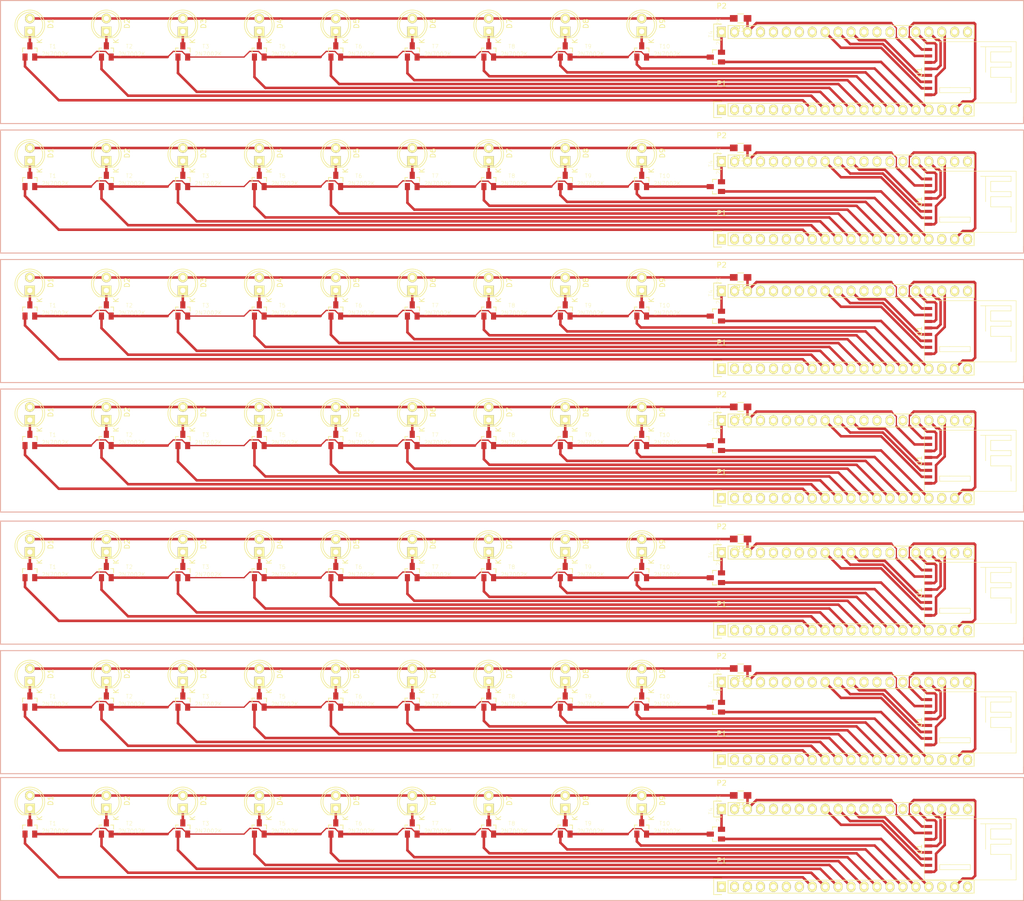
<source format=kicad_pcb>
(kicad_pcb (version 4) (host pcbnew 4.0.2-stable)
  (layers (0 F.Cu signal) (31 B.Cu signal) (34 B.Paste user) (35 F.Paste user) (36 B.SilkS user) (37 F.SilkS user) (38 B.Mask user) (39 F.Mask user) (44 Edge.Cuts user))
  (net 0 "")
  (net 1 "Net-(D1-Pad1)")
  (net 2 "Net-(D1-Pad2)")
  (net 3 "Net-(D2-Pad1)")
  (net 4 "Net-(D3-Pad1)")
  (net 5 "Net-(D4-Pad1)")
  (net 6 "Net-(D5-Pad1)")
  (net 7 "Net-(D6-Pad1)")
  (net 8 "Net-(D7-Pad1)")
  (net 9 "Net-(D8-Pad1)")
  (net 10 "Net-(D9-Pad1)")
  (net 11 IR_PIN_ID)
  (net 12 "Net-(P1-Pad2)")
  (net 13 "Net-(P1-Pad3)")
  (net 14 "Net-(P1-Pad4)")
  (net 15 "Net-(P1-Pad5)")
  (net 16 "Net-(P1-Pad6)")
  (net 17 "Net-(P1-Pad7)")
  (net 18 IR_PIN_3)
  (net 19 IR_PIN_4)
  (net 20 IR_PIN_5)
  (net 21 IR_PIN_6)
  (net 22 IR_PIN_7)
  (net 23 IR_PIN_8)
  (net 24 PWM_38K)
  (net 25 "Net-(P1-Pad18)")
  (net 26 GND)
  (net 27 +3V3)
  (net 28 "Net-(P2-Pad4)")
  (net 29 "Net-(P2-Pad5)")
  (net 30 "Net-(P2-Pad6)")
  (net 31 IR_PIN_2)
  (net 32 IR_PIN_1)
  (net 33 SPI1_MISO)
  (net 34 SPI1_MOSI)
  (net 35 SPI1_SCK)
  (net 36 "Net-(P2-Pad12)")
  (net 37 "Net-(P2-Pad13)")
  (net 38 "Net-(P2-Pad14)")
  (net 39 "Net-(P2-Pad15)")
  (net 40 NRF_CE1)
  (net 41 NRF_CSN1)
  (net 42 NRF_IRQ1)
  (net 43 "Net-(P2-Pad19)")
  (net 44 "Net-(P2-Pad20)")
  (net 45 "Net-(T1-Pad2)")
  (net 46 "Net-(P1-Pad1)")
  (net 47 "Net-(P2-Pad7)")
  (net 48 "Net-(P2-Pad8)")
  (module 2N7002K:SOT23 (layer F.Cu) (at 186.5376 180.0098 90)
    (fp_text reference T4 (at 4.5 -0.99 90) (layer F.SilkS) (effects (font (size 0.787402 0.787402) (thickness 0.05))))
    (fp_text value 2N7002K (at 5 0.5 90) (layer F.SilkS) (effects (font (size 0.787402 0.787402) (thickness 0.05))))
    (pad 1 smd rect (at -0.95 1.1 90) (size 1 1.4) (layers F.Cu F.Paste F.Mask) (net 24 PWM_38K))
    (pad 2 smd rect (at 0.95 1.1 90) (size 1 1.4) (layers F.Cu F.Paste F.Mask) (net 26 GND))
    (pad 3 smd rect (at 0 -1.1 90) (size 1 1.4) (layers F.Cu F.Paste F.Mask) (net 45 "Net-(T1-Pad2)"))
  )
  (module se8r01_smd:SE8R01_SMD (layer F.Cu) (at 227.4316 176.9872 270)
    (fp_text reference U1 (at 6 1 270) (layer F.SilkS))
    (fp_text value NRF24L01-BRKOUT)
    (pad 1 smd rect (at 1.524 -0.762 270) (size 0.6 1.524) (layers F.Cu F.Paste F.Mask) (net 26 GND))
    (pad 2 smd rect (at 2.794 -0.762 270) (size 0.6 1.524) (layers F.Cu F.Paste F.Mask) (net 27 +3V3))
    (pad 3 smd rect (at 4.064 -0.762 270) (size 0.6 1.524) (layers F.Cu F.Paste F.Mask) (net 40 NRF_CE1))
    (pad 4 smd rect (at 5.334 -0.762 270) (size 0.6 1.524) (layers F.Cu F.Paste F.Mask) (net 41 NRF_CSN1))
    (pad 5 smd rect (at 6.604 -0.762 270) (size 0.6 1.524) (layers F.Cu F.Paste F.Mask) (net 35 SPI1_SCK))
    (pad 6 smd rect (at 7.874 -0.762 270) (size 0.6 1.524) (layers F.Cu F.Paste F.Mask) (net 34 SPI1_MOSI))
    (pad 7 smd rect (at 9.144 -0.762 270) (size 0.6 1.524) (layers F.Cu F.Paste F.Mask) (net 33 SPI1_MISO))
    (pad 8 smd rect (at 10.414 -0.762 270) (size 0.6 1.524) (layers F.Cu F.Paste F.Mask) (net 42 NRF_IRQ1))
  )
  (module 2N7002K:SOT23 (layer F.Cu) (at 66.985 178.897)
    (fp_text reference T2 (at 4.5 -0.99) (layer F.SilkS) (effects (font (size 0.787402 0.787402) (thickness 0.05))))
    (fp_text value 2N7002K (at 5 0.5) (layer F.SilkS) (effects (font (size 0.787402 0.787402) (thickness 0.05))))
    (pad 1 smd rect (at -0.95 1.1) (size 1 1.4) (layers F.Cu F.Paste F.Mask) (net 31 IR_PIN_2))
    (pad 2 smd rect (at 0.95 1.1) (size 1 1.4) (layers F.Cu F.Paste F.Mask) (net 45 "Net-(T1-Pad2)"))
    (pad 3 smd rect (at 0 -1.1) (size 1 1.4) (layers F.Cu F.Paste F.Mask) (net 3 "Net-(D2-Pad1)"))
  )
  (module LEDs:LED-5MM (layer F.Cu) (at 156.985 174.977 90)
    (fp_text reference D8 (at 1.524 4.064 90) (layer F.SilkS))
    (fp_text value LED)
    (fp_text user K (at -1.905 1.905 90) (layer F.SilkS))
    (pad 1 thru_hole rect (at 0 0 180) (size 2 1.9) (drill 1.00076) (layers *.Cu *.Mask F.SilkS) (net 9 "Net-(D8-Pad1)"))
    (pad 2 thru_hole circle (at 2.54 0 90) (size 1.9 1.9) (drill 1.00076) (layers *.Cu *.Mask F.SilkS) (net 2 "Net-(D1-Pad2)"))
  )
  (module LEDs:LED-5MM (layer F.Cu) (at 51.985 174.977 90)
    (fp_text reference D1 (at 1.524 4.064 90) (layer F.SilkS))
    (fp_text value LED)
    (fp_text user K (at -1.905 1.905 90) (layer F.SilkS))
    (pad 1 thru_hole rect (at 0 0 180) (size 2 1.9) (drill 1.00076) (layers *.Cu *.Mask F.SilkS) (net 1 "Net-(D1-Pad1)"))
    (pad 2 thru_hole circle (at 2.54 0 90) (size 1.9 1.9) (drill 1.00076) (layers *.Cu *.Mask F.SilkS) (net 2 "Net-(D1-Pad2)"))
  )
  (module LEDs:LED-5MM (layer F.Cu) (at 66.985 174.977 90)
    (fp_text reference D2 (at 1.524 4.064 90) (layer F.SilkS))
    (fp_text value LED)
    (fp_text user K (at -1.905 1.905 90) (layer F.SilkS))
    (pad 1 thru_hole rect (at 0 0 180) (size 2 1.9) (drill 1.00076) (layers *.Cu *.Mask F.SilkS) (net 3 "Net-(D2-Pad1)"))
    (pad 2 thru_hole circle (at 2.54 0 90) (size 1.9 1.9) (drill 1.00076) (layers *.Cu *.Mask F.SilkS) (net 2 "Net-(D1-Pad2)"))
  )
  (module LEDs:LED-5MM (layer F.Cu) (at 81.985 174.977 90)
    (fp_text reference D3 (at 1.524 4.064 90) (layer F.SilkS))
    (fp_text value LED)
    (fp_text user K (at -1.905 1.905 90) (layer F.SilkS))
    (pad 1 thru_hole rect (at 0 0 180) (size 2 1.9) (drill 1.00076) (layers *.Cu *.Mask F.SilkS) (net 4 "Net-(D3-Pad1)"))
    (pad 2 thru_hole circle (at 2.54 0 90) (size 1.9 1.9) (drill 1.00076) (layers *.Cu *.Mask F.SilkS) (net 2 "Net-(D1-Pad2)"))
  )
  (module LEDs:LED-5MM (layer F.Cu) (at 96.985 174.977 90)
    (fp_text reference D4 (at 1.524 4.064 90) (layer F.SilkS))
    (fp_text value LED)
    (fp_text user K (at -1.905 1.905 90) (layer F.SilkS))
    (pad 1 thru_hole rect (at 0 0 180) (size 2 1.9) (drill 1.00076) (layers *.Cu *.Mask F.SilkS) (net 5 "Net-(D4-Pad1)"))
    (pad 2 thru_hole circle (at 2.54 0 90) (size 1.9 1.9) (drill 1.00076) (layers *.Cu *.Mask F.SilkS) (net 2 "Net-(D1-Pad2)"))
  )
  (module LEDs:LED-5MM (layer F.Cu) (at 111.985 174.977 90)
    (fp_text reference D5 (at 1.524 4.064 90) (layer F.SilkS))
    (fp_text value LED)
    (fp_text user K (at -1.905 1.905 90) (layer F.SilkS))
    (pad 1 thru_hole rect (at 0 0 180) (size 2 1.9) (drill 1.00076) (layers *.Cu *.Mask F.SilkS) (net 6 "Net-(D5-Pad1)"))
    (pad 2 thru_hole circle (at 2.54 0 90) (size 1.9 1.9) (drill 1.00076) (layers *.Cu *.Mask F.SilkS) (net 2 "Net-(D1-Pad2)"))
  )
  (module LEDs:LED-5MM (layer F.Cu) (at 126.985 174.977 90)
    (fp_text reference D6 (at 1.524 4.064 90) (layer F.SilkS))
    (fp_text value LED)
    (fp_text user K (at -1.905 1.905 90) (layer F.SilkS))
    (pad 1 thru_hole rect (at 0 0 180) (size 2 1.9) (drill 1.00076) (layers *.Cu *.Mask F.SilkS) (net 7 "Net-(D6-Pad1)"))
    (pad 2 thru_hole circle (at 2.54 0 90) (size 1.9 1.9) (drill 1.00076) (layers *.Cu *.Mask F.SilkS) (net 2 "Net-(D1-Pad2)"))
  )
  (module LEDs:LED-5MM (layer F.Cu) (at 141.985 174.977 90)
    (fp_text reference D7 (at 1.524 4.064 90) (layer F.SilkS))
    (fp_text value LED)
    (fp_text user K (at -1.905 1.905 90) (layer F.SilkS))
    (pad 1 thru_hole rect (at 0 0 180) (size 2 1.9) (drill 1.00076) (layers *.Cu *.Mask F.SilkS) (net 8 "Net-(D7-Pad1)"))
    (pad 2 thru_hole circle (at 2.54 0 90) (size 1.9 1.9) (drill 1.00076) (layers *.Cu *.Mask F.SilkS) (net 2 "Net-(D1-Pad2)"))
  )
  (module LEDs:LED-5MM (layer F.Cu) (at 171.985 174.977 90)
    (fp_text reference D9 (at 1.524 4.064 90) (layer F.SilkS))
    (fp_text value LED)
    (fp_text user K (at -1.905 1.905 90) (layer F.SilkS))
    (pad 1 thru_hole rect (at 0 0 180) (size 2 1.9) (drill 1.00076) (layers *.Cu *.Mask F.SilkS) (net 10 "Net-(D9-Pad1)"))
    (pad 2 thru_hole circle (at 2.54 0 90) (size 1.9 1.9) (drill 1.00076) (layers *.Cu *.Mask F.SilkS) (net 2 "Net-(D1-Pad2)"))
  )
  (module Socket_Strips:Socket_Strip_Straight_1x20 (layer F.Cu) (at 187.6552 190.3222)
    (fp_text reference P1 (at 0 -5.1) (layer F.SilkS))
    (fp_text value CONN_01X20)
    (pad 1 thru_hole rect (at 0 0) (size 1.7272 2.032) (drill 1.016) (layers *.Cu *.Mask F.SilkS) (net 46 "Net-(P1-Pad1)"))
    (pad 2 thru_hole oval (at 2.54 0) (size 1.7272 2.032) (drill 1.016) (layers *.Cu *.Mask F.SilkS) (net 12 "Net-(P1-Pad2)"))
    (pad 3 thru_hole oval (at 5.08 0) (size 1.7272 2.032) (drill 1.016) (layers *.Cu *.Mask F.SilkS) (net 13 "Net-(P1-Pad3)"))
    (pad 4 thru_hole oval (at 7.62 0) (size 1.7272 2.032) (drill 1.016) (layers *.Cu *.Mask F.SilkS) (net 14 "Net-(P1-Pad4)"))
    (pad 5 thru_hole oval (at 10.16 0) (size 1.7272 2.032) (drill 1.016) (layers *.Cu *.Mask F.SilkS) (net 15 "Net-(P1-Pad5)"))
    (pad 6 thru_hole oval (at 12.7 0) (size 1.7272 2.032) (drill 1.016) (layers *.Cu *.Mask F.SilkS) (net 16 "Net-(P1-Pad6)"))
    (pad 7 thru_hole oval (at 15.24 0) (size 1.7272 2.032) (drill 1.016) (layers *.Cu *.Mask F.SilkS) (net 17 "Net-(P1-Pad7)"))
    (pad 8 thru_hole oval (at 17.78 0) (size 1.7272 2.032) (drill 1.016) (layers *.Cu *.Mask F.SilkS) (net 32 IR_PIN_1))
    (pad 9 thru_hole oval (at 20.32 0) (size 1.7272 2.032) (drill 1.016) (layers *.Cu *.Mask F.SilkS) (net 31 IR_PIN_2))
    (pad 10 thru_hole oval (at 22.86 0) (size 1.7272 2.032) (drill 1.016) (layers *.Cu *.Mask F.SilkS) (net 18 IR_PIN_3))
    (pad 11 thru_hole oval (at 25.4 0) (size 1.7272 2.032) (drill 1.016) (layers *.Cu *.Mask F.SilkS) (net 19 IR_PIN_4))
    (pad 12 thru_hole oval (at 27.94 0) (size 1.7272 2.032) (drill 1.016) (layers *.Cu *.Mask F.SilkS) (net 20 IR_PIN_5))
    (pad 13 thru_hole oval (at 30.48 0) (size 1.7272 2.032) (drill 1.016) (layers *.Cu *.Mask F.SilkS) (net 21 IR_PIN_6))
    (pad 14 thru_hole oval (at 33.02 0) (size 1.7272 2.032) (drill 1.016) (layers *.Cu *.Mask F.SilkS) (net 22 IR_PIN_7))
    (pad 15 thru_hole oval (at 35.56 0) (size 1.7272 2.032) (drill 1.016) (layers *.Cu *.Mask F.SilkS) (net 23 IR_PIN_8))
    (pad 16 thru_hole oval (at 38.1 0) (size 1.7272 2.032) (drill 1.016) (layers *.Cu *.Mask F.SilkS) (net 11 IR_PIN_ID))
    (pad 17 thru_hole oval (at 40.64 0) (size 1.7272 2.032) (drill 1.016) (layers *.Cu *.Mask F.SilkS) (net 24 PWM_38K))
    (pad 18 thru_hole oval (at 43.18 0) (size 1.7272 2.032) (drill 1.016) (layers *.Cu *.Mask F.SilkS) (net 25 "Net-(P1-Pad18)"))
    (pad 19 thru_hole oval (at 45.72 0) (size 1.7272 2.032) (drill 1.016) (layers *.Cu *.Mask F.SilkS) (net 26 GND))
    (pad 20 thru_hole oval (at 48.26 0) (size 1.7272 2.032) (drill 1.016) (layers *.Cu *.Mask F.SilkS) (net 27 +3V3))
  )
  (module Socket_Strips:Socket_Strip_Straight_1x20 (layer F.Cu) (at 187.6552 175.0822)
    (fp_text reference P2 (at 0 -5.1) (layer F.SilkS))
    (fp_text value CONN_01X20)
    (pad 1 thru_hole rect (at 0 0) (size 1.7272 2.032) (drill 1.016) (layers *.Cu *.Mask F.SilkS) (net 26 GND))
    (pad 2 thru_hole oval (at 2.54 0) (size 1.7272 2.032) (drill 1.016) (layers *.Cu *.Mask F.SilkS) (net 26 GND))
    (pad 3 thru_hole oval (at 5.08 0) (size 1.7272 2.032) (drill 1.016) (layers *.Cu *.Mask F.SilkS) (net 27 +3V3))
    (pad 4 thru_hole oval (at 7.62 0) (size 1.7272 2.032) (drill 1.016) (layers *.Cu *.Mask F.SilkS) (net 28 "Net-(P2-Pad4)"))
    (pad 5 thru_hole oval (at 10.16 0) (size 1.7272 2.032) (drill 1.016) (layers *.Cu *.Mask F.SilkS) (net 29 "Net-(P2-Pad5)"))
    (pad 6 thru_hole oval (at 12.7 0) (size 1.7272 2.032) (drill 1.016) (layers *.Cu *.Mask F.SilkS) (net 30 "Net-(P2-Pad6)"))
    (pad 7 thru_hole oval (at 15.24 0) (size 1.7272 2.032) (drill 1.016) (layers *.Cu *.Mask F.SilkS) (net 47 "Net-(P2-Pad7)"))
    (pad 8 thru_hole oval (at 17.78 0) (size 1.7272 2.032) (drill 1.016) (layers *.Cu *.Mask F.SilkS) (net 48 "Net-(P2-Pad8)"))
    (pad 9 thru_hole oval (at 20.32 0) (size 1.7272 2.032) (drill 1.016) (layers *.Cu *.Mask F.SilkS) (net 33 SPI1_MISO))
    (pad 10 thru_hole oval (at 22.86 0) (size 1.7272 2.032) (drill 1.016) (layers *.Cu *.Mask F.SilkS) (net 34 SPI1_MOSI))
    (pad 11 thru_hole oval (at 25.4 0) (size 1.7272 2.032) (drill 1.016) (layers *.Cu *.Mask F.SilkS) (net 35 SPI1_SCK))
    (pad 12 thru_hole oval (at 27.94 0) (size 1.7272 2.032) (drill 1.016) (layers *.Cu *.Mask F.SilkS) (net 36 "Net-(P2-Pad12)"))
    (pad 13 thru_hole oval (at 30.48 0) (size 1.7272 2.032) (drill 1.016) (layers *.Cu *.Mask F.SilkS) (net 37 "Net-(P2-Pad13)"))
    (pad 14 thru_hole oval (at 33.02 0) (size 1.7272 2.032) (drill 1.016) (layers *.Cu *.Mask F.SilkS) (net 38 "Net-(P2-Pad14)"))
    (pad 15 thru_hole oval (at 35.56 0) (size 1.7272 2.032) (drill 1.016) (layers *.Cu *.Mask F.SilkS) (net 39 "Net-(P2-Pad15)"))
    (pad 16 thru_hole oval (at 38.1 0) (size 1.7272 2.032) (drill 1.016) (layers *.Cu *.Mask F.SilkS) (net 40 NRF_CE1))
    (pad 17 thru_hole oval (at 40.64 0) (size 1.7272 2.032) (drill 1.016) (layers *.Cu *.Mask F.SilkS) (net 41 NRF_CSN1))
    (pad 18 thru_hole oval (at 43.18 0) (size 1.7272 2.032) (drill 1.016) (layers *.Cu *.Mask F.SilkS) (net 42 NRF_IRQ1))
    (pad 19 thru_hole oval (at 45.72 0) (size 1.7272 2.032) (drill 1.016) (layers *.Cu *.Mask F.SilkS) (net 43 "Net-(P2-Pad19)"))
    (pad 20 thru_hole oval (at 48.26 0) (size 1.7272 2.032) (drill 1.016) (layers *.Cu *.Mask F.SilkS) (net 44 "Net-(P2-Pad20)"))
  )
  (module Resistors_SMD:R_0805_HandSoldering (layer F.Cu) (at 191.389 172.4152 180)
    (fp_text reference R1 (at 0 -2.1 180) (layer F.SilkS))
    (fp_text value R)
    (pad 1 smd rect (at -1.35 0 180) (size 1.5 1.3) (layers F.Cu F.Paste F.Mask) (net 27 +3V3))
    (pad 2 smd rect (at 1.35 0 180) (size 1.5 1.3) (layers F.Cu F.Paste F.Mask) (net 2 "Net-(D1-Pad2)"))
  )
  (module 2N7002K:SOT23 (layer F.Cu) (at 51.985 178.897)
    (fp_text reference T1 (at 4.5 -0.99) (layer F.SilkS) (effects (font (size 0.787402 0.787402) (thickness 0.05))))
    (fp_text value 2N7002K (at 5 0.5) (layer F.SilkS) (effects (font (size 0.787402 0.787402) (thickness 0.05))))
    (pad 1 smd rect (at -0.95 1.1) (size 1 1.4) (layers F.Cu F.Paste F.Mask) (net 32 IR_PIN_1))
    (pad 2 smd rect (at 0.95 1.1) (size 1 1.4) (layers F.Cu F.Paste F.Mask) (net 45 "Net-(T1-Pad2)"))
    (pad 3 smd rect (at 0 -1.1) (size 1 1.4) (layers F.Cu F.Paste F.Mask) (net 1 "Net-(D1-Pad1)"))
  )
  (module 2N7002K:SOT23 (layer F.Cu) (at 81.985 178.897)
    (fp_text reference T3 (at 4.5 -0.99) (layer F.SilkS) (effects (font (size 0.787402 0.787402) (thickness 0.05))))
    (fp_text value 2N7002K (at 5 0.5) (layer F.SilkS) (effects (font (size 0.787402 0.787402) (thickness 0.05))))
    (pad 1 smd rect (at -0.95 1.1) (size 1 1.4) (layers F.Cu F.Paste F.Mask) (net 18 IR_PIN_3))
    (pad 2 smd rect (at 0.95 1.1) (size 1 1.4) (layers F.Cu F.Paste F.Mask) (net 45 "Net-(T1-Pad2)"))
    (pad 3 smd rect (at 0 -1.1) (size 1 1.4) (layers F.Cu F.Paste F.Mask) (net 4 "Net-(D3-Pad1)"))
  )
  (module 2N7002K:SOT23 (layer F.Cu) (at 96.985 178.897)
    (fp_text reference T5 (at 4.5 -0.99) (layer F.SilkS) (effects (font (size 0.787402 0.787402) (thickness 0.05))))
    (fp_text value 2N7002K (at 5 0.5) (layer F.SilkS) (effects (font (size 0.787402 0.787402) (thickness 0.05))))
    (pad 1 smd rect (at -0.95 1.1) (size 1 1.4) (layers F.Cu F.Paste F.Mask) (net 19 IR_PIN_4))
    (pad 2 smd rect (at 0.95 1.1) (size 1 1.4) (layers F.Cu F.Paste F.Mask) (net 45 "Net-(T1-Pad2)"))
    (pad 3 smd rect (at 0 -1.1) (size 1 1.4) (layers F.Cu F.Paste F.Mask) (net 5 "Net-(D4-Pad1)"))
  )
  (module 2N7002K:SOT23 (layer F.Cu) (at 111.985 178.897)
    (fp_text reference T6 (at 4.5 -0.99) (layer F.SilkS) (effects (font (size 0.787402 0.787402) (thickness 0.05))))
    (fp_text value 2N7002K (at 5 0.5) (layer F.SilkS) (effects (font (size 0.787402 0.787402) (thickness 0.05))))
    (pad 1 smd rect (at -0.95 1.1) (size 1 1.4) (layers F.Cu F.Paste F.Mask) (net 20 IR_PIN_5))
    (pad 2 smd rect (at 0.95 1.1) (size 1 1.4) (layers F.Cu F.Paste F.Mask) (net 45 "Net-(T1-Pad2)"))
    (pad 3 smd rect (at 0 -1.1) (size 1 1.4) (layers F.Cu F.Paste F.Mask) (net 6 "Net-(D5-Pad1)"))
  )
  (module 2N7002K:SOT23 (layer F.Cu) (at 126.985 178.897)
    (fp_text reference T7 (at 4.5 -0.99) (layer F.SilkS) (effects (font (size 0.787402 0.787402) (thickness 0.05))))
    (fp_text value 2N7002K (at 5 0.5) (layer F.SilkS) (effects (font (size 0.787402 0.787402) (thickness 0.05))))
    (pad 1 smd rect (at -0.95 1.1) (size 1 1.4) (layers F.Cu F.Paste F.Mask) (net 21 IR_PIN_6))
    (pad 2 smd rect (at 0.95 1.1) (size 1 1.4) (layers F.Cu F.Paste F.Mask) (net 45 "Net-(T1-Pad2)"))
    (pad 3 smd rect (at 0 -1.1) (size 1 1.4) (layers F.Cu F.Paste F.Mask) (net 7 "Net-(D6-Pad1)"))
  )
  (module 2N7002K:SOT23 (layer F.Cu) (at 141.985 178.897)
    (fp_text reference T8 (at 4.5 -0.99) (layer F.SilkS) (effects (font (size 0.787402 0.787402) (thickness 0.05))))
    (fp_text value 2N7002K (at 5 0.5) (layer F.SilkS) (effects (font (size 0.787402 0.787402) (thickness 0.05))))
    (pad 1 smd rect (at -0.95 1.1) (size 1 1.4) (layers F.Cu F.Paste F.Mask) (net 22 IR_PIN_7))
    (pad 2 smd rect (at 0.95 1.1) (size 1 1.4) (layers F.Cu F.Paste F.Mask) (net 45 "Net-(T1-Pad2)"))
    (pad 3 smd rect (at 0 -1.1) (size 1 1.4) (layers F.Cu F.Paste F.Mask) (net 8 "Net-(D7-Pad1)"))
  )
  (module 2N7002K:SOT23 (layer F.Cu) (at 156.985 178.897)
    (fp_text reference T9 (at 4.5 -0.99) (layer F.SilkS) (effects (font (size 0.787402 0.787402) (thickness 0.05))))
    (fp_text value 2N7002K (at 5 0.5) (layer F.SilkS) (effects (font (size 0.787402 0.787402) (thickness 0.05))))
    (pad 1 smd rect (at -0.95 1.1) (size 1 1.4) (layers F.Cu F.Paste F.Mask) (net 23 IR_PIN_8))
    (pad 2 smd rect (at 0.95 1.1) (size 1 1.4) (layers F.Cu F.Paste F.Mask) (net 45 "Net-(T1-Pad2)"))
    (pad 3 smd rect (at 0 -1.1) (size 1 1.4) (layers F.Cu F.Paste F.Mask) (net 9 "Net-(D8-Pad1)"))
  )
  (module 2N7002K:SOT23 (layer F.Cu) (at 171.985 178.897)
    (fp_text reference T10 (at 4.5 -0.99) (layer F.SilkS) (effects (font (size 0.787402 0.787402) (thickness 0.05))))
    (fp_text value 2N7002K (at 5 0.5) (layer F.SilkS) (effects (font (size 0.787402 0.787402) (thickness 0.05))))
    (pad 1 smd rect (at -0.95 1.1) (size 1 1.4) (layers F.Cu F.Paste F.Mask) (net 11 IR_PIN_ID))
    (pad 2 smd rect (at 0.95 1.1) (size 1 1.4) (layers F.Cu F.Paste F.Mask) (net 45 "Net-(T1-Pad2)"))
    (pad 3 smd rect (at 0 -1.1) (size 1 1.4) (layers F.Cu F.Paste F.Mask) (net 10 "Net-(D9-Pad1)"))
  )
  (module 2N7002K:SOT23 (layer F.Cu) (at 171.985 154.005)
    (fp_text reference T10 (at 4.5 -0.99) (layer F.SilkS) (effects (font (size 0.787402 0.787402) (thickness 0.05))))
    (fp_text value 2N7002K (at 5 0.5) (layer F.SilkS) (effects (font (size 0.787402 0.787402) (thickness 0.05))))
    (pad 1 smd rect (at -0.95 1.1) (size 1 1.4) (layers F.Cu F.Paste F.Mask) (net 11 IR_PIN_ID))
    (pad 2 smd rect (at 0.95 1.1) (size 1 1.4) (layers F.Cu F.Paste F.Mask) (net 45 "Net-(T1-Pad2)"))
    (pad 3 smd rect (at 0 -1.1) (size 1 1.4) (layers F.Cu F.Paste F.Mask) (net 10 "Net-(D9-Pad1)"))
  )
  (module 2N7002K:SOT23 (layer F.Cu) (at 156.985 154.005)
    (fp_text reference T9 (at 4.5 -0.99) (layer F.SilkS) (effects (font (size 0.787402 0.787402) (thickness 0.05))))
    (fp_text value 2N7002K (at 5 0.5) (layer F.SilkS) (effects (font (size 0.787402 0.787402) (thickness 0.05))))
    (pad 1 smd rect (at -0.95 1.1) (size 1 1.4) (layers F.Cu F.Paste F.Mask) (net 23 IR_PIN_8))
    (pad 2 smd rect (at 0.95 1.1) (size 1 1.4) (layers F.Cu F.Paste F.Mask) (net 45 "Net-(T1-Pad2)"))
    (pad 3 smd rect (at 0 -1.1) (size 1 1.4) (layers F.Cu F.Paste F.Mask) (net 9 "Net-(D8-Pad1)"))
  )
  (module 2N7002K:SOT23 (layer F.Cu) (at 141.985 154.005)
    (fp_text reference T8 (at 4.5 -0.99) (layer F.SilkS) (effects (font (size 0.787402 0.787402) (thickness 0.05))))
    (fp_text value 2N7002K (at 5 0.5) (layer F.SilkS) (effects (font (size 0.787402 0.787402) (thickness 0.05))))
    (pad 1 smd rect (at -0.95 1.1) (size 1 1.4) (layers F.Cu F.Paste F.Mask) (net 22 IR_PIN_7))
    (pad 2 smd rect (at 0.95 1.1) (size 1 1.4) (layers F.Cu F.Paste F.Mask) (net 45 "Net-(T1-Pad2)"))
    (pad 3 smd rect (at 0 -1.1) (size 1 1.4) (layers F.Cu F.Paste F.Mask) (net 8 "Net-(D7-Pad1)"))
  )
  (module 2N7002K:SOT23 (layer F.Cu) (at 126.985 154.005)
    (fp_text reference T7 (at 4.5 -0.99) (layer F.SilkS) (effects (font (size 0.787402 0.787402) (thickness 0.05))))
    (fp_text value 2N7002K (at 5 0.5) (layer F.SilkS) (effects (font (size 0.787402 0.787402) (thickness 0.05))))
    (pad 1 smd rect (at -0.95 1.1) (size 1 1.4) (layers F.Cu F.Paste F.Mask) (net 21 IR_PIN_6))
    (pad 2 smd rect (at 0.95 1.1) (size 1 1.4) (layers F.Cu F.Paste F.Mask) (net 45 "Net-(T1-Pad2)"))
    (pad 3 smd rect (at 0 -1.1) (size 1 1.4) (layers F.Cu F.Paste F.Mask) (net 7 "Net-(D6-Pad1)"))
  )
  (module 2N7002K:SOT23 (layer F.Cu) (at 111.985 154.005)
    (fp_text reference T6 (at 4.5 -0.99) (layer F.SilkS) (effects (font (size 0.787402 0.787402) (thickness 0.05))))
    (fp_text value 2N7002K (at 5 0.5) (layer F.SilkS) (effects (font (size 0.787402 0.787402) (thickness 0.05))))
    (pad 1 smd rect (at -0.95 1.1) (size 1 1.4) (layers F.Cu F.Paste F.Mask) (net 20 IR_PIN_5))
    (pad 2 smd rect (at 0.95 1.1) (size 1 1.4) (layers F.Cu F.Paste F.Mask) (net 45 "Net-(T1-Pad2)"))
    (pad 3 smd rect (at 0 -1.1) (size 1 1.4) (layers F.Cu F.Paste F.Mask) (net 6 "Net-(D5-Pad1)"))
  )
  (module 2N7002K:SOT23 (layer F.Cu) (at 96.985 154.005)
    (fp_text reference T5 (at 4.5 -0.99) (layer F.SilkS) (effects (font (size 0.787402 0.787402) (thickness 0.05))))
    (fp_text value 2N7002K (at 5 0.5) (layer F.SilkS) (effects (font (size 0.787402 0.787402) (thickness 0.05))))
    (pad 1 smd rect (at -0.95 1.1) (size 1 1.4) (layers F.Cu F.Paste F.Mask) (net 19 IR_PIN_4))
    (pad 2 smd rect (at 0.95 1.1) (size 1 1.4) (layers F.Cu F.Paste F.Mask) (net 45 "Net-(T1-Pad2)"))
    (pad 3 smd rect (at 0 -1.1) (size 1 1.4) (layers F.Cu F.Paste F.Mask) (net 5 "Net-(D4-Pad1)"))
  )
  (module 2N7002K:SOT23 (layer F.Cu) (at 81.985 154.005)
    (fp_text reference T3 (at 4.5 -0.99) (layer F.SilkS) (effects (font (size 0.787402 0.787402) (thickness 0.05))))
    (fp_text value 2N7002K (at 5 0.5) (layer F.SilkS) (effects (font (size 0.787402 0.787402) (thickness 0.05))))
    (pad 1 smd rect (at -0.95 1.1) (size 1 1.4) (layers F.Cu F.Paste F.Mask) (net 18 IR_PIN_3))
    (pad 2 smd rect (at 0.95 1.1) (size 1 1.4) (layers F.Cu F.Paste F.Mask) (net 45 "Net-(T1-Pad2)"))
    (pad 3 smd rect (at 0 -1.1) (size 1 1.4) (layers F.Cu F.Paste F.Mask) (net 4 "Net-(D3-Pad1)"))
  )
  (module 2N7002K:SOT23 (layer F.Cu) (at 51.985 154.005)
    (fp_text reference T1 (at 4.5 -0.99) (layer F.SilkS) (effects (font (size 0.787402 0.787402) (thickness 0.05))))
    (fp_text value 2N7002K (at 5 0.5) (layer F.SilkS) (effects (font (size 0.787402 0.787402) (thickness 0.05))))
    (pad 1 smd rect (at -0.95 1.1) (size 1 1.4) (layers F.Cu F.Paste F.Mask) (net 32 IR_PIN_1))
    (pad 2 smd rect (at 0.95 1.1) (size 1 1.4) (layers F.Cu F.Paste F.Mask) (net 45 "Net-(T1-Pad2)"))
    (pad 3 smd rect (at 0 -1.1) (size 1 1.4) (layers F.Cu F.Paste F.Mask) (net 1 "Net-(D1-Pad1)"))
  )
  (module Resistors_SMD:R_0805_HandSoldering (layer F.Cu) (at 191.389 147.5232 180)
    (fp_text reference R1 (at 0 -2.1 180) (layer F.SilkS))
    (fp_text value R)
    (pad 1 smd rect (at -1.35 0 180) (size 1.5 1.3) (layers F.Cu F.Paste F.Mask) (net 27 +3V3))
    (pad 2 smd rect (at 1.35 0 180) (size 1.5 1.3) (layers F.Cu F.Paste F.Mask) (net 2 "Net-(D1-Pad2)"))
  )
  (module Socket_Strips:Socket_Strip_Straight_1x20 (layer F.Cu) (at 187.6552 150.1902)
    (fp_text reference P2 (at 0 -5.1) (layer F.SilkS))
    (fp_text value CONN_01X20)
    (pad 1 thru_hole rect (at 0 0) (size 1.7272 2.032) (drill 1.016) (layers *.Cu *.Mask F.SilkS) (net 26 GND))
    (pad 2 thru_hole oval (at 2.54 0) (size 1.7272 2.032) (drill 1.016) (layers *.Cu *.Mask F.SilkS) (net 26 GND))
    (pad 3 thru_hole oval (at 5.08 0) (size 1.7272 2.032) (drill 1.016) (layers *.Cu *.Mask F.SilkS) (net 27 +3V3))
    (pad 4 thru_hole oval (at 7.62 0) (size 1.7272 2.032) (drill 1.016) (layers *.Cu *.Mask F.SilkS) (net 28 "Net-(P2-Pad4)"))
    (pad 5 thru_hole oval (at 10.16 0) (size 1.7272 2.032) (drill 1.016) (layers *.Cu *.Mask F.SilkS) (net 29 "Net-(P2-Pad5)"))
    (pad 6 thru_hole oval (at 12.7 0) (size 1.7272 2.032) (drill 1.016) (layers *.Cu *.Mask F.SilkS) (net 30 "Net-(P2-Pad6)"))
    (pad 7 thru_hole oval (at 15.24 0) (size 1.7272 2.032) (drill 1.016) (layers *.Cu *.Mask F.SilkS) (net 47 "Net-(P2-Pad7)"))
    (pad 8 thru_hole oval (at 17.78 0) (size 1.7272 2.032) (drill 1.016) (layers *.Cu *.Mask F.SilkS) (net 48 "Net-(P2-Pad8)"))
    (pad 9 thru_hole oval (at 20.32 0) (size 1.7272 2.032) (drill 1.016) (layers *.Cu *.Mask F.SilkS) (net 33 SPI1_MISO))
    (pad 10 thru_hole oval (at 22.86 0) (size 1.7272 2.032) (drill 1.016) (layers *.Cu *.Mask F.SilkS) (net 34 SPI1_MOSI))
    (pad 11 thru_hole oval (at 25.4 0) (size 1.7272 2.032) (drill 1.016) (layers *.Cu *.Mask F.SilkS) (net 35 SPI1_SCK))
    (pad 12 thru_hole oval (at 27.94 0) (size 1.7272 2.032) (drill 1.016) (layers *.Cu *.Mask F.SilkS) (net 36 "Net-(P2-Pad12)"))
    (pad 13 thru_hole oval (at 30.48 0) (size 1.7272 2.032) (drill 1.016) (layers *.Cu *.Mask F.SilkS) (net 37 "Net-(P2-Pad13)"))
    (pad 14 thru_hole oval (at 33.02 0) (size 1.7272 2.032) (drill 1.016) (layers *.Cu *.Mask F.SilkS) (net 38 "Net-(P2-Pad14)"))
    (pad 15 thru_hole oval (at 35.56 0) (size 1.7272 2.032) (drill 1.016) (layers *.Cu *.Mask F.SilkS) (net 39 "Net-(P2-Pad15)"))
    (pad 16 thru_hole oval (at 38.1 0) (size 1.7272 2.032) (drill 1.016) (layers *.Cu *.Mask F.SilkS) (net 40 NRF_CE1))
    (pad 17 thru_hole oval (at 40.64 0) (size 1.7272 2.032) (drill 1.016) (layers *.Cu *.Mask F.SilkS) (net 41 NRF_CSN1))
    (pad 18 thru_hole oval (at 43.18 0) (size 1.7272 2.032) (drill 1.016) (layers *.Cu *.Mask F.SilkS) (net 42 NRF_IRQ1))
    (pad 19 thru_hole oval (at 45.72 0) (size 1.7272 2.032) (drill 1.016) (layers *.Cu *.Mask F.SilkS) (net 43 "Net-(P2-Pad19)"))
    (pad 20 thru_hole oval (at 48.26 0) (size 1.7272 2.032) (drill 1.016) (layers *.Cu *.Mask F.SilkS) (net 44 "Net-(P2-Pad20)"))
  )
  (module Socket_Strips:Socket_Strip_Straight_1x20 (layer F.Cu) (at 187.6552 165.4302)
    (fp_text reference P1 (at 0 -5.1) (layer F.SilkS))
    (fp_text value CONN_01X20)
    (pad 1 thru_hole rect (at 0 0) (size 1.7272 2.032) (drill 1.016) (layers *.Cu *.Mask F.SilkS) (net 46 "Net-(P1-Pad1)"))
    (pad 2 thru_hole oval (at 2.54 0) (size 1.7272 2.032) (drill 1.016) (layers *.Cu *.Mask F.SilkS) (net 12 "Net-(P1-Pad2)"))
    (pad 3 thru_hole oval (at 5.08 0) (size 1.7272 2.032) (drill 1.016) (layers *.Cu *.Mask F.SilkS) (net 13 "Net-(P1-Pad3)"))
    (pad 4 thru_hole oval (at 7.62 0) (size 1.7272 2.032) (drill 1.016) (layers *.Cu *.Mask F.SilkS) (net 14 "Net-(P1-Pad4)"))
    (pad 5 thru_hole oval (at 10.16 0) (size 1.7272 2.032) (drill 1.016) (layers *.Cu *.Mask F.SilkS) (net 15 "Net-(P1-Pad5)"))
    (pad 6 thru_hole oval (at 12.7 0) (size 1.7272 2.032) (drill 1.016) (layers *.Cu *.Mask F.SilkS) (net 16 "Net-(P1-Pad6)"))
    (pad 7 thru_hole oval (at 15.24 0) (size 1.7272 2.032) (drill 1.016) (layers *.Cu *.Mask F.SilkS) (net 17 "Net-(P1-Pad7)"))
    (pad 8 thru_hole oval (at 17.78 0) (size 1.7272 2.032) (drill 1.016) (layers *.Cu *.Mask F.SilkS) (net 32 IR_PIN_1))
    (pad 9 thru_hole oval (at 20.32 0) (size 1.7272 2.032) (drill 1.016) (layers *.Cu *.Mask F.SilkS) (net 31 IR_PIN_2))
    (pad 10 thru_hole oval (at 22.86 0) (size 1.7272 2.032) (drill 1.016) (layers *.Cu *.Mask F.SilkS) (net 18 IR_PIN_3))
    (pad 11 thru_hole oval (at 25.4 0) (size 1.7272 2.032) (drill 1.016) (layers *.Cu *.Mask F.SilkS) (net 19 IR_PIN_4))
    (pad 12 thru_hole oval (at 27.94 0) (size 1.7272 2.032) (drill 1.016) (layers *.Cu *.Mask F.SilkS) (net 20 IR_PIN_5))
    (pad 13 thru_hole oval (at 30.48 0) (size 1.7272 2.032) (drill 1.016) (layers *.Cu *.Mask F.SilkS) (net 21 IR_PIN_6))
    (pad 14 thru_hole oval (at 33.02 0) (size 1.7272 2.032) (drill 1.016) (layers *.Cu *.Mask F.SilkS) (net 22 IR_PIN_7))
    (pad 15 thru_hole oval (at 35.56 0) (size 1.7272 2.032) (drill 1.016) (layers *.Cu *.Mask F.SilkS) (net 23 IR_PIN_8))
    (pad 16 thru_hole oval (at 38.1 0) (size 1.7272 2.032) (drill 1.016) (layers *.Cu *.Mask F.SilkS) (net 11 IR_PIN_ID))
    (pad 17 thru_hole oval (at 40.64 0) (size 1.7272 2.032) (drill 1.016) (layers *.Cu *.Mask F.SilkS) (net 24 PWM_38K))
    (pad 18 thru_hole oval (at 43.18 0) (size 1.7272 2.032) (drill 1.016) (layers *.Cu *.Mask F.SilkS) (net 25 "Net-(P1-Pad18)"))
    (pad 19 thru_hole oval (at 45.72 0) (size 1.7272 2.032) (drill 1.016) (layers *.Cu *.Mask F.SilkS) (net 26 GND))
    (pad 20 thru_hole oval (at 48.26 0) (size 1.7272 2.032) (drill 1.016) (layers *.Cu *.Mask F.SilkS) (net 27 +3V3))
  )
  (module LEDs:LED-5MM (layer F.Cu) (at 171.985 150.085 90)
    (fp_text reference D9 (at 1.524 4.064 90) (layer F.SilkS))
    (fp_text value LED)
    (fp_text user K (at -1.905 1.905 90) (layer F.SilkS))
    (pad 1 thru_hole rect (at 0 0 180) (size 2 1.9) (drill 1.00076) (layers *.Cu *.Mask F.SilkS) (net 10 "Net-(D9-Pad1)"))
    (pad 2 thru_hole circle (at 2.54 0 90) (size 1.9 1.9) (drill 1.00076) (layers *.Cu *.Mask F.SilkS) (net 2 "Net-(D1-Pad2)"))
  )
  (module LEDs:LED-5MM (layer F.Cu) (at 141.985 150.085 90)
    (fp_text reference D7 (at 1.524 4.064 90) (layer F.SilkS))
    (fp_text value LED)
    (fp_text user K (at -1.905 1.905 90) (layer F.SilkS))
    (pad 1 thru_hole rect (at 0 0 180) (size 2 1.9) (drill 1.00076) (layers *.Cu *.Mask F.SilkS) (net 8 "Net-(D7-Pad1)"))
    (pad 2 thru_hole circle (at 2.54 0 90) (size 1.9 1.9) (drill 1.00076) (layers *.Cu *.Mask F.SilkS) (net 2 "Net-(D1-Pad2)"))
  )
  (module LEDs:LED-5MM (layer F.Cu) (at 126.985 150.085 90)
    (fp_text reference D6 (at 1.524 4.064 90) (layer F.SilkS))
    (fp_text value LED)
    (fp_text user K (at -1.905 1.905 90) (layer F.SilkS))
    (pad 1 thru_hole rect (at 0 0 180) (size 2 1.9) (drill 1.00076) (layers *.Cu *.Mask F.SilkS) (net 7 "Net-(D6-Pad1)"))
    (pad 2 thru_hole circle (at 2.54 0 90) (size 1.9 1.9) (drill 1.00076) (layers *.Cu *.Mask F.SilkS) (net 2 "Net-(D1-Pad2)"))
  )
  (module LEDs:LED-5MM (layer F.Cu) (at 111.985 150.085 90)
    (fp_text reference D5 (at 1.524 4.064 90) (layer F.SilkS))
    (fp_text value LED)
    (fp_text user K (at -1.905 1.905 90) (layer F.SilkS))
    (pad 1 thru_hole rect (at 0 0 180) (size 2 1.9) (drill 1.00076) (layers *.Cu *.Mask F.SilkS) (net 6 "Net-(D5-Pad1)"))
    (pad 2 thru_hole circle (at 2.54 0 90) (size 1.9 1.9) (drill 1.00076) (layers *.Cu *.Mask F.SilkS) (net 2 "Net-(D1-Pad2)"))
  )
  (module LEDs:LED-5MM (layer F.Cu) (at 96.985 150.085 90)
    (fp_text reference D4 (at 1.524 4.064 90) (layer F.SilkS))
    (fp_text value LED)
    (fp_text user K (at -1.905 1.905 90) (layer F.SilkS))
    (pad 1 thru_hole rect (at 0 0 180) (size 2 1.9) (drill 1.00076) (layers *.Cu *.Mask F.SilkS) (net 5 "Net-(D4-Pad1)"))
    (pad 2 thru_hole circle (at 2.54 0 90) (size 1.9 1.9) (drill 1.00076) (layers *.Cu *.Mask F.SilkS) (net 2 "Net-(D1-Pad2)"))
  )
  (module LEDs:LED-5MM (layer F.Cu) (at 81.985 150.085 90)
    (fp_text reference D3 (at 1.524 4.064 90) (layer F.SilkS))
    (fp_text value LED)
    (fp_text user K (at -1.905 1.905 90) (layer F.SilkS))
    (pad 1 thru_hole rect (at 0 0 180) (size 2 1.9) (drill 1.00076) (layers *.Cu *.Mask F.SilkS) (net 4 "Net-(D3-Pad1)"))
    (pad 2 thru_hole circle (at 2.54 0 90) (size 1.9 1.9) (drill 1.00076) (layers *.Cu *.Mask F.SilkS) (net 2 "Net-(D1-Pad2)"))
  )
  (module LEDs:LED-5MM (layer F.Cu) (at 66.985 150.085 90)
    (fp_text reference D2 (at 1.524 4.064 90) (layer F.SilkS))
    (fp_text value LED)
    (fp_text user K (at -1.905 1.905 90) (layer F.SilkS))
    (pad 1 thru_hole rect (at 0 0 180) (size 2 1.9) (drill 1.00076) (layers *.Cu *.Mask F.SilkS) (net 3 "Net-(D2-Pad1)"))
    (pad 2 thru_hole circle (at 2.54 0 90) (size 1.9 1.9) (drill 1.00076) (layers *.Cu *.Mask F.SilkS) (net 2 "Net-(D1-Pad2)"))
  )
  (module LEDs:LED-5MM (layer F.Cu) (at 51.985 150.085 90)
    (fp_text reference D1 (at 1.524 4.064 90) (layer F.SilkS))
    (fp_text value LED)
    (fp_text user K (at -1.905 1.905 90) (layer F.SilkS))
    (pad 1 thru_hole rect (at 0 0 180) (size 2 1.9) (drill 1.00076) (layers *.Cu *.Mask F.SilkS) (net 1 "Net-(D1-Pad1)"))
    (pad 2 thru_hole circle (at 2.54 0 90) (size 1.9 1.9) (drill 1.00076) (layers *.Cu *.Mask F.SilkS) (net 2 "Net-(D1-Pad2)"))
  )
  (module LEDs:LED-5MM (layer F.Cu) (at 156.985 150.085 90)
    (fp_text reference D8 (at 1.524 4.064 90) (layer F.SilkS))
    (fp_text value LED)
    (fp_text user K (at -1.905 1.905 90) (layer F.SilkS))
    (pad 1 thru_hole rect (at 0 0 180) (size 2 1.9) (drill 1.00076) (layers *.Cu *.Mask F.SilkS) (net 9 "Net-(D8-Pad1)"))
    (pad 2 thru_hole circle (at 2.54 0 90) (size 1.9 1.9) (drill 1.00076) (layers *.Cu *.Mask F.SilkS) (net 2 "Net-(D1-Pad2)"))
  )
  (module 2N7002K:SOT23 (layer F.Cu) (at 66.985 154.005)
    (fp_text reference T2 (at 4.5 -0.99) (layer F.SilkS) (effects (font (size 0.787402 0.787402) (thickness 0.05))))
    (fp_text value 2N7002K (at 5 0.5) (layer F.SilkS) (effects (font (size 0.787402 0.787402) (thickness 0.05))))
    (pad 1 smd rect (at -0.95 1.1) (size 1 1.4) (layers F.Cu F.Paste F.Mask) (net 31 IR_PIN_2))
    (pad 2 smd rect (at 0.95 1.1) (size 1 1.4) (layers F.Cu F.Paste F.Mask) (net 45 "Net-(T1-Pad2)"))
    (pad 3 smd rect (at 0 -1.1) (size 1 1.4) (layers F.Cu F.Paste F.Mask) (net 3 "Net-(D2-Pad1)"))
  )
  (module se8r01_smd:SE8R01_SMD (layer F.Cu) (at 227.4316 152.0952 270)
    (fp_text reference U1 (at 6 1 270) (layer F.SilkS))
    (fp_text value NRF24L01-BRKOUT)
    (pad 1 smd rect (at 1.524 -0.762 270) (size 0.6 1.524) (layers F.Cu F.Paste F.Mask) (net 26 GND))
    (pad 2 smd rect (at 2.794 -0.762 270) (size 0.6 1.524) (layers F.Cu F.Paste F.Mask) (net 27 +3V3))
    (pad 3 smd rect (at 4.064 -0.762 270) (size 0.6 1.524) (layers F.Cu F.Paste F.Mask) (net 40 NRF_CE1))
    (pad 4 smd rect (at 5.334 -0.762 270) (size 0.6 1.524) (layers F.Cu F.Paste F.Mask) (net 41 NRF_CSN1))
    (pad 5 smd rect (at 6.604 -0.762 270) (size 0.6 1.524) (layers F.Cu F.Paste F.Mask) (net 35 SPI1_SCK))
    (pad 6 smd rect (at 7.874 -0.762 270) (size 0.6 1.524) (layers F.Cu F.Paste F.Mask) (net 34 SPI1_MOSI))
    (pad 7 smd rect (at 9.144 -0.762 270) (size 0.6 1.524) (layers F.Cu F.Paste F.Mask) (net 33 SPI1_MISO))
    (pad 8 smd rect (at 10.414 -0.762 270) (size 0.6 1.524) (layers F.Cu F.Paste F.Mask) (net 42 NRF_IRQ1))
  )
  (module 2N7002K:SOT23 (layer F.Cu) (at 186.5376 155.1178 90)
    (fp_text reference T4 (at 4.5 -0.99 90) (layer F.SilkS) (effects (font (size 0.787402 0.787402) (thickness 0.05))))
    (fp_text value 2N7002K (at 5 0.5 90) (layer F.SilkS) (effects (font (size 0.787402 0.787402) (thickness 0.05))))
    (pad 1 smd rect (at -0.95 1.1 90) (size 1 1.4) (layers F.Cu F.Paste F.Mask) (net 24 PWM_38K))
    (pad 2 smd rect (at 0.95 1.1 90) (size 1 1.4) (layers F.Cu F.Paste F.Mask) (net 26 GND))
    (pad 3 smd rect (at 0 -1.1 90) (size 1 1.4) (layers F.Cu F.Paste F.Mask) (net 45 "Net-(T1-Pad2)"))
  )
  (module 2N7002K:SOT23 (layer F.Cu) (at 186.5376 129.7178 90)
    (fp_text reference T4 (at 4.5 -0.99 90) (layer F.SilkS) (effects (font (size 0.787402 0.787402) (thickness 0.05))))
    (fp_text value 2N7002K (at 5 0.5 90) (layer F.SilkS) (effects (font (size 0.787402 0.787402) (thickness 0.05))))
    (pad 1 smd rect (at -0.95 1.1 90) (size 1 1.4) (layers F.Cu F.Paste F.Mask) (net 24 PWM_38K))
    (pad 2 smd rect (at 0.95 1.1 90) (size 1 1.4) (layers F.Cu F.Paste F.Mask) (net 26 GND))
    (pad 3 smd rect (at 0 -1.1 90) (size 1 1.4) (layers F.Cu F.Paste F.Mask) (net 45 "Net-(T1-Pad2)"))
  )
  (module se8r01_smd:SE8R01_SMD (layer F.Cu) (at 227.4316 126.6952 270)
    (fp_text reference U1 (at 6 1 270) (layer F.SilkS))
    (fp_text value NRF24L01-BRKOUT)
    (pad 1 smd rect (at 1.524 -0.762 270) (size 0.6 1.524) (layers F.Cu F.Paste F.Mask) (net 26 GND))
    (pad 2 smd rect (at 2.794 -0.762 270) (size 0.6 1.524) (layers F.Cu F.Paste F.Mask) (net 27 +3V3))
    (pad 3 smd rect (at 4.064 -0.762 270) (size 0.6 1.524) (layers F.Cu F.Paste F.Mask) (net 40 NRF_CE1))
    (pad 4 smd rect (at 5.334 -0.762 270) (size 0.6 1.524) (layers F.Cu F.Paste F.Mask) (net 41 NRF_CSN1))
    (pad 5 smd rect (at 6.604 -0.762 270) (size 0.6 1.524) (layers F.Cu F.Paste F.Mask) (net 35 SPI1_SCK))
    (pad 6 smd rect (at 7.874 -0.762 270) (size 0.6 1.524) (layers F.Cu F.Paste F.Mask) (net 34 SPI1_MOSI))
    (pad 7 smd rect (at 9.144 -0.762 270) (size 0.6 1.524) (layers F.Cu F.Paste F.Mask) (net 33 SPI1_MISO))
    (pad 8 smd rect (at 10.414 -0.762 270) (size 0.6 1.524) (layers F.Cu F.Paste F.Mask) (net 42 NRF_IRQ1))
  )
  (module 2N7002K:SOT23 (layer F.Cu) (at 66.985 128.605)
    (fp_text reference T2 (at 4.5 -0.99) (layer F.SilkS) (effects (font (size 0.787402 0.787402) (thickness 0.05))))
    (fp_text value 2N7002K (at 5 0.5) (layer F.SilkS) (effects (font (size 0.787402 0.787402) (thickness 0.05))))
    (pad 1 smd rect (at -0.95 1.1) (size 1 1.4) (layers F.Cu F.Paste F.Mask) (net 31 IR_PIN_2))
    (pad 2 smd rect (at 0.95 1.1) (size 1 1.4) (layers F.Cu F.Paste F.Mask) (net 45 "Net-(T1-Pad2)"))
    (pad 3 smd rect (at 0 -1.1) (size 1 1.4) (layers F.Cu F.Paste F.Mask) (net 3 "Net-(D2-Pad1)"))
  )
  (module LEDs:LED-5MM (layer F.Cu) (at 156.985 124.685 90)
    (fp_text reference D8 (at 1.524 4.064 90) (layer F.SilkS))
    (fp_text value LED)
    (fp_text user K (at -1.905 1.905 90) (layer F.SilkS))
    (pad 1 thru_hole rect (at 0 0 180) (size 2 1.9) (drill 1.00076) (layers *.Cu *.Mask F.SilkS) (net 9 "Net-(D8-Pad1)"))
    (pad 2 thru_hole circle (at 2.54 0 90) (size 1.9 1.9) (drill 1.00076) (layers *.Cu *.Mask F.SilkS) (net 2 "Net-(D1-Pad2)"))
  )
  (module LEDs:LED-5MM (layer F.Cu) (at 51.985 124.685 90)
    (fp_text reference D1 (at 1.524 4.064 90) (layer F.SilkS))
    (fp_text value LED)
    (fp_text user K (at -1.905 1.905 90) (layer F.SilkS))
    (pad 1 thru_hole rect (at 0 0 180) (size 2 1.9) (drill 1.00076) (layers *.Cu *.Mask F.SilkS) (net 1 "Net-(D1-Pad1)"))
    (pad 2 thru_hole circle (at 2.54 0 90) (size 1.9 1.9) (drill 1.00076) (layers *.Cu *.Mask F.SilkS) (net 2 "Net-(D1-Pad2)"))
  )
  (module LEDs:LED-5MM (layer F.Cu) (at 66.985 124.685 90)
    (fp_text reference D2 (at 1.524 4.064 90) (layer F.SilkS))
    (fp_text value LED)
    (fp_text user K (at -1.905 1.905 90) (layer F.SilkS))
    (pad 1 thru_hole rect (at 0 0 180) (size 2 1.9) (drill 1.00076) (layers *.Cu *.Mask F.SilkS) (net 3 "Net-(D2-Pad1)"))
    (pad 2 thru_hole circle (at 2.54 0 90) (size 1.9 1.9) (drill 1.00076) (layers *.Cu *.Mask F.SilkS) (net 2 "Net-(D1-Pad2)"))
  )
  (module LEDs:LED-5MM (layer F.Cu) (at 81.985 124.685 90)
    (fp_text reference D3 (at 1.524 4.064 90) (layer F.SilkS))
    (fp_text value LED)
    (fp_text user K (at -1.905 1.905 90) (layer F.SilkS))
    (pad 1 thru_hole rect (at 0 0 180) (size 2 1.9) (drill 1.00076) (layers *.Cu *.Mask F.SilkS) (net 4 "Net-(D3-Pad1)"))
    (pad 2 thru_hole circle (at 2.54 0 90) (size 1.9 1.9) (drill 1.00076) (layers *.Cu *.Mask F.SilkS) (net 2 "Net-(D1-Pad2)"))
  )
  (module LEDs:LED-5MM (layer F.Cu) (at 96.985 124.685 90)
    (fp_text reference D4 (at 1.524 4.064 90) (layer F.SilkS))
    (fp_text value LED)
    (fp_text user K (at -1.905 1.905 90) (layer F.SilkS))
    (pad 1 thru_hole rect (at 0 0 180) (size 2 1.9) (drill 1.00076) (layers *.Cu *.Mask F.SilkS) (net 5 "Net-(D4-Pad1)"))
    (pad 2 thru_hole circle (at 2.54 0 90) (size 1.9 1.9) (drill 1.00076) (layers *.Cu *.Mask F.SilkS) (net 2 "Net-(D1-Pad2)"))
  )
  (module LEDs:LED-5MM (layer F.Cu) (at 111.985 124.685 90)
    (fp_text reference D5 (at 1.524 4.064 90) (layer F.SilkS))
    (fp_text value LED)
    (fp_text user K (at -1.905 1.905 90) (layer F.SilkS))
    (pad 1 thru_hole rect (at 0 0 180) (size 2 1.9) (drill 1.00076) (layers *.Cu *.Mask F.SilkS) (net 6 "Net-(D5-Pad1)"))
    (pad 2 thru_hole circle (at 2.54 0 90) (size 1.9 1.9) (drill 1.00076) (layers *.Cu *.Mask F.SilkS) (net 2 "Net-(D1-Pad2)"))
  )
  (module LEDs:LED-5MM (layer F.Cu) (at 126.985 124.685 90)
    (fp_text reference D6 (at 1.524 4.064 90) (layer F.SilkS))
    (fp_text value LED)
    (fp_text user K (at -1.905 1.905 90) (layer F.SilkS))
    (pad 1 thru_hole rect (at 0 0 180) (size 2 1.9) (drill 1.00076) (layers *.Cu *.Mask F.SilkS) (net 7 "Net-(D6-Pad1)"))
    (pad 2 thru_hole circle (at 2.54 0 90) (size 1.9 1.9) (drill 1.00076) (layers *.Cu *.Mask F.SilkS) (net 2 "Net-(D1-Pad2)"))
  )
  (module LEDs:LED-5MM (layer F.Cu) (at 141.985 124.685 90)
    (fp_text reference D7 (at 1.524 4.064 90) (layer F.SilkS))
    (fp_text value LED)
    (fp_text user K (at -1.905 1.905 90) (layer F.SilkS))
    (pad 1 thru_hole rect (at 0 0 180) (size 2 1.9) (drill 1.00076) (layers *.Cu *.Mask F.SilkS) (net 8 "Net-(D7-Pad1)"))
    (pad 2 thru_hole circle (at 2.54 0 90) (size 1.9 1.9) (drill 1.00076) (layers *.Cu *.Mask F.SilkS) (net 2 "Net-(D1-Pad2)"))
  )
  (module LEDs:LED-5MM (layer F.Cu) (at 171.985 124.685 90)
    (fp_text reference D9 (at 1.524 4.064 90) (layer F.SilkS))
    (fp_text value LED)
    (fp_text user K (at -1.905 1.905 90) (layer F.SilkS))
    (pad 1 thru_hole rect (at 0 0 180) (size 2 1.9) (drill 1.00076) (layers *.Cu *.Mask F.SilkS) (net 10 "Net-(D9-Pad1)"))
    (pad 2 thru_hole circle (at 2.54 0 90) (size 1.9 1.9) (drill 1.00076) (layers *.Cu *.Mask F.SilkS) (net 2 "Net-(D1-Pad2)"))
  )
  (module Socket_Strips:Socket_Strip_Straight_1x20 (layer F.Cu) (at 187.6552 140.0302)
    (fp_text reference P1 (at 0 -5.1) (layer F.SilkS))
    (fp_text value CONN_01X20)
    (pad 1 thru_hole rect (at 0 0) (size 1.7272 2.032) (drill 1.016) (layers *.Cu *.Mask F.SilkS) (net 46 "Net-(P1-Pad1)"))
    (pad 2 thru_hole oval (at 2.54 0) (size 1.7272 2.032) (drill 1.016) (layers *.Cu *.Mask F.SilkS) (net 12 "Net-(P1-Pad2)"))
    (pad 3 thru_hole oval (at 5.08 0) (size 1.7272 2.032) (drill 1.016) (layers *.Cu *.Mask F.SilkS) (net 13 "Net-(P1-Pad3)"))
    (pad 4 thru_hole oval (at 7.62 0) (size 1.7272 2.032) (drill 1.016) (layers *.Cu *.Mask F.SilkS) (net 14 "Net-(P1-Pad4)"))
    (pad 5 thru_hole oval (at 10.16 0) (size 1.7272 2.032) (drill 1.016) (layers *.Cu *.Mask F.SilkS) (net 15 "Net-(P1-Pad5)"))
    (pad 6 thru_hole oval (at 12.7 0) (size 1.7272 2.032) (drill 1.016) (layers *.Cu *.Mask F.SilkS) (net 16 "Net-(P1-Pad6)"))
    (pad 7 thru_hole oval (at 15.24 0) (size 1.7272 2.032) (drill 1.016) (layers *.Cu *.Mask F.SilkS) (net 17 "Net-(P1-Pad7)"))
    (pad 8 thru_hole oval (at 17.78 0) (size 1.7272 2.032) (drill 1.016) (layers *.Cu *.Mask F.SilkS) (net 32 IR_PIN_1))
    (pad 9 thru_hole oval (at 20.32 0) (size 1.7272 2.032) (drill 1.016) (layers *.Cu *.Mask F.SilkS) (net 31 IR_PIN_2))
    (pad 10 thru_hole oval (at 22.86 0) (size 1.7272 2.032) (drill 1.016) (layers *.Cu *.Mask F.SilkS) (net 18 IR_PIN_3))
    (pad 11 thru_hole oval (at 25.4 0) (size 1.7272 2.032) (drill 1.016) (layers *.Cu *.Mask F.SilkS) (net 19 IR_PIN_4))
    (pad 12 thru_hole oval (at 27.94 0) (size 1.7272 2.032) (drill 1.016) (layers *.Cu *.Mask F.SilkS) (net 20 IR_PIN_5))
    (pad 13 thru_hole oval (at 30.48 0) (size 1.7272 2.032) (drill 1.016) (layers *.Cu *.Mask F.SilkS) (net 21 IR_PIN_6))
    (pad 14 thru_hole oval (at 33.02 0) (size 1.7272 2.032) (drill 1.016) (layers *.Cu *.Mask F.SilkS) (net 22 IR_PIN_7))
    (pad 15 thru_hole oval (at 35.56 0) (size 1.7272 2.032) (drill 1.016) (layers *.Cu *.Mask F.SilkS) (net 23 IR_PIN_8))
    (pad 16 thru_hole oval (at 38.1 0) (size 1.7272 2.032) (drill 1.016) (layers *.Cu *.Mask F.SilkS) (net 11 IR_PIN_ID))
    (pad 17 thru_hole oval (at 40.64 0) (size 1.7272 2.032) (drill 1.016) (layers *.Cu *.Mask F.SilkS) (net 24 PWM_38K))
    (pad 18 thru_hole oval (at 43.18 0) (size 1.7272 2.032) (drill 1.016) (layers *.Cu *.Mask F.SilkS) (net 25 "Net-(P1-Pad18)"))
    (pad 19 thru_hole oval (at 45.72 0) (size 1.7272 2.032) (drill 1.016) (layers *.Cu *.Mask F.SilkS) (net 26 GND))
    (pad 20 thru_hole oval (at 48.26 0) (size 1.7272 2.032) (drill 1.016) (layers *.Cu *.Mask F.SilkS) (net 27 +3V3))
  )
  (module Socket_Strips:Socket_Strip_Straight_1x20 (layer F.Cu) (at 187.6552 124.7902)
    (fp_text reference P2 (at 0 -5.1) (layer F.SilkS))
    (fp_text value CONN_01X20)
    (pad 1 thru_hole rect (at 0 0) (size 1.7272 2.032) (drill 1.016) (layers *.Cu *.Mask F.SilkS) (net 26 GND))
    (pad 2 thru_hole oval (at 2.54 0) (size 1.7272 2.032) (drill 1.016) (layers *.Cu *.Mask F.SilkS) (net 26 GND))
    (pad 3 thru_hole oval (at 5.08 0) (size 1.7272 2.032) (drill 1.016) (layers *.Cu *.Mask F.SilkS) (net 27 +3V3))
    (pad 4 thru_hole oval (at 7.62 0) (size 1.7272 2.032) (drill 1.016) (layers *.Cu *.Mask F.SilkS) (net 28 "Net-(P2-Pad4)"))
    (pad 5 thru_hole oval (at 10.16 0) (size 1.7272 2.032) (drill 1.016) (layers *.Cu *.Mask F.SilkS) (net 29 "Net-(P2-Pad5)"))
    (pad 6 thru_hole oval (at 12.7 0) (size 1.7272 2.032) (drill 1.016) (layers *.Cu *.Mask F.SilkS) (net 30 "Net-(P2-Pad6)"))
    (pad 7 thru_hole oval (at 15.24 0) (size 1.7272 2.032) (drill 1.016) (layers *.Cu *.Mask F.SilkS) (net 47 "Net-(P2-Pad7)"))
    (pad 8 thru_hole oval (at 17.78 0) (size 1.7272 2.032) (drill 1.016) (layers *.Cu *.Mask F.SilkS) (net 48 "Net-(P2-Pad8)"))
    (pad 9 thru_hole oval (at 20.32 0) (size 1.7272 2.032) (drill 1.016) (layers *.Cu *.Mask F.SilkS) (net 33 SPI1_MISO))
    (pad 10 thru_hole oval (at 22.86 0) (size 1.7272 2.032) (drill 1.016) (layers *.Cu *.Mask F.SilkS) (net 34 SPI1_MOSI))
    (pad 11 thru_hole oval (at 25.4 0) (size 1.7272 2.032) (drill 1.016) (layers *.Cu *.Mask F.SilkS) (net 35 SPI1_SCK))
    (pad 12 thru_hole oval (at 27.94 0) (size 1.7272 2.032) (drill 1.016) (layers *.Cu *.Mask F.SilkS) (net 36 "Net-(P2-Pad12)"))
    (pad 13 thru_hole oval (at 30.48 0) (size 1.7272 2.032) (drill 1.016) (layers *.Cu *.Mask F.SilkS) (net 37 "Net-(P2-Pad13)"))
    (pad 14 thru_hole oval (at 33.02 0) (size 1.7272 2.032) (drill 1.016) (layers *.Cu *.Mask F.SilkS) (net 38 "Net-(P2-Pad14)"))
    (pad 15 thru_hole oval (at 35.56 0) (size 1.7272 2.032) (drill 1.016) (layers *.Cu *.Mask F.SilkS) (net 39 "Net-(P2-Pad15)"))
    (pad 16 thru_hole oval (at 38.1 0) (size 1.7272 2.032) (drill 1.016) (layers *.Cu *.Mask F.SilkS) (net 40 NRF_CE1))
    (pad 17 thru_hole oval (at 40.64 0) (size 1.7272 2.032) (drill 1.016) (layers *.Cu *.Mask F.SilkS) (net 41 NRF_CSN1))
    (pad 18 thru_hole oval (at 43.18 0) (size 1.7272 2.032) (drill 1.016) (layers *.Cu *.Mask F.SilkS) (net 42 NRF_IRQ1))
    (pad 19 thru_hole oval (at 45.72 0) (size 1.7272 2.032) (drill 1.016) (layers *.Cu *.Mask F.SilkS) (net 43 "Net-(P2-Pad19)"))
    (pad 20 thru_hole oval (at 48.26 0) (size 1.7272 2.032) (drill 1.016) (layers *.Cu *.Mask F.SilkS) (net 44 "Net-(P2-Pad20)"))
  )
  (module Resistors_SMD:R_0805_HandSoldering (layer F.Cu) (at 191.389 122.1232 180)
    (fp_text reference R1 (at 0 -2.1 180) (layer F.SilkS))
    (fp_text value R)
    (pad 1 smd rect (at -1.35 0 180) (size 1.5 1.3) (layers F.Cu F.Paste F.Mask) (net 27 +3V3))
    (pad 2 smd rect (at 1.35 0 180) (size 1.5 1.3) (layers F.Cu F.Paste F.Mask) (net 2 "Net-(D1-Pad2)"))
  )
  (module 2N7002K:SOT23 (layer F.Cu) (at 51.985 128.605)
    (fp_text reference T1 (at 4.5 -0.99) (layer F.SilkS) (effects (font (size 0.787402 0.787402) (thickness 0.05))))
    (fp_text value 2N7002K (at 5 0.5) (layer F.SilkS) (effects (font (size 0.787402 0.787402) (thickness 0.05))))
    (pad 1 smd rect (at -0.95 1.1) (size 1 1.4) (layers F.Cu F.Paste F.Mask) (net 32 IR_PIN_1))
    (pad 2 smd rect (at 0.95 1.1) (size 1 1.4) (layers F.Cu F.Paste F.Mask) (net 45 "Net-(T1-Pad2)"))
    (pad 3 smd rect (at 0 -1.1) (size 1 1.4) (layers F.Cu F.Paste F.Mask) (net 1 "Net-(D1-Pad1)"))
  )
  (module 2N7002K:SOT23 (layer F.Cu) (at 81.985 128.605)
    (fp_text reference T3 (at 4.5 -0.99) (layer F.SilkS) (effects (font (size 0.787402 0.787402) (thickness 0.05))))
    (fp_text value 2N7002K (at 5 0.5) (layer F.SilkS) (effects (font (size 0.787402 0.787402) (thickness 0.05))))
    (pad 1 smd rect (at -0.95 1.1) (size 1 1.4) (layers F.Cu F.Paste F.Mask) (net 18 IR_PIN_3))
    (pad 2 smd rect (at 0.95 1.1) (size 1 1.4) (layers F.Cu F.Paste F.Mask) (net 45 "Net-(T1-Pad2)"))
    (pad 3 smd rect (at 0 -1.1) (size 1 1.4) (layers F.Cu F.Paste F.Mask) (net 4 "Net-(D3-Pad1)"))
  )
  (module 2N7002K:SOT23 (layer F.Cu) (at 96.985 128.605)
    (fp_text reference T5 (at 4.5 -0.99) (layer F.SilkS) (effects (font (size 0.787402 0.787402) (thickness 0.05))))
    (fp_text value 2N7002K (at 5 0.5) (layer F.SilkS) (effects (font (size 0.787402 0.787402) (thickness 0.05))))
    (pad 1 smd rect (at -0.95 1.1) (size 1 1.4) (layers F.Cu F.Paste F.Mask) (net 19 IR_PIN_4))
    (pad 2 smd rect (at 0.95 1.1) (size 1 1.4) (layers F.Cu F.Paste F.Mask) (net 45 "Net-(T1-Pad2)"))
    (pad 3 smd rect (at 0 -1.1) (size 1 1.4) (layers F.Cu F.Paste F.Mask) (net 5 "Net-(D4-Pad1)"))
  )
  (module 2N7002K:SOT23 (layer F.Cu) (at 111.985 128.605)
    (fp_text reference T6 (at 4.5 -0.99) (layer F.SilkS) (effects (font (size 0.787402 0.787402) (thickness 0.05))))
    (fp_text value 2N7002K (at 5 0.5) (layer F.SilkS) (effects (font (size 0.787402 0.787402) (thickness 0.05))))
    (pad 1 smd rect (at -0.95 1.1) (size 1 1.4) (layers F.Cu F.Paste F.Mask) (net 20 IR_PIN_5))
    (pad 2 smd rect (at 0.95 1.1) (size 1 1.4) (layers F.Cu F.Paste F.Mask) (net 45 "Net-(T1-Pad2)"))
    (pad 3 smd rect (at 0 -1.1) (size 1 1.4) (layers F.Cu F.Paste F.Mask) (net 6 "Net-(D5-Pad1)"))
  )
  (module 2N7002K:SOT23 (layer F.Cu) (at 126.985 128.605)
    (fp_text reference T7 (at 4.5 -0.99) (layer F.SilkS) (effects (font (size 0.787402 0.787402) (thickness 0.05))))
    (fp_text value 2N7002K (at 5 0.5) (layer F.SilkS) (effects (font (size 0.787402 0.787402) (thickness 0.05))))
    (pad 1 smd rect (at -0.95 1.1) (size 1 1.4) (layers F.Cu F.Paste F.Mask) (net 21 IR_PIN_6))
    (pad 2 smd rect (at 0.95 1.1) (size 1 1.4) (layers F.Cu F.Paste F.Mask) (net 45 "Net-(T1-Pad2)"))
    (pad 3 smd rect (at 0 -1.1) (size 1 1.4) (layers F.Cu F.Paste F.Mask) (net 7 "Net-(D6-Pad1)"))
  )
  (module 2N7002K:SOT23 (layer F.Cu) (at 141.985 128.605)
    (fp_text reference T8 (at 4.5 -0.99) (layer F.SilkS) (effects (font (size 0.787402 0.787402) (thickness 0.05))))
    (fp_text value 2N7002K (at 5 0.5) (layer F.SilkS) (effects (font (size 0.787402 0.787402) (thickness 0.05))))
    (pad 1 smd rect (at -0.95 1.1) (size 1 1.4) (layers F.Cu F.Paste F.Mask) (net 22 IR_PIN_7))
    (pad 2 smd rect (at 0.95 1.1) (size 1 1.4) (layers F.Cu F.Paste F.Mask) (net 45 "Net-(T1-Pad2)"))
    (pad 3 smd rect (at 0 -1.1) (size 1 1.4) (layers F.Cu F.Paste F.Mask) (net 8 "Net-(D7-Pad1)"))
  )
  (module 2N7002K:SOT23 (layer F.Cu) (at 156.985 128.605)
    (fp_text reference T9 (at 4.5 -0.99) (layer F.SilkS) (effects (font (size 0.787402 0.787402) (thickness 0.05))))
    (fp_text value 2N7002K (at 5 0.5) (layer F.SilkS) (effects (font (size 0.787402 0.787402) (thickness 0.05))))
    (pad 1 smd rect (at -0.95 1.1) (size 1 1.4) (layers F.Cu F.Paste F.Mask) (net 23 IR_PIN_8))
    (pad 2 smd rect (at 0.95 1.1) (size 1 1.4) (layers F.Cu F.Paste F.Mask) (net 45 "Net-(T1-Pad2)"))
    (pad 3 smd rect (at 0 -1.1) (size 1 1.4) (layers F.Cu F.Paste F.Mask) (net 9 "Net-(D8-Pad1)"))
  )
  (module 2N7002K:SOT23 (layer F.Cu) (at 171.985 128.605)
    (fp_text reference T10 (at 4.5 -0.99) (layer F.SilkS) (effects (font (size 0.787402 0.787402) (thickness 0.05))))
    (fp_text value 2N7002K (at 5 0.5) (layer F.SilkS) (effects (font (size 0.787402 0.787402) (thickness 0.05))))
    (pad 1 smd rect (at -0.95 1.1) (size 1 1.4) (layers F.Cu F.Paste F.Mask) (net 11 IR_PIN_ID))
    (pad 2 smd rect (at 0.95 1.1) (size 1 1.4) (layers F.Cu F.Paste F.Mask) (net 45 "Net-(T1-Pad2)"))
    (pad 3 smd rect (at 0 -1.1) (size 1 1.4) (layers F.Cu F.Paste F.Mask) (net 10 "Net-(D9-Pad1)"))
  )
  (module 2N7002K:SOT23 (layer F.Cu) (at 171.985 77.297)
    (fp_text reference T10 (at 4.5 -0.99) (layer F.SilkS) (effects (font (size 0.787402 0.787402) (thickness 0.05))))
    (fp_text value 2N7002K (at 5 0.5) (layer F.SilkS) (effects (font (size 0.787402 0.787402) (thickness 0.05))))
    (pad 1 smd rect (at -0.95 1.1) (size 1 1.4) (layers F.Cu F.Paste F.Mask) (net 11 IR_PIN_ID))
    (pad 2 smd rect (at 0.95 1.1) (size 1 1.4) (layers F.Cu F.Paste F.Mask) (net 45 "Net-(T1-Pad2)"))
    (pad 3 smd rect (at 0 -1.1) (size 1 1.4) (layers F.Cu F.Paste F.Mask) (net 10 "Net-(D9-Pad1)"))
  )
  (module 2N7002K:SOT23 (layer F.Cu) (at 156.985 77.297)
    (fp_text reference T9 (at 4.5 -0.99) (layer F.SilkS) (effects (font (size 0.787402 0.787402) (thickness 0.05))))
    (fp_text value 2N7002K (at 5 0.5) (layer F.SilkS) (effects (font (size 0.787402 0.787402) (thickness 0.05))))
    (pad 1 smd rect (at -0.95 1.1) (size 1 1.4) (layers F.Cu F.Paste F.Mask) (net 23 IR_PIN_8))
    (pad 2 smd rect (at 0.95 1.1) (size 1 1.4) (layers F.Cu F.Paste F.Mask) (net 45 "Net-(T1-Pad2)"))
    (pad 3 smd rect (at 0 -1.1) (size 1 1.4) (layers F.Cu F.Paste F.Mask) (net 9 "Net-(D8-Pad1)"))
  )
  (module 2N7002K:SOT23 (layer F.Cu) (at 141.985 77.297)
    (fp_text reference T8 (at 4.5 -0.99) (layer F.SilkS) (effects (font (size 0.787402 0.787402) (thickness 0.05))))
    (fp_text value 2N7002K (at 5 0.5) (layer F.SilkS) (effects (font (size 0.787402 0.787402) (thickness 0.05))))
    (pad 1 smd rect (at -0.95 1.1) (size 1 1.4) (layers F.Cu F.Paste F.Mask) (net 22 IR_PIN_7))
    (pad 2 smd rect (at 0.95 1.1) (size 1 1.4) (layers F.Cu F.Paste F.Mask) (net 45 "Net-(T1-Pad2)"))
    (pad 3 smd rect (at 0 -1.1) (size 1 1.4) (layers F.Cu F.Paste F.Mask) (net 8 "Net-(D7-Pad1)"))
  )
  (module 2N7002K:SOT23 (layer F.Cu) (at 126.985 77.297)
    (fp_text reference T7 (at 4.5 -0.99) (layer F.SilkS) (effects (font (size 0.787402 0.787402) (thickness 0.05))))
    (fp_text value 2N7002K (at 5 0.5) (layer F.SilkS) (effects (font (size 0.787402 0.787402) (thickness 0.05))))
    (pad 1 smd rect (at -0.95 1.1) (size 1 1.4) (layers F.Cu F.Paste F.Mask) (net 21 IR_PIN_6))
    (pad 2 smd rect (at 0.95 1.1) (size 1 1.4) (layers F.Cu F.Paste F.Mask) (net 45 "Net-(T1-Pad2)"))
    (pad 3 smd rect (at 0 -1.1) (size 1 1.4) (layers F.Cu F.Paste F.Mask) (net 7 "Net-(D6-Pad1)"))
  )
  (module 2N7002K:SOT23 (layer F.Cu) (at 111.985 77.297)
    (fp_text reference T6 (at 4.5 -0.99) (layer F.SilkS) (effects (font (size 0.787402 0.787402) (thickness 0.05))))
    (fp_text value 2N7002K (at 5 0.5) (layer F.SilkS) (effects (font (size 0.787402 0.787402) (thickness 0.05))))
    (pad 1 smd rect (at -0.95 1.1) (size 1 1.4) (layers F.Cu F.Paste F.Mask) (net 20 IR_PIN_5))
    (pad 2 smd rect (at 0.95 1.1) (size 1 1.4) (layers F.Cu F.Paste F.Mask) (net 45 "Net-(T1-Pad2)"))
    (pad 3 smd rect (at 0 -1.1) (size 1 1.4) (layers F.Cu F.Paste F.Mask) (net 6 "Net-(D5-Pad1)"))
  )
  (module 2N7002K:SOT23 (layer F.Cu) (at 96.985 77.297)
    (fp_text reference T5 (at 4.5 -0.99) (layer F.SilkS) (effects (font (size 0.787402 0.787402) (thickness 0.05))))
    (fp_text value 2N7002K (at 5 0.5) (layer F.SilkS) (effects (font (size 0.787402 0.787402) (thickness 0.05))))
    (pad 1 smd rect (at -0.95 1.1) (size 1 1.4) (layers F.Cu F.Paste F.Mask) (net 19 IR_PIN_4))
    (pad 2 smd rect (at 0.95 1.1) (size 1 1.4) (layers F.Cu F.Paste F.Mask) (net 45 "Net-(T1-Pad2)"))
    (pad 3 smd rect (at 0 -1.1) (size 1 1.4) (layers F.Cu F.Paste F.Mask) (net 5 "Net-(D4-Pad1)"))
  )
  (module 2N7002K:SOT23 (layer F.Cu) (at 81.985 77.297)
    (fp_text reference T3 (at 4.5 -0.99) (layer F.SilkS) (effects (font (size 0.787402 0.787402) (thickness 0.05))))
    (fp_text value 2N7002K (at 5 0.5) (layer F.SilkS) (effects (font (size 0.787402 0.787402) (thickness 0.05))))
    (pad 1 smd rect (at -0.95 1.1) (size 1 1.4) (layers F.Cu F.Paste F.Mask) (net 18 IR_PIN_3))
    (pad 2 smd rect (at 0.95 1.1) (size 1 1.4) (layers F.Cu F.Paste F.Mask) (net 45 "Net-(T1-Pad2)"))
    (pad 3 smd rect (at 0 -1.1) (size 1 1.4) (layers F.Cu F.Paste F.Mask) (net 4 "Net-(D3-Pad1)"))
  )
  (module 2N7002K:SOT23 (layer F.Cu) (at 51.985 77.297)
    (fp_text reference T1 (at 4.5 -0.99) (layer F.SilkS) (effects (font (size 0.787402 0.787402) (thickness 0.05))))
    (fp_text value 2N7002K (at 5 0.5) (layer F.SilkS) (effects (font (size 0.787402 0.787402) (thickness 0.05))))
    (pad 1 smd rect (at -0.95 1.1) (size 1 1.4) (layers F.Cu F.Paste F.Mask) (net 32 IR_PIN_1))
    (pad 2 smd rect (at 0.95 1.1) (size 1 1.4) (layers F.Cu F.Paste F.Mask) (net 45 "Net-(T1-Pad2)"))
    (pad 3 smd rect (at 0 -1.1) (size 1 1.4) (layers F.Cu F.Paste F.Mask) (net 1 "Net-(D1-Pad1)"))
  )
  (module Resistors_SMD:R_0805_HandSoldering (layer F.Cu) (at 191.389 70.8152 180)
    (fp_text reference R1 (at 0 -2.1 180) (layer F.SilkS))
    (fp_text value R)
    (pad 1 smd rect (at -1.35 0 180) (size 1.5 1.3) (layers F.Cu F.Paste F.Mask) (net 27 +3V3))
    (pad 2 smd rect (at 1.35 0 180) (size 1.5 1.3) (layers F.Cu F.Paste F.Mask) (net 2 "Net-(D1-Pad2)"))
  )
  (module Socket_Strips:Socket_Strip_Straight_1x20 (layer F.Cu) (at 187.6552 73.4822)
    (fp_text reference P2 (at 0 -5.1) (layer F.SilkS))
    (fp_text value CONN_01X20)
    (pad 1 thru_hole rect (at 0 0) (size 1.7272 2.032) (drill 1.016) (layers *.Cu *.Mask F.SilkS) (net 26 GND))
    (pad 2 thru_hole oval (at 2.54 0) (size 1.7272 2.032) (drill 1.016) (layers *.Cu *.Mask F.SilkS) (net 26 GND))
    (pad 3 thru_hole oval (at 5.08 0) (size 1.7272 2.032) (drill 1.016) (layers *.Cu *.Mask F.SilkS) (net 27 +3V3))
    (pad 4 thru_hole oval (at 7.62 0) (size 1.7272 2.032) (drill 1.016) (layers *.Cu *.Mask F.SilkS) (net 28 "Net-(P2-Pad4)"))
    (pad 5 thru_hole oval (at 10.16 0) (size 1.7272 2.032) (drill 1.016) (layers *.Cu *.Mask F.SilkS) (net 29 "Net-(P2-Pad5)"))
    (pad 6 thru_hole oval (at 12.7 0) (size 1.7272 2.032) (drill 1.016) (layers *.Cu *.Mask F.SilkS) (net 30 "Net-(P2-Pad6)"))
    (pad 7 thru_hole oval (at 15.24 0) (size 1.7272 2.032) (drill 1.016) (layers *.Cu *.Mask F.SilkS) (net 47 "Net-(P2-Pad7)"))
    (pad 8 thru_hole oval (at 17.78 0) (size 1.7272 2.032) (drill 1.016) (layers *.Cu *.Mask F.SilkS) (net 48 "Net-(P2-Pad8)"))
    (pad 9 thru_hole oval (at 20.32 0) (size 1.7272 2.032) (drill 1.016) (layers *.Cu *.Mask F.SilkS) (net 33 SPI1_MISO))
    (pad 10 thru_hole oval (at 22.86 0) (size 1.7272 2.032) (drill 1.016) (layers *.Cu *.Mask F.SilkS) (net 34 SPI1_MOSI))
    (pad 11 thru_hole oval (at 25.4 0) (size 1.7272 2.032) (drill 1.016) (layers *.Cu *.Mask F.SilkS) (net 35 SPI1_SCK))
    (pad 12 thru_hole oval (at 27.94 0) (size 1.7272 2.032) (drill 1.016) (layers *.Cu *.Mask F.SilkS) (net 36 "Net-(P2-Pad12)"))
    (pad 13 thru_hole oval (at 30.48 0) (size 1.7272 2.032) (drill 1.016) (layers *.Cu *.Mask F.SilkS) (net 37 "Net-(P2-Pad13)"))
    (pad 14 thru_hole oval (at 33.02 0) (size 1.7272 2.032) (drill 1.016) (layers *.Cu *.Mask F.SilkS) (net 38 "Net-(P2-Pad14)"))
    (pad 15 thru_hole oval (at 35.56 0) (size 1.7272 2.032) (drill 1.016) (layers *.Cu *.Mask F.SilkS) (net 39 "Net-(P2-Pad15)"))
    (pad 16 thru_hole oval (at 38.1 0) (size 1.7272 2.032) (drill 1.016) (layers *.Cu *.Mask F.SilkS) (net 40 NRF_CE1))
    (pad 17 thru_hole oval (at 40.64 0) (size 1.7272 2.032) (drill 1.016) (layers *.Cu *.Mask F.SilkS) (net 41 NRF_CSN1))
    (pad 18 thru_hole oval (at 43.18 0) (size 1.7272 2.032) (drill 1.016) (layers *.Cu *.Mask F.SilkS) (net 42 NRF_IRQ1))
    (pad 19 thru_hole oval (at 45.72 0) (size 1.7272 2.032) (drill 1.016) (layers *.Cu *.Mask F.SilkS) (net 43 "Net-(P2-Pad19)"))
    (pad 20 thru_hole oval (at 48.26 0) (size 1.7272 2.032) (drill 1.016) (layers *.Cu *.Mask F.SilkS) (net 44 "Net-(P2-Pad20)"))
  )
  (module Socket_Strips:Socket_Strip_Straight_1x20 (layer F.Cu) (at 187.6552 88.7222)
    (fp_text reference P1 (at 0 -5.1) (layer F.SilkS))
    (fp_text value CONN_01X20)
    (pad 1 thru_hole rect (at 0 0) (size 1.7272 2.032) (drill 1.016) (layers *.Cu *.Mask F.SilkS) (net 46 "Net-(P1-Pad1)"))
    (pad 2 thru_hole oval (at 2.54 0) (size 1.7272 2.032) (drill 1.016) (layers *.Cu *.Mask F.SilkS) (net 12 "Net-(P1-Pad2)"))
    (pad 3 thru_hole oval (at 5.08 0) (size 1.7272 2.032) (drill 1.016) (layers *.Cu *.Mask F.SilkS) (net 13 "Net-(P1-Pad3)"))
    (pad 4 thru_hole oval (at 7.62 0) (size 1.7272 2.032) (drill 1.016) (layers *.Cu *.Mask F.SilkS) (net 14 "Net-(P1-Pad4)"))
    (pad 5 thru_hole oval (at 10.16 0) (size 1.7272 2.032) (drill 1.016) (layers *.Cu *.Mask F.SilkS) (net 15 "Net-(P1-Pad5)"))
    (pad 6 thru_hole oval (at 12.7 0) (size 1.7272 2.032) (drill 1.016) (layers *.Cu *.Mask F.SilkS) (net 16 "Net-(P1-Pad6)"))
    (pad 7 thru_hole oval (at 15.24 0) (size 1.7272 2.032) (drill 1.016) (layers *.Cu *.Mask F.SilkS) (net 17 "Net-(P1-Pad7)"))
    (pad 8 thru_hole oval (at 17.78 0) (size 1.7272 2.032) (drill 1.016) (layers *.Cu *.Mask F.SilkS) (net 32 IR_PIN_1))
    (pad 9 thru_hole oval (at 20.32 0) (size 1.7272 2.032) (drill 1.016) (layers *.Cu *.Mask F.SilkS) (net 31 IR_PIN_2))
    (pad 10 thru_hole oval (at 22.86 0) (size 1.7272 2.032) (drill 1.016) (layers *.Cu *.Mask F.SilkS) (net 18 IR_PIN_3))
    (pad 11 thru_hole oval (at 25.4 0) (size 1.7272 2.032) (drill 1.016) (layers *.Cu *.Mask F.SilkS) (net 19 IR_PIN_4))
    (pad 12 thru_hole oval (at 27.94 0) (size 1.7272 2.032) (drill 1.016) (layers *.Cu *.Mask F.SilkS) (net 20 IR_PIN_5))
    (pad 13 thru_hole oval (at 30.48 0) (size 1.7272 2.032) (drill 1.016) (layers *.Cu *.Mask F.SilkS) (net 21 IR_PIN_6))
    (pad 14 thru_hole oval (at 33.02 0) (size 1.7272 2.032) (drill 1.016) (layers *.Cu *.Mask F.SilkS) (net 22 IR_PIN_7))
    (pad 15 thru_hole oval (at 35.56 0) (size 1.7272 2.032) (drill 1.016) (layers *.Cu *.Mask F.SilkS) (net 23 IR_PIN_8))
    (pad 16 thru_hole oval (at 38.1 0) (size 1.7272 2.032) (drill 1.016) (layers *.Cu *.Mask F.SilkS) (net 11 IR_PIN_ID))
    (pad 17 thru_hole oval (at 40.64 0) (size 1.7272 2.032) (drill 1.016) (layers *.Cu *.Mask F.SilkS) (net 24 PWM_38K))
    (pad 18 thru_hole oval (at 43.18 0) (size 1.7272 2.032) (drill 1.016) (layers *.Cu *.Mask F.SilkS) (net 25 "Net-(P1-Pad18)"))
    (pad 19 thru_hole oval (at 45.72 0) (size 1.7272 2.032) (drill 1.016) (layers *.Cu *.Mask F.SilkS) (net 26 GND))
    (pad 20 thru_hole oval (at 48.26 0) (size 1.7272 2.032) (drill 1.016) (layers *.Cu *.Mask F.SilkS) (net 27 +3V3))
  )
  (module LEDs:LED-5MM (layer F.Cu) (at 171.985 73.377 90)
    (fp_text reference D9 (at 1.524 4.064 90) (layer F.SilkS))
    (fp_text value LED)
    (fp_text user K (at -1.905 1.905 90) (layer F.SilkS))
    (pad 1 thru_hole rect (at 0 0 180) (size 2 1.9) (drill 1.00076) (layers *.Cu *.Mask F.SilkS) (net 10 "Net-(D9-Pad1)"))
    (pad 2 thru_hole circle (at 2.54 0 90) (size 1.9 1.9) (drill 1.00076) (layers *.Cu *.Mask F.SilkS) (net 2 "Net-(D1-Pad2)"))
  )
  (module LEDs:LED-5MM (layer F.Cu) (at 141.985 73.377 90)
    (fp_text reference D7 (at 1.524 4.064 90) (layer F.SilkS))
    (fp_text value LED)
    (fp_text user K (at -1.905 1.905 90) (layer F.SilkS))
    (pad 1 thru_hole rect (at 0 0 180) (size 2 1.9) (drill 1.00076) (layers *.Cu *.Mask F.SilkS) (net 8 "Net-(D7-Pad1)"))
    (pad 2 thru_hole circle (at 2.54 0 90) (size 1.9 1.9) (drill 1.00076) (layers *.Cu *.Mask F.SilkS) (net 2 "Net-(D1-Pad2)"))
  )
  (module LEDs:LED-5MM (layer F.Cu) (at 126.985 73.377 90)
    (fp_text reference D6 (at 1.524 4.064 90) (layer F.SilkS))
    (fp_text value LED)
    (fp_text user K (at -1.905 1.905 90) (layer F.SilkS))
    (pad 1 thru_hole rect (at 0 0 180) (size 2 1.9) (drill 1.00076) (layers *.Cu *.Mask F.SilkS) (net 7 "Net-(D6-Pad1)"))
    (pad 2 thru_hole circle (at 2.54 0 90) (size 1.9 1.9) (drill 1.00076) (layers *.Cu *.Mask F.SilkS) (net 2 "Net-(D1-Pad2)"))
  )
  (module LEDs:LED-5MM (layer F.Cu) (at 111.985 73.377 90)
    (fp_text reference D5 (at 1.524 4.064 90) (layer F.SilkS))
    (fp_text value LED)
    (fp_text user K (at -1.905 1.905 90) (layer F.SilkS))
    (pad 1 thru_hole rect (at 0 0 180) (size 2 1.9) (drill 1.00076) (layers *.Cu *.Mask F.SilkS) (net 6 "Net-(D5-Pad1)"))
    (pad 2 thru_hole circle (at 2.54 0 90) (size 1.9 1.9) (drill 1.00076) (layers *.Cu *.Mask F.SilkS) (net 2 "Net-(D1-Pad2)"))
  )
  (module LEDs:LED-5MM (layer F.Cu) (at 96.985 73.377 90)
    (fp_text reference D4 (at 1.524 4.064 90) (layer F.SilkS))
    (fp_text value LED)
    (fp_text user K (at -1.905 1.905 90) (layer F.SilkS))
    (pad 1 thru_hole rect (at 0 0 180) (size 2 1.9) (drill 1.00076) (layers *.Cu *.Mask F.SilkS) (net 5 "Net-(D4-Pad1)"))
    (pad 2 thru_hole circle (at 2.54 0 90) (size 1.9 1.9) (drill 1.00076) (layers *.Cu *.Mask F.SilkS) (net 2 "Net-(D1-Pad2)"))
  )
  (module LEDs:LED-5MM (layer F.Cu) (at 81.985 73.377 90)
    (fp_text reference D3 (at 1.524 4.064 90) (layer F.SilkS))
    (fp_text value LED)
    (fp_text user K (at -1.905 1.905 90) (layer F.SilkS))
    (pad 1 thru_hole rect (at 0 0 180) (size 2 1.9) (drill 1.00076) (layers *.Cu *.Mask F.SilkS) (net 4 "Net-(D3-Pad1)"))
    (pad 2 thru_hole circle (at 2.54 0 90) (size 1.9 1.9) (drill 1.00076) (layers *.Cu *.Mask F.SilkS) (net 2 "Net-(D1-Pad2)"))
  )
  (module LEDs:LED-5MM (layer F.Cu) (at 66.985 73.377 90)
    (fp_text reference D2 (at 1.524 4.064 90) (layer F.SilkS))
    (fp_text value LED)
    (fp_text user K (at -1.905 1.905 90) (layer F.SilkS))
    (pad 1 thru_hole rect (at 0 0 180) (size 2 1.9) (drill 1.00076) (layers *.Cu *.Mask F.SilkS) (net 3 "Net-(D2-Pad1)"))
    (pad 2 thru_hole circle (at 2.54 0 90) (size 1.9 1.9) (drill 1.00076) (layers *.Cu *.Mask F.SilkS) (net 2 "Net-(D1-Pad2)"))
  )
  (module LEDs:LED-5MM (layer F.Cu) (at 51.985 73.377 90)
    (fp_text reference D1 (at 1.524 4.064 90) (layer F.SilkS))
    (fp_text value LED)
    (fp_text user K (at -1.905 1.905 90) (layer F.SilkS))
    (pad 1 thru_hole rect (at 0 0 180) (size 2 1.9) (drill 1.00076) (layers *.Cu *.Mask F.SilkS) (net 1 "Net-(D1-Pad1)"))
    (pad 2 thru_hole circle (at 2.54 0 90) (size 1.9 1.9) (drill 1.00076) (layers *.Cu *.Mask F.SilkS) (net 2 "Net-(D1-Pad2)"))
  )
  (module LEDs:LED-5MM (layer F.Cu) (at 156.985 73.377 90)
    (fp_text reference D8 (at 1.524 4.064 90) (layer F.SilkS))
    (fp_text value LED)
    (fp_text user K (at -1.905 1.905 90) (layer F.SilkS))
    (pad 1 thru_hole rect (at 0 0 180) (size 2 1.9) (drill 1.00076) (layers *.Cu *.Mask F.SilkS) (net 9 "Net-(D8-Pad1)"))
    (pad 2 thru_hole circle (at 2.54 0 90) (size 1.9 1.9) (drill 1.00076) (layers *.Cu *.Mask F.SilkS) (net 2 "Net-(D1-Pad2)"))
  )
  (module 2N7002K:SOT23 (layer F.Cu) (at 66.985 77.297)
    (fp_text reference T2 (at 4.5 -0.99) (layer F.SilkS) (effects (font (size 0.787402 0.787402) (thickness 0.05))))
    (fp_text value 2N7002K (at 5 0.5) (layer F.SilkS) (effects (font (size 0.787402 0.787402) (thickness 0.05))))
    (pad 1 smd rect (at -0.95 1.1) (size 1 1.4) (layers F.Cu F.Paste F.Mask) (net 31 IR_PIN_2))
    (pad 2 smd rect (at 0.95 1.1) (size 1 1.4) (layers F.Cu F.Paste F.Mask) (net 45 "Net-(T1-Pad2)"))
    (pad 3 smd rect (at 0 -1.1) (size 1 1.4) (layers F.Cu F.Paste F.Mask) (net 3 "Net-(D2-Pad1)"))
  )
  (module se8r01_smd:SE8R01_SMD (layer F.Cu) (at 227.4316 75.3872 270)
    (fp_text reference U1 (at 6 1 270) (layer F.SilkS))
    (fp_text value NRF24L01-BRKOUT)
    (pad 1 smd rect (at 1.524 -0.762 270) (size 0.6 1.524) (layers F.Cu F.Paste F.Mask) (net 26 GND))
    (pad 2 smd rect (at 2.794 -0.762 270) (size 0.6 1.524) (layers F.Cu F.Paste F.Mask) (net 27 +3V3))
    (pad 3 smd rect (at 4.064 -0.762 270) (size 0.6 1.524) (layers F.Cu F.Paste F.Mask) (net 40 NRF_CE1))
    (pad 4 smd rect (at 5.334 -0.762 270) (size 0.6 1.524) (layers F.Cu F.Paste F.Mask) (net 41 NRF_CSN1))
    (pad 5 smd rect (at 6.604 -0.762 270) (size 0.6 1.524) (layers F.Cu F.Paste F.Mask) (net 35 SPI1_SCK))
    (pad 6 smd rect (at 7.874 -0.762 270) (size 0.6 1.524) (layers F.Cu F.Paste F.Mask) (net 34 SPI1_MOSI))
    (pad 7 smd rect (at 9.144 -0.762 270) (size 0.6 1.524) (layers F.Cu F.Paste F.Mask) (net 33 SPI1_MISO))
    (pad 8 smd rect (at 10.414 -0.762 270) (size 0.6 1.524) (layers F.Cu F.Paste F.Mask) (net 42 NRF_IRQ1))
  )
  (module 2N7002K:SOT23 (layer F.Cu) (at 186.5376 78.4098 90)
    (fp_text reference T4 (at 4.5 -0.99 90) (layer F.SilkS) (effects (font (size 0.787402 0.787402) (thickness 0.05))))
    (fp_text value 2N7002K (at 5 0.5 90) (layer F.SilkS) (effects (font (size 0.787402 0.787402) (thickness 0.05))))
    (pad 1 smd rect (at -0.95 1.1 90) (size 1 1.4) (layers F.Cu F.Paste F.Mask) (net 24 PWM_38K))
    (pad 2 smd rect (at 0.95 1.1 90) (size 1 1.4) (layers F.Cu F.Paste F.Mask) (net 26 GND))
    (pad 3 smd rect (at 0 -1.1 90) (size 1 1.4) (layers F.Cu F.Paste F.Mask) (net 45 "Net-(T1-Pad2)"))
  )
  (module 2N7002K:SOT23 (layer F.Cu) (at 186.5376 103.8098 90)
    (fp_text reference T4 (at 4.5 -0.99 90) (layer F.SilkS) (effects (font (size 0.787402 0.787402) (thickness 0.05))))
    (fp_text value 2N7002K (at 5 0.5 90) (layer F.SilkS) (effects (font (size 0.787402 0.787402) (thickness 0.05))))
    (pad 1 smd rect (at -0.95 1.1 90) (size 1 1.4) (layers F.Cu F.Paste F.Mask) (net 24 PWM_38K))
    (pad 2 smd rect (at 0.95 1.1 90) (size 1 1.4) (layers F.Cu F.Paste F.Mask) (net 26 GND))
    (pad 3 smd rect (at 0 -1.1 90) (size 1 1.4) (layers F.Cu F.Paste F.Mask) (net 45 "Net-(T1-Pad2)"))
  )
  (module se8r01_smd:SE8R01_SMD (layer F.Cu) (at 227.4316 100.7872 270)
    (fp_text reference U1 (at 6 1 270) (layer F.SilkS))
    (fp_text value NRF24L01-BRKOUT)
    (pad 1 smd rect (at 1.524 -0.762 270) (size 0.6 1.524) (layers F.Cu F.Paste F.Mask) (net 26 GND))
    (pad 2 smd rect (at 2.794 -0.762 270) (size 0.6 1.524) (layers F.Cu F.Paste F.Mask) (net 27 +3V3))
    (pad 3 smd rect (at 4.064 -0.762 270) (size 0.6 1.524) (layers F.Cu F.Paste F.Mask) (net 40 NRF_CE1))
    (pad 4 smd rect (at 5.334 -0.762 270) (size 0.6 1.524) (layers F.Cu F.Paste F.Mask) (net 41 NRF_CSN1))
    (pad 5 smd rect (at 6.604 -0.762 270) (size 0.6 1.524) (layers F.Cu F.Paste F.Mask) (net 35 SPI1_SCK))
    (pad 6 smd rect (at 7.874 -0.762 270) (size 0.6 1.524) (layers F.Cu F.Paste F.Mask) (net 34 SPI1_MOSI))
    (pad 7 smd rect (at 9.144 -0.762 270) (size 0.6 1.524) (layers F.Cu F.Paste F.Mask) (net 33 SPI1_MISO))
    (pad 8 smd rect (at 10.414 -0.762 270) (size 0.6 1.524) (layers F.Cu F.Paste F.Mask) (net 42 NRF_IRQ1))
  )
  (module 2N7002K:SOT23 (layer F.Cu) (at 66.985 102.697)
    (fp_text reference T2 (at 4.5 -0.99) (layer F.SilkS) (effects (font (size 0.787402 0.787402) (thickness 0.05))))
    (fp_text value 2N7002K (at 5 0.5) (layer F.SilkS) (effects (font (size 0.787402 0.787402) (thickness 0.05))))
    (pad 1 smd rect (at -0.95 1.1) (size 1 1.4) (layers F.Cu F.Paste F.Mask) (net 31 IR_PIN_2))
    (pad 2 smd rect (at 0.95 1.1) (size 1 1.4) (layers F.Cu F.Paste F.Mask) (net 45 "Net-(T1-Pad2)"))
    (pad 3 smd rect (at 0 -1.1) (size 1 1.4) (layers F.Cu F.Paste F.Mask) (net 3 "Net-(D2-Pad1)"))
  )
  (module LEDs:LED-5MM (layer F.Cu) (at 156.985 98.777 90)
    (fp_text reference D8 (at 1.524 4.064 90) (layer F.SilkS))
    (fp_text value LED)
    (fp_text user K (at -1.905 1.905 90) (layer F.SilkS))
    (pad 1 thru_hole rect (at 0 0 180) (size 2 1.9) (drill 1.00076) (layers *.Cu *.Mask F.SilkS) (net 9 "Net-(D8-Pad1)"))
    (pad 2 thru_hole circle (at 2.54 0 90) (size 1.9 1.9) (drill 1.00076) (layers *.Cu *.Mask F.SilkS) (net 2 "Net-(D1-Pad2)"))
  )
  (module LEDs:LED-5MM (layer F.Cu) (at 51.985 98.777 90)
    (fp_text reference D1 (at 1.524 4.064 90) (layer F.SilkS))
    (fp_text value LED)
    (fp_text user K (at -1.905 1.905 90) (layer F.SilkS))
    (pad 1 thru_hole rect (at 0 0 180) (size 2 1.9) (drill 1.00076) (layers *.Cu *.Mask F.SilkS) (net 1 "Net-(D1-Pad1)"))
    (pad 2 thru_hole circle (at 2.54 0 90) (size 1.9 1.9) (drill 1.00076) (layers *.Cu *.Mask F.SilkS) (net 2 "Net-(D1-Pad2)"))
  )
  (module LEDs:LED-5MM (layer F.Cu) (at 66.985 98.777 90)
    (fp_text reference D2 (at 1.524 4.064 90) (layer F.SilkS))
    (fp_text value LED)
    (fp_text user K (at -1.905 1.905 90) (layer F.SilkS))
    (pad 1 thru_hole rect (at 0 0 180) (size 2 1.9) (drill 1.00076) (layers *.Cu *.Mask F.SilkS) (net 3 "Net-(D2-Pad1)"))
    (pad 2 thru_hole circle (at 2.54 0 90) (size 1.9 1.9) (drill 1.00076) (layers *.Cu *.Mask F.SilkS) (net 2 "Net-(D1-Pad2)"))
  )
  (module LEDs:LED-5MM (layer F.Cu) (at 81.985 98.777 90)
    (fp_text reference D3 (at 1.524 4.064 90) (layer F.SilkS))
    (fp_text value LED)
    (fp_text user K (at -1.905 1.905 90) (layer F.SilkS))
    (pad 1 thru_hole rect (at 0 0 180) (size 2 1.9) (drill 1.00076) (layers *.Cu *.Mask F.SilkS) (net 4 "Net-(D3-Pad1)"))
    (pad 2 thru_hole circle (at 2.54 0 90) (size 1.9 1.9) (drill 1.00076) (layers *.Cu *.Mask F.SilkS) (net 2 "Net-(D1-Pad2)"))
  )
  (module LEDs:LED-5MM (layer F.Cu) (at 96.985 98.777 90)
    (fp_text reference D4 (at 1.524 4.064 90) (layer F.SilkS))
    (fp_text value LED)
    (fp_text user K (at -1.905 1.905 90) (layer F.SilkS))
    (pad 1 thru_hole rect (at 0 0 180) (size 2 1.9) (drill 1.00076) (layers *.Cu *.Mask F.SilkS) (net 5 "Net-(D4-Pad1)"))
    (pad 2 thru_hole circle (at 2.54 0 90) (size 1.9 1.9) (drill 1.00076) (layers *.Cu *.Mask F.SilkS) (net 2 "Net-(D1-Pad2)"))
  )
  (module LEDs:LED-5MM (layer F.Cu) (at 111.985 98.777 90)
    (fp_text reference D5 (at 1.524 4.064 90) (layer F.SilkS))
    (fp_text value LED)
    (fp_text user K (at -1.905 1.905 90) (layer F.SilkS))
    (pad 1 thru_hole rect (at 0 0 180) (size 2 1.9) (drill 1.00076) (layers *.Cu *.Mask F.SilkS) (net 6 "Net-(D5-Pad1)"))
    (pad 2 thru_hole circle (at 2.54 0 90) (size 1.9 1.9) (drill 1.00076) (layers *.Cu *.Mask F.SilkS) (net 2 "Net-(D1-Pad2)"))
  )
  (module LEDs:LED-5MM (layer F.Cu) (at 126.985 98.777 90)
    (fp_text reference D6 (at 1.524 4.064 90) (layer F.SilkS))
    (fp_text value LED)
    (fp_text user K (at -1.905 1.905 90) (layer F.SilkS))
    (pad 1 thru_hole rect (at 0 0 180) (size 2 1.9) (drill 1.00076) (layers *.Cu *.Mask F.SilkS) (net 7 "Net-(D6-Pad1)"))
    (pad 2 thru_hole circle (at 2.54 0 90) (size 1.9 1.9) (drill 1.00076) (layers *.Cu *.Mask F.SilkS) (net 2 "Net-(D1-Pad2)"))
  )
  (module LEDs:LED-5MM (layer F.Cu) (at 141.985 98.777 90)
    (fp_text reference D7 (at 1.524 4.064 90) (layer F.SilkS))
    (fp_text value LED)
    (fp_text user K (at -1.905 1.905 90) (layer F.SilkS))
    (pad 1 thru_hole rect (at 0 0 180) (size 2 1.9) (drill 1.00076) (layers *.Cu *.Mask F.SilkS) (net 8 "Net-(D7-Pad1)"))
    (pad 2 thru_hole circle (at 2.54 0 90) (size 1.9 1.9) (drill 1.00076) (layers *.Cu *.Mask F.SilkS) (net 2 "Net-(D1-Pad2)"))
  )
  (module LEDs:LED-5MM (layer F.Cu) (at 171.985 98.777 90)
    (fp_text reference D9 (at 1.524 4.064 90) (layer F.SilkS))
    (fp_text value LED)
    (fp_text user K (at -1.905 1.905 90) (layer F.SilkS))
    (pad 1 thru_hole rect (at 0 0 180) (size 2 1.9) (drill 1.00076) (layers *.Cu *.Mask F.SilkS) (net 10 "Net-(D9-Pad1)"))
    (pad 2 thru_hole circle (at 2.54 0 90) (size 1.9 1.9) (drill 1.00076) (layers *.Cu *.Mask F.SilkS) (net 2 "Net-(D1-Pad2)"))
  )
  (module Socket_Strips:Socket_Strip_Straight_1x20 (layer F.Cu) (at 187.6552 114.1222)
    (fp_text reference P1 (at 0 -5.1) (layer F.SilkS))
    (fp_text value CONN_01X20)
    (pad 1 thru_hole rect (at 0 0) (size 1.7272 2.032) (drill 1.016) (layers *.Cu *.Mask F.SilkS) (net 46 "Net-(P1-Pad1)"))
    (pad 2 thru_hole oval (at 2.54 0) (size 1.7272 2.032) (drill 1.016) (layers *.Cu *.Mask F.SilkS) (net 12 "Net-(P1-Pad2)"))
    (pad 3 thru_hole oval (at 5.08 0) (size 1.7272 2.032) (drill 1.016) (layers *.Cu *.Mask F.SilkS) (net 13 "Net-(P1-Pad3)"))
    (pad 4 thru_hole oval (at 7.62 0) (size 1.7272 2.032) (drill 1.016) (layers *.Cu *.Mask F.SilkS) (net 14 "Net-(P1-Pad4)"))
    (pad 5 thru_hole oval (at 10.16 0) (size 1.7272 2.032) (drill 1.016) (layers *.Cu *.Mask F.SilkS) (net 15 "Net-(P1-Pad5)"))
    (pad 6 thru_hole oval (at 12.7 0) (size 1.7272 2.032) (drill 1.016) (layers *.Cu *.Mask F.SilkS) (net 16 "Net-(P1-Pad6)"))
    (pad 7 thru_hole oval (at 15.24 0) (size 1.7272 2.032) (drill 1.016) (layers *.Cu *.Mask F.SilkS) (net 17 "Net-(P1-Pad7)"))
    (pad 8 thru_hole oval (at 17.78 0) (size 1.7272 2.032) (drill 1.016) (layers *.Cu *.Mask F.SilkS) (net 32 IR_PIN_1))
    (pad 9 thru_hole oval (at 20.32 0) (size 1.7272 2.032) (drill 1.016) (layers *.Cu *.Mask F.SilkS) (net 31 IR_PIN_2))
    (pad 10 thru_hole oval (at 22.86 0) (size 1.7272 2.032) (drill 1.016) (layers *.Cu *.Mask F.SilkS) (net 18 IR_PIN_3))
    (pad 11 thru_hole oval (at 25.4 0) (size 1.7272 2.032) (drill 1.016) (layers *.Cu *.Mask F.SilkS) (net 19 IR_PIN_4))
    (pad 12 thru_hole oval (at 27.94 0) (size 1.7272 2.032) (drill 1.016) (layers *.Cu *.Mask F.SilkS) (net 20 IR_PIN_5))
    (pad 13 thru_hole oval (at 30.48 0) (size 1.7272 2.032) (drill 1.016) (layers *.Cu *.Mask F.SilkS) (net 21 IR_PIN_6))
    (pad 14 thru_hole oval (at 33.02 0) (size 1.7272 2.032) (drill 1.016) (layers *.Cu *.Mask F.SilkS) (net 22 IR_PIN_7))
    (pad 15 thru_hole oval (at 35.56 0) (size 1.7272 2.032) (drill 1.016) (layers *.Cu *.Mask F.SilkS) (net 23 IR_PIN_8))
    (pad 16 thru_hole oval (at 38.1 0) (size 1.7272 2.032) (drill 1.016) (layers *.Cu *.Mask F.SilkS) (net 11 IR_PIN_ID))
    (pad 17 thru_hole oval (at 40.64 0) (size 1.7272 2.032) (drill 1.016) (layers *.Cu *.Mask F.SilkS) (net 24 PWM_38K))
    (pad 18 thru_hole oval (at 43.18 0) (size 1.7272 2.032) (drill 1.016) (layers *.Cu *.Mask F.SilkS) (net 25 "Net-(P1-Pad18)"))
    (pad 19 thru_hole oval (at 45.72 0) (size 1.7272 2.032) (drill 1.016) (layers *.Cu *.Mask F.SilkS) (net 26 GND))
    (pad 20 thru_hole oval (at 48.26 0) (size 1.7272 2.032) (drill 1.016) (layers *.Cu *.Mask F.SilkS) (net 27 +3V3))
  )
  (module Socket_Strips:Socket_Strip_Straight_1x20 (layer F.Cu) (at 187.6552 98.8822)
    (fp_text reference P2 (at 0 -5.1) (layer F.SilkS))
    (fp_text value CONN_01X20)
    (pad 1 thru_hole rect (at 0 0) (size 1.7272 2.032) (drill 1.016) (layers *.Cu *.Mask F.SilkS) (net 26 GND))
    (pad 2 thru_hole oval (at 2.54 0) (size 1.7272 2.032) (drill 1.016) (layers *.Cu *.Mask F.SilkS) (net 26 GND))
    (pad 3 thru_hole oval (at 5.08 0) (size 1.7272 2.032) (drill 1.016) (layers *.Cu *.Mask F.SilkS) (net 27 +3V3))
    (pad 4 thru_hole oval (at 7.62 0) (size 1.7272 2.032) (drill 1.016) (layers *.Cu *.Mask F.SilkS) (net 28 "Net-(P2-Pad4)"))
    (pad 5 thru_hole oval (at 10.16 0) (size 1.7272 2.032) (drill 1.016) (layers *.Cu *.Mask F.SilkS) (net 29 "Net-(P2-Pad5)"))
    (pad 6 thru_hole oval (at 12.7 0) (size 1.7272 2.032) (drill 1.016) (layers *.Cu *.Mask F.SilkS) (net 30 "Net-(P2-Pad6)"))
    (pad 7 thru_hole oval (at 15.24 0) (size 1.7272 2.032) (drill 1.016) (layers *.Cu *.Mask F.SilkS) (net 47 "Net-(P2-Pad7)"))
    (pad 8 thru_hole oval (at 17.78 0) (size 1.7272 2.032) (drill 1.016) (layers *.Cu *.Mask F.SilkS) (net 48 "Net-(P2-Pad8)"))
    (pad 9 thru_hole oval (at 20.32 0) (size 1.7272 2.032) (drill 1.016) (layers *.Cu *.Mask F.SilkS) (net 33 SPI1_MISO))
    (pad 10 thru_hole oval (at 22.86 0) (size 1.7272 2.032) (drill 1.016) (layers *.Cu *.Mask F.SilkS) (net 34 SPI1_MOSI))
    (pad 11 thru_hole oval (at 25.4 0) (size 1.7272 2.032) (drill 1.016) (layers *.Cu *.Mask F.SilkS) (net 35 SPI1_SCK))
    (pad 12 thru_hole oval (at 27.94 0) (size 1.7272 2.032) (drill 1.016) (layers *.Cu *.Mask F.SilkS) (net 36 "Net-(P2-Pad12)"))
    (pad 13 thru_hole oval (at 30.48 0) (size 1.7272 2.032) (drill 1.016) (layers *.Cu *.Mask F.SilkS) (net 37 "Net-(P2-Pad13)"))
    (pad 14 thru_hole oval (at 33.02 0) (size 1.7272 2.032) (drill 1.016) (layers *.Cu *.Mask F.SilkS) (net 38 "Net-(P2-Pad14)"))
    (pad 15 thru_hole oval (at 35.56 0) (size 1.7272 2.032) (drill 1.016) (layers *.Cu *.Mask F.SilkS) (net 39 "Net-(P2-Pad15)"))
    (pad 16 thru_hole oval (at 38.1 0) (size 1.7272 2.032) (drill 1.016) (layers *.Cu *.Mask F.SilkS) (net 40 NRF_CE1))
    (pad 17 thru_hole oval (at 40.64 0) (size 1.7272 2.032) (drill 1.016) (layers *.Cu *.Mask F.SilkS) (net 41 NRF_CSN1))
    (pad 18 thru_hole oval (at 43.18 0) (size 1.7272 2.032) (drill 1.016) (layers *.Cu *.Mask F.SilkS) (net 42 NRF_IRQ1))
    (pad 19 thru_hole oval (at 45.72 0) (size 1.7272 2.032) (drill 1.016) (layers *.Cu *.Mask F.SilkS) (net 43 "Net-(P2-Pad19)"))
    (pad 20 thru_hole oval (at 48.26 0) (size 1.7272 2.032) (drill 1.016) (layers *.Cu *.Mask F.SilkS) (net 44 "Net-(P2-Pad20)"))
  )
  (module Resistors_SMD:R_0805_HandSoldering (layer F.Cu) (at 191.389 96.2152 180)
    (fp_text reference R1 (at 0 -2.1 180) (layer F.SilkS))
    (fp_text value R)
    (pad 1 smd rect (at -1.35 0 180) (size 1.5 1.3) (layers F.Cu F.Paste F.Mask) (net 27 +3V3))
    (pad 2 smd rect (at 1.35 0 180) (size 1.5 1.3) (layers F.Cu F.Paste F.Mask) (net 2 "Net-(D1-Pad2)"))
  )
  (module 2N7002K:SOT23 (layer F.Cu) (at 51.985 102.697)
    (fp_text reference T1 (at 4.5 -0.99) (layer F.SilkS) (effects (font (size 0.787402 0.787402) (thickness 0.05))))
    (fp_text value 2N7002K (at 5 0.5) (layer F.SilkS) (effects (font (size 0.787402 0.787402) (thickness 0.05))))
    (pad 1 smd rect (at -0.95 1.1) (size 1 1.4) (layers F.Cu F.Paste F.Mask) (net 32 IR_PIN_1))
    (pad 2 smd rect (at 0.95 1.1) (size 1 1.4) (layers F.Cu F.Paste F.Mask) (net 45 "Net-(T1-Pad2)"))
    (pad 3 smd rect (at 0 -1.1) (size 1 1.4) (layers F.Cu F.Paste F.Mask) (net 1 "Net-(D1-Pad1)"))
  )
  (module 2N7002K:SOT23 (layer F.Cu) (at 81.985 102.697)
    (fp_text reference T3 (at 4.5 -0.99) (layer F.SilkS) (effects (font (size 0.787402 0.787402) (thickness 0.05))))
    (fp_text value 2N7002K (at 5 0.5) (layer F.SilkS) (effects (font (size 0.787402 0.787402) (thickness 0.05))))
    (pad 1 smd rect (at -0.95 1.1) (size 1 1.4) (layers F.Cu F.Paste F.Mask) (net 18 IR_PIN_3))
    (pad 2 smd rect (at 0.95 1.1) (size 1 1.4) (layers F.Cu F.Paste F.Mask) (net 45 "Net-(T1-Pad2)"))
    (pad 3 smd rect (at 0 -1.1) (size 1 1.4) (layers F.Cu F.Paste F.Mask) (net 4 "Net-(D3-Pad1)"))
  )
  (module 2N7002K:SOT23 (layer F.Cu) (at 96.985 102.697)
    (fp_text reference T5 (at 4.5 -0.99) (layer F.SilkS) (effects (font (size 0.787402 0.787402) (thickness 0.05))))
    (fp_text value 2N7002K (at 5 0.5) (layer F.SilkS) (effects (font (size 0.787402 0.787402) (thickness 0.05))))
    (pad 1 smd rect (at -0.95 1.1) (size 1 1.4) (layers F.Cu F.Paste F.Mask) (net 19 IR_PIN_4))
    (pad 2 smd rect (at 0.95 1.1) (size 1 1.4) (layers F.Cu F.Paste F.Mask) (net 45 "Net-(T1-Pad2)"))
    (pad 3 smd rect (at 0 -1.1) (size 1 1.4) (layers F.Cu F.Paste F.Mask) (net 5 "Net-(D4-Pad1)"))
  )
  (module 2N7002K:SOT23 (layer F.Cu) (at 111.985 102.697)
    (fp_text reference T6 (at 4.5 -0.99) (layer F.SilkS) (effects (font (size 0.787402 0.787402) (thickness 0.05))))
    (fp_text value 2N7002K (at 5 0.5) (layer F.SilkS) (effects (font (size 0.787402 0.787402) (thickness 0.05))))
    (pad 1 smd rect (at -0.95 1.1) (size 1 1.4) (layers F.Cu F.Paste F.Mask) (net 20 IR_PIN_5))
    (pad 2 smd rect (at 0.95 1.1) (size 1 1.4) (layers F.Cu F.Paste F.Mask) (net 45 "Net-(T1-Pad2)"))
    (pad 3 smd rect (at 0 -1.1) (size 1 1.4) (layers F.Cu F.Paste F.Mask) (net 6 "Net-(D5-Pad1)"))
  )
  (module 2N7002K:SOT23 (layer F.Cu) (at 126.985 102.697)
    (fp_text reference T7 (at 4.5 -0.99) (layer F.SilkS) (effects (font (size 0.787402 0.787402) (thickness 0.05))))
    (fp_text value 2N7002K (at 5 0.5) (layer F.SilkS) (effects (font (size 0.787402 0.787402) (thickness 0.05))))
    (pad 1 smd rect (at -0.95 1.1) (size 1 1.4) (layers F.Cu F.Paste F.Mask) (net 21 IR_PIN_6))
    (pad 2 smd rect (at 0.95 1.1) (size 1 1.4) (layers F.Cu F.Paste F.Mask) (net 45 "Net-(T1-Pad2)"))
    (pad 3 smd rect (at 0 -1.1) (size 1 1.4) (layers F.Cu F.Paste F.Mask) (net 7 "Net-(D6-Pad1)"))
  )
  (module 2N7002K:SOT23 (layer F.Cu) (at 141.985 102.697)
    (fp_text reference T8 (at 4.5 -0.99) (layer F.SilkS) (effects (font (size 0.787402 0.787402) (thickness 0.05))))
    (fp_text value 2N7002K (at 5 0.5) (layer F.SilkS) (effects (font (size 0.787402 0.787402) (thickness 0.05))))
    (pad 1 smd rect (at -0.95 1.1) (size 1 1.4) (layers F.Cu F.Paste F.Mask) (net 22 IR_PIN_7))
    (pad 2 smd rect (at 0.95 1.1) (size 1 1.4) (layers F.Cu F.Paste F.Mask) (net 45 "Net-(T1-Pad2)"))
    (pad 3 smd rect (at 0 -1.1) (size 1 1.4) (layers F.Cu F.Paste F.Mask) (net 8 "Net-(D7-Pad1)"))
  )
  (module 2N7002K:SOT23 (layer F.Cu) (at 156.985 102.697)
    (fp_text reference T9 (at 4.5 -0.99) (layer F.SilkS) (effects (font (size 0.787402 0.787402) (thickness 0.05))))
    (fp_text value 2N7002K (at 5 0.5) (layer F.SilkS) (effects (font (size 0.787402 0.787402) (thickness 0.05))))
    (pad 1 smd rect (at -0.95 1.1) (size 1 1.4) (layers F.Cu F.Paste F.Mask) (net 23 IR_PIN_8))
    (pad 2 smd rect (at 0.95 1.1) (size 1 1.4) (layers F.Cu F.Paste F.Mask) (net 45 "Net-(T1-Pad2)"))
    (pad 3 smd rect (at 0 -1.1) (size 1 1.4) (layers F.Cu F.Paste F.Mask) (net 9 "Net-(D8-Pad1)"))
  )
  (module 2N7002K:SOT23 (layer F.Cu) (at 171.985 102.697)
    (fp_text reference T10 (at 4.5 -0.99) (layer F.SilkS) (effects (font (size 0.787402 0.787402) (thickness 0.05))))
    (fp_text value 2N7002K (at 5 0.5) (layer F.SilkS) (effects (font (size 0.787402 0.787402) (thickness 0.05))))
    (pad 1 smd rect (at -0.95 1.1) (size 1 1.4) (layers F.Cu F.Paste F.Mask) (net 11 IR_PIN_ID))
    (pad 2 smd rect (at 0.95 1.1) (size 1 1.4) (layers F.Cu F.Paste F.Mask) (net 45 "Net-(T1-Pad2)"))
    (pad 3 smd rect (at 0 -1.1) (size 1 1.4) (layers F.Cu F.Paste F.Mask) (net 10 "Net-(D9-Pad1)"))
  )
  (module 2N7002K:SOT23 (layer F.Cu) (at 171.985 51.897)
    (fp_text reference T10 (at 4.5 -0.99) (layer F.SilkS) (effects (font (size 0.787402 0.787402) (thickness 0.05))))
    (fp_text value 2N7002K (at 5 0.5) (layer F.SilkS) (effects (font (size 0.787402 0.787402) (thickness 0.05))))
    (pad 1 smd rect (at -0.95 1.1) (size 1 1.4) (layers F.Cu F.Paste F.Mask) (net 11 IR_PIN_ID))
    (pad 2 smd rect (at 0.95 1.1) (size 1 1.4) (layers F.Cu F.Paste F.Mask) (net 45 "Net-(T1-Pad2)"))
    (pad 3 smd rect (at 0 -1.1) (size 1 1.4) (layers F.Cu F.Paste F.Mask) (net 10 "Net-(D9-Pad1)"))
  )
  (module 2N7002K:SOT23 (layer F.Cu) (at 156.985 51.897)
    (fp_text reference T9 (at 4.5 -0.99) (layer F.SilkS) (effects (font (size 0.787402 0.787402) (thickness 0.05))))
    (fp_text value 2N7002K (at 5 0.5) (layer F.SilkS) (effects (font (size 0.787402 0.787402) (thickness 0.05))))
    (pad 1 smd rect (at -0.95 1.1) (size 1 1.4) (layers F.Cu F.Paste F.Mask) (net 23 IR_PIN_8))
    (pad 2 smd rect (at 0.95 1.1) (size 1 1.4) (layers F.Cu F.Paste F.Mask) (net 45 "Net-(T1-Pad2)"))
    (pad 3 smd rect (at 0 -1.1) (size 1 1.4) (layers F.Cu F.Paste F.Mask) (net 9 "Net-(D8-Pad1)"))
  )
  (module 2N7002K:SOT23 (layer F.Cu) (at 141.985 51.897)
    (fp_text reference T8 (at 4.5 -0.99) (layer F.SilkS) (effects (font (size 0.787402 0.787402) (thickness 0.05))))
    (fp_text value 2N7002K (at 5 0.5) (layer F.SilkS) (effects (font (size 0.787402 0.787402) (thickness 0.05))))
    (pad 1 smd rect (at -0.95 1.1) (size 1 1.4) (layers F.Cu F.Paste F.Mask) (net 22 IR_PIN_7))
    (pad 2 smd rect (at 0.95 1.1) (size 1 1.4) (layers F.Cu F.Paste F.Mask) (net 45 "Net-(T1-Pad2)"))
    (pad 3 smd rect (at 0 -1.1) (size 1 1.4) (layers F.Cu F.Paste F.Mask) (net 8 "Net-(D7-Pad1)"))
  )
  (module 2N7002K:SOT23 (layer F.Cu) (at 126.985 51.897)
    (fp_text reference T7 (at 4.5 -0.99) (layer F.SilkS) (effects (font (size 0.787402 0.787402) (thickness 0.05))))
    (fp_text value 2N7002K (at 5 0.5) (layer F.SilkS) (effects (font (size 0.787402 0.787402) (thickness 0.05))))
    (pad 1 smd rect (at -0.95 1.1) (size 1 1.4) (layers F.Cu F.Paste F.Mask) (net 21 IR_PIN_6))
    (pad 2 smd rect (at 0.95 1.1) (size 1 1.4) (layers F.Cu F.Paste F.Mask) (net 45 "Net-(T1-Pad2)"))
    (pad 3 smd rect (at 0 -1.1) (size 1 1.4) (layers F.Cu F.Paste F.Mask) (net 7 "Net-(D6-Pad1)"))
  )
  (module 2N7002K:SOT23 (layer F.Cu) (at 111.985 51.897)
    (fp_text reference T6 (at 4.5 -0.99) (layer F.SilkS) (effects (font (size 0.787402 0.787402) (thickness 0.05))))
    (fp_text value 2N7002K (at 5 0.5) (layer F.SilkS) (effects (font (size 0.787402 0.787402) (thickness 0.05))))
    (pad 1 smd rect (at -0.95 1.1) (size 1 1.4) (layers F.Cu F.Paste F.Mask) (net 20 IR_PIN_5))
    (pad 2 smd rect (at 0.95 1.1) (size 1 1.4) (layers F.Cu F.Paste F.Mask) (net 45 "Net-(T1-Pad2)"))
    (pad 3 smd rect (at 0 -1.1) (size 1 1.4) (layers F.Cu F.Paste F.Mask) (net 6 "Net-(D5-Pad1)"))
  )
  (module 2N7002K:SOT23 (layer F.Cu) (at 96.985 51.897)
    (fp_text reference T5 (at 4.5 -0.99) (layer F.SilkS) (effects (font (size 0.787402 0.787402) (thickness 0.05))))
    (fp_text value 2N7002K (at 5 0.5) (layer F.SilkS) (effects (font (size 0.787402 0.787402) (thickness 0.05))))
    (pad 1 smd rect (at -0.95 1.1) (size 1 1.4) (layers F.Cu F.Paste F.Mask) (net 19 IR_PIN_4))
    (pad 2 smd rect (at 0.95 1.1) (size 1 1.4) (layers F.Cu F.Paste F.Mask) (net 45 "Net-(T1-Pad2)"))
    (pad 3 smd rect (at 0 -1.1) (size 1 1.4) (layers F.Cu F.Paste F.Mask) (net 5 "Net-(D4-Pad1)"))
  )
  (module 2N7002K:SOT23 (layer F.Cu) (at 81.985 51.897)
    (fp_text reference T3 (at 4.5 -0.99) (layer F.SilkS) (effects (font (size 0.787402 0.787402) (thickness 0.05))))
    (fp_text value 2N7002K (at 5 0.5) (layer F.SilkS) (effects (font (size 0.787402 0.787402) (thickness 0.05))))
    (pad 1 smd rect (at -0.95 1.1) (size 1 1.4) (layers F.Cu F.Paste F.Mask) (net 18 IR_PIN_3))
    (pad 2 smd rect (at 0.95 1.1) (size 1 1.4) (layers F.Cu F.Paste F.Mask) (net 45 "Net-(T1-Pad2)"))
    (pad 3 smd rect (at 0 -1.1) (size 1 1.4) (layers F.Cu F.Paste F.Mask) (net 4 "Net-(D3-Pad1)"))
  )
  (module 2N7002K:SOT23 (layer F.Cu) (at 51.985 51.897)
    (fp_text reference T1 (at 4.5 -0.99) (layer F.SilkS) (effects (font (size 0.787402 0.787402) (thickness 0.05))))
    (fp_text value 2N7002K (at 5 0.5) (layer F.SilkS) (effects (font (size 0.787402 0.787402) (thickness 0.05))))
    (pad 1 smd rect (at -0.95 1.1) (size 1 1.4) (layers F.Cu F.Paste F.Mask) (net 32 IR_PIN_1))
    (pad 2 smd rect (at 0.95 1.1) (size 1 1.4) (layers F.Cu F.Paste F.Mask) (net 45 "Net-(T1-Pad2)"))
    (pad 3 smd rect (at 0 -1.1) (size 1 1.4) (layers F.Cu F.Paste F.Mask) (net 1 "Net-(D1-Pad1)"))
  )
  (module Resistors_SMD:R_0805_HandSoldering (layer F.Cu) (at 191.389 45.4152 180)
    (fp_text reference R1 (at 0 -2.1 180) (layer F.SilkS))
    (fp_text value R)
    (pad 1 smd rect (at -1.35 0 180) (size 1.5 1.3) (layers F.Cu F.Paste F.Mask) (net 27 +3V3))
    (pad 2 smd rect (at 1.35 0 180) (size 1.5 1.3) (layers F.Cu F.Paste F.Mask) (net 2 "Net-(D1-Pad2)"))
  )
  (module Socket_Strips:Socket_Strip_Straight_1x20 (layer F.Cu) (at 187.6552 48.0822)
    (fp_text reference P2 (at 0 -5.1) (layer F.SilkS))
    (fp_text value CONN_01X20)
    (pad 1 thru_hole rect (at 0 0) (size 1.7272 2.032) (drill 1.016) (layers *.Cu *.Mask F.SilkS) (net 26 GND))
    (pad 2 thru_hole oval (at 2.54 0) (size 1.7272 2.032) (drill 1.016) (layers *.Cu *.Mask F.SilkS) (net 26 GND))
    (pad 3 thru_hole oval (at 5.08 0) (size 1.7272 2.032) (drill 1.016) (layers *.Cu *.Mask F.SilkS) (net 27 +3V3))
    (pad 4 thru_hole oval (at 7.62 0) (size 1.7272 2.032) (drill 1.016) (layers *.Cu *.Mask F.SilkS) (net 28 "Net-(P2-Pad4)"))
    (pad 5 thru_hole oval (at 10.16 0) (size 1.7272 2.032) (drill 1.016) (layers *.Cu *.Mask F.SilkS) (net 29 "Net-(P2-Pad5)"))
    (pad 6 thru_hole oval (at 12.7 0) (size 1.7272 2.032) (drill 1.016) (layers *.Cu *.Mask F.SilkS) (net 30 "Net-(P2-Pad6)"))
    (pad 7 thru_hole oval (at 15.24 0) (size 1.7272 2.032) (drill 1.016) (layers *.Cu *.Mask F.SilkS) (net 47 "Net-(P2-Pad7)"))
    (pad 8 thru_hole oval (at 17.78 0) (size 1.7272 2.032) (drill 1.016) (layers *.Cu *.Mask F.SilkS) (net 48 "Net-(P2-Pad8)"))
    (pad 9 thru_hole oval (at 20.32 0) (size 1.7272 2.032) (drill 1.016) (layers *.Cu *.Mask F.SilkS) (net 33 SPI1_MISO))
    (pad 10 thru_hole oval (at 22.86 0) (size 1.7272 2.032) (drill 1.016) (layers *.Cu *.Mask F.SilkS) (net 34 SPI1_MOSI))
    (pad 11 thru_hole oval (at 25.4 0) (size 1.7272 2.032) (drill 1.016) (layers *.Cu *.Mask F.SilkS) (net 35 SPI1_SCK))
    (pad 12 thru_hole oval (at 27.94 0) (size 1.7272 2.032) (drill 1.016) (layers *.Cu *.Mask F.SilkS) (net 36 "Net-(P2-Pad12)"))
    (pad 13 thru_hole oval (at 30.48 0) (size 1.7272 2.032) (drill 1.016) (layers *.Cu *.Mask F.SilkS) (net 37 "Net-(P2-Pad13)"))
    (pad 14 thru_hole oval (at 33.02 0) (size 1.7272 2.032) (drill 1.016) (layers *.Cu *.Mask F.SilkS) (net 38 "Net-(P2-Pad14)"))
    (pad 15 thru_hole oval (at 35.56 0) (size 1.7272 2.032) (drill 1.016) (layers *.Cu *.Mask F.SilkS) (net 39 "Net-(P2-Pad15)"))
    (pad 16 thru_hole oval (at 38.1 0) (size 1.7272 2.032) (drill 1.016) (layers *.Cu *.Mask F.SilkS) (net 40 NRF_CE1))
    (pad 17 thru_hole oval (at 40.64 0) (size 1.7272 2.032) (drill 1.016) (layers *.Cu *.Mask F.SilkS) (net 41 NRF_CSN1))
    (pad 18 thru_hole oval (at 43.18 0) (size 1.7272 2.032) (drill 1.016) (layers *.Cu *.Mask F.SilkS) (net 42 NRF_IRQ1))
    (pad 19 thru_hole oval (at 45.72 0) (size 1.7272 2.032) (drill 1.016) (layers *.Cu *.Mask F.SilkS) (net 43 "Net-(P2-Pad19)"))
    (pad 20 thru_hole oval (at 48.26 0) (size 1.7272 2.032) (drill 1.016) (layers *.Cu *.Mask F.SilkS) (net 44 "Net-(P2-Pad20)"))
  )
  (module Socket_Strips:Socket_Strip_Straight_1x20 (layer F.Cu) (at 187.6552 63.3222)
    (fp_text reference P1 (at 0 -5.1) (layer F.SilkS))
    (fp_text value CONN_01X20)
    (pad 1 thru_hole rect (at 0 0) (size 1.7272 2.032) (drill 1.016) (layers *.Cu *.Mask F.SilkS) (net 46 "Net-(P1-Pad1)"))
    (pad 2 thru_hole oval (at 2.54 0) (size 1.7272 2.032) (drill 1.016) (layers *.Cu *.Mask F.SilkS) (net 12 "Net-(P1-Pad2)"))
    (pad 3 thru_hole oval (at 5.08 0) (size 1.7272 2.032) (drill 1.016) (layers *.Cu *.Mask F.SilkS) (net 13 "Net-(P1-Pad3)"))
    (pad 4 thru_hole oval (at 7.62 0) (size 1.7272 2.032) (drill 1.016) (layers *.Cu *.Mask F.SilkS) (net 14 "Net-(P1-Pad4)"))
    (pad 5 thru_hole oval (at 10.16 0) (size 1.7272 2.032) (drill 1.016) (layers *.Cu *.Mask F.SilkS) (net 15 "Net-(P1-Pad5)"))
    (pad 6 thru_hole oval (at 12.7 0) (size 1.7272 2.032) (drill 1.016) (layers *.Cu *.Mask F.SilkS) (net 16 "Net-(P1-Pad6)"))
    (pad 7 thru_hole oval (at 15.24 0) (size 1.7272 2.032) (drill 1.016) (layers *.Cu *.Mask F.SilkS) (net 17 "Net-(P1-Pad7)"))
    (pad 8 thru_hole oval (at 17.78 0) (size 1.7272 2.032) (drill 1.016) (layers *.Cu *.Mask F.SilkS) (net 32 IR_PIN_1))
    (pad 9 thru_hole oval (at 20.32 0) (size 1.7272 2.032) (drill 1.016) (layers *.Cu *.Mask F.SilkS) (net 31 IR_PIN_2))
    (pad 10 thru_hole oval (at 22.86 0) (size 1.7272 2.032) (drill 1.016) (layers *.Cu *.Mask F.SilkS) (net 18 IR_PIN_3))
    (pad 11 thru_hole oval (at 25.4 0) (size 1.7272 2.032) (drill 1.016) (layers *.Cu *.Mask F.SilkS) (net 19 IR_PIN_4))
    (pad 12 thru_hole oval (at 27.94 0) (size 1.7272 2.032) (drill 1.016) (layers *.Cu *.Mask F.SilkS) (net 20 IR_PIN_5))
    (pad 13 thru_hole oval (at 30.48 0) (size 1.7272 2.032) (drill 1.016) (layers *.Cu *.Mask F.SilkS) (net 21 IR_PIN_6))
    (pad 14 thru_hole oval (at 33.02 0) (size 1.7272 2.032) (drill 1.016) (layers *.Cu *.Mask F.SilkS) (net 22 IR_PIN_7))
    (pad 15 thru_hole oval (at 35.56 0) (size 1.7272 2.032) (drill 1.016) (layers *.Cu *.Mask F.SilkS) (net 23 IR_PIN_8))
    (pad 16 thru_hole oval (at 38.1 0) (size 1.7272 2.032) (drill 1.016) (layers *.Cu *.Mask F.SilkS) (net 11 IR_PIN_ID))
    (pad 17 thru_hole oval (at 40.64 0) (size 1.7272 2.032) (drill 1.016) (layers *.Cu *.Mask F.SilkS) (net 24 PWM_38K))
    (pad 18 thru_hole oval (at 43.18 0) (size 1.7272 2.032) (drill 1.016) (layers *.Cu *.Mask F.SilkS) (net 25 "Net-(P1-Pad18)"))
    (pad 19 thru_hole oval (at 45.72 0) (size 1.7272 2.032) (drill 1.016) (layers *.Cu *.Mask F.SilkS) (net 26 GND))
    (pad 20 thru_hole oval (at 48.26 0) (size 1.7272 2.032) (drill 1.016) (layers *.Cu *.Mask F.SilkS) (net 27 +3V3))
  )
  (module LEDs:LED-5MM (layer F.Cu) (at 171.985 47.977 90)
    (fp_text reference D9 (at 1.524 4.064 90) (layer F.SilkS))
    (fp_text value LED)
    (fp_text user K (at -1.905 1.905 90) (layer F.SilkS))
    (pad 1 thru_hole rect (at 0 0 180) (size 2 1.9) (drill 1.00076) (layers *.Cu *.Mask F.SilkS) (net 10 "Net-(D9-Pad1)"))
    (pad 2 thru_hole circle (at 2.54 0 90) (size 1.9 1.9) (drill 1.00076) (layers *.Cu *.Mask F.SilkS) (net 2 "Net-(D1-Pad2)"))
  )
  (module LEDs:LED-5MM (layer F.Cu) (at 141.985 47.977 90)
    (fp_text reference D7 (at 1.524 4.064 90) (layer F.SilkS))
    (fp_text value LED)
    (fp_text user K (at -1.905 1.905 90) (layer F.SilkS))
    (pad 1 thru_hole rect (at 0 0 180) (size 2 1.9) (drill 1.00076) (layers *.Cu *.Mask F.SilkS) (net 8 "Net-(D7-Pad1)"))
    (pad 2 thru_hole circle (at 2.54 0 90) (size 1.9 1.9) (drill 1.00076) (layers *.Cu *.Mask F.SilkS) (net 2 "Net-(D1-Pad2)"))
  )
  (module LEDs:LED-5MM (layer F.Cu) (at 126.985 47.977 90)
    (fp_text reference D6 (at 1.524 4.064 90) (layer F.SilkS))
    (fp_text value LED)
    (fp_text user K (at -1.905 1.905 90) (layer F.SilkS))
    (pad 1 thru_hole rect (at 0 0 180) (size 2 1.9) (drill 1.00076) (layers *.Cu *.Mask F.SilkS) (net 7 "Net-(D6-Pad1)"))
    (pad 2 thru_hole circle (at 2.54 0 90) (size 1.9 1.9) (drill 1.00076) (layers *.Cu *.Mask F.SilkS) (net 2 "Net-(D1-Pad2)"))
  )
  (module LEDs:LED-5MM (layer F.Cu) (at 111.985 47.977 90)
    (fp_text reference D5 (at 1.524 4.064 90) (layer F.SilkS))
    (fp_text value LED)
    (fp_text user K (at -1.905 1.905 90) (layer F.SilkS))
    (pad 1 thru_hole rect (at 0 0 180) (size 2 1.9) (drill 1.00076) (layers *.Cu *.Mask F.SilkS) (net 6 "Net-(D5-Pad1)"))
    (pad 2 thru_hole circle (at 2.54 0 90) (size 1.9 1.9) (drill 1.00076) (layers *.Cu *.Mask F.SilkS) (net 2 "Net-(D1-Pad2)"))
  )
  (module LEDs:LED-5MM (layer F.Cu) (at 96.985 47.977 90)
    (fp_text reference D4 (at 1.524 4.064 90) (layer F.SilkS))
    (fp_text value LED)
    (fp_text user K (at -1.905 1.905 90) (layer F.SilkS))
    (pad 1 thru_hole rect (at 0 0 180) (size 2 1.9) (drill 1.00076) (layers *.Cu *.Mask F.SilkS) (net 5 "Net-(D4-Pad1)"))
    (pad 2 thru_hole circle (at 2.54 0 90) (size 1.9 1.9) (drill 1.00076) (layers *.Cu *.Mask F.SilkS) (net 2 "Net-(D1-Pad2)"))
  )
  (module LEDs:LED-5MM (layer F.Cu) (at 81.985 47.977 90)
    (fp_text reference D3 (at 1.524 4.064 90) (layer F.SilkS))
    (fp_text value LED)
    (fp_text user K (at -1.905 1.905 90) (layer F.SilkS))
    (pad 1 thru_hole rect (at 0 0 180) (size 2 1.9) (drill 1.00076) (layers *.Cu *.Mask F.SilkS) (net 4 "Net-(D3-Pad1)"))
    (pad 2 thru_hole circle (at 2.54 0 90) (size 1.9 1.9) (drill 1.00076) (layers *.Cu *.Mask F.SilkS) (net 2 "Net-(D1-Pad2)"))
  )
  (module LEDs:LED-5MM (layer F.Cu) (at 66.985 47.977 90)
    (fp_text reference D2 (at 1.524 4.064 90) (layer F.SilkS))
    (fp_text value LED)
    (fp_text user K (at -1.905 1.905 90) (layer F.SilkS))
    (pad 1 thru_hole rect (at 0 0 180) (size 2 1.9) (drill 1.00076) (layers *.Cu *.Mask F.SilkS) (net 3 "Net-(D2-Pad1)"))
    (pad 2 thru_hole circle (at 2.54 0 90) (size 1.9 1.9) (drill 1.00076) (layers *.Cu *.Mask F.SilkS) (net 2 "Net-(D1-Pad2)"))
  )
  (module LEDs:LED-5MM (layer F.Cu) (at 51.985 47.977 90)
    (fp_text reference D1 (at 1.524 4.064 90) (layer F.SilkS))
    (fp_text value LED)
    (fp_text user K (at -1.905 1.905 90) (layer F.SilkS))
    (pad 1 thru_hole rect (at 0 0 180) (size 2 1.9) (drill 1.00076) (layers *.Cu *.Mask F.SilkS) (net 1 "Net-(D1-Pad1)"))
    (pad 2 thru_hole circle (at 2.54 0 90) (size 1.9 1.9) (drill 1.00076) (layers *.Cu *.Mask F.SilkS) (net 2 "Net-(D1-Pad2)"))
  )
  (module LEDs:LED-5MM (layer F.Cu) (at 156.985 47.977 90)
    (fp_text reference D8 (at 1.524 4.064 90) (layer F.SilkS))
    (fp_text value LED)
    (fp_text user K (at -1.905 1.905 90) (layer F.SilkS))
    (pad 1 thru_hole rect (at 0 0 180) (size 2 1.9) (drill 1.00076) (layers *.Cu *.Mask F.SilkS) (net 9 "Net-(D8-Pad1)"))
    (pad 2 thru_hole circle (at 2.54 0 90) (size 1.9 1.9) (drill 1.00076) (layers *.Cu *.Mask F.SilkS) (net 2 "Net-(D1-Pad2)"))
  )
  (module 2N7002K:SOT23 (layer F.Cu) (at 66.985 51.897)
    (fp_text reference T2 (at 4.5 -0.99) (layer F.SilkS) (effects (font (size 0.787402 0.787402) (thickness 0.05))))
    (fp_text value 2N7002K (at 5 0.5) (layer F.SilkS) (effects (font (size 0.787402 0.787402) (thickness 0.05))))
    (pad 1 smd rect (at -0.95 1.1) (size 1 1.4) (layers F.Cu F.Paste F.Mask) (net 31 IR_PIN_2))
    (pad 2 smd rect (at 0.95 1.1) (size 1 1.4) (layers F.Cu F.Paste F.Mask) (net 45 "Net-(T1-Pad2)"))
    (pad 3 smd rect (at 0 -1.1) (size 1 1.4) (layers F.Cu F.Paste F.Mask) (net 3 "Net-(D2-Pad1)"))
  )
  (module se8r01_smd:SE8R01_SMD (layer F.Cu) (at 227.4316 49.9872 270)
    (fp_text reference U1 (at 6 1 270) (layer F.SilkS))
    (fp_text value NRF24L01-BRKOUT)
    (pad 1 smd rect (at 1.524 -0.762 270) (size 0.6 1.524) (layers F.Cu F.Paste F.Mask) (net 26 GND))
    (pad 2 smd rect (at 2.794 -0.762 270) (size 0.6 1.524) (layers F.Cu F.Paste F.Mask) (net 27 +3V3))
    (pad 3 smd rect (at 4.064 -0.762 270) (size 0.6 1.524) (layers F.Cu F.Paste F.Mask) (net 40 NRF_CE1))
    (pad 4 smd rect (at 5.334 -0.762 270) (size 0.6 1.524) (layers F.Cu F.Paste F.Mask) (net 41 NRF_CSN1))
    (pad 5 smd rect (at 6.604 -0.762 270) (size 0.6 1.524) (layers F.Cu F.Paste F.Mask) (net 35 SPI1_SCK))
    (pad 6 smd rect (at 7.874 -0.762 270) (size 0.6 1.524) (layers F.Cu F.Paste F.Mask) (net 34 SPI1_MOSI))
    (pad 7 smd rect (at 9.144 -0.762 270) (size 0.6 1.524) (layers F.Cu F.Paste F.Mask) (net 33 SPI1_MISO))
    (pad 8 smd rect (at 10.414 -0.762 270) (size 0.6 1.524) (layers F.Cu F.Paste F.Mask) (net 42 NRF_IRQ1))
  )
  (module 2N7002K:SOT23 (layer F.Cu) (at 186.5376 53.0098 90)
    (fp_text reference T4 (at 4.5 -0.99 90) (layer F.SilkS) (effects (font (size 0.787402 0.787402) (thickness 0.05))))
    (fp_text value 2N7002K (at 5 0.5 90) (layer F.SilkS) (effects (font (size 0.787402 0.787402) (thickness 0.05))))
    (pad 1 smd rect (at -0.95 1.1 90) (size 1 1.4) (layers F.Cu F.Paste F.Mask) (net 24 PWM_38K))
    (pad 2 smd rect (at 0.95 1.1 90) (size 1 1.4) (layers F.Cu F.Paste F.Mask) (net 26 GND))
    (pad 3 smd rect (at 0 -1.1 90) (size 1 1.4) (layers F.Cu F.Paste F.Mask) (net 45 "Net-(T1-Pad2)"))
  )
  (module 2N7002K:SOT23 (layer F.Cu) (at 186.5376 27.6098 90)
    (fp_text reference T4 (at 4.5 -0.99 90) (layer F.SilkS) (effects (font (size 0.787402 0.787402) (thickness 0.05))))
    (fp_text value 2N7002K (at 5 0.5 90) (layer F.SilkS) (effects (font (size 0.787402 0.787402) (thickness 0.05))))
    (pad 1 smd rect (at -0.95 1.1 90) (size 1 1.4) (layers F.Cu F.Paste F.Mask) (net 24 PWM_38K))
    (pad 2 smd rect (at 0.95 1.1 90) (size 1 1.4) (layers F.Cu F.Paste F.Mask) (net 26 GND))
    (pad 3 smd rect (at 0 -1.1 90) (size 1 1.4) (layers F.Cu F.Paste F.Mask) (net 45 "Net-(T1-Pad2)"))
  )
  (module se8r01_smd:SE8R01_SMD (layer F.Cu) (at 227.4316 24.5872 270)
    (fp_text reference U1 (at 6 1 270) (layer F.SilkS))
    (fp_text value NRF24L01-BRKOUT)
    (pad 1 smd rect (at 1.524 -0.762 270) (size 0.6 1.524) (layers F.Cu F.Paste F.Mask) (net 26 GND))
    (pad 2 smd rect (at 2.794 -0.762 270) (size 0.6 1.524) (layers F.Cu F.Paste F.Mask) (net 27 +3V3))
    (pad 3 smd rect (at 4.064 -0.762 270) (size 0.6 1.524) (layers F.Cu F.Paste F.Mask) (net 40 NRF_CE1))
    (pad 4 smd rect (at 5.334 -0.762 270) (size 0.6 1.524) (layers F.Cu F.Paste F.Mask) (net 41 NRF_CSN1))
    (pad 5 smd rect (at 6.604 -0.762 270) (size 0.6 1.524) (layers F.Cu F.Paste F.Mask) (net 35 SPI1_SCK))
    (pad 6 smd rect (at 7.874 -0.762 270) (size 0.6 1.524) (layers F.Cu F.Paste F.Mask) (net 34 SPI1_MOSI))
    (pad 7 smd rect (at 9.144 -0.762 270) (size 0.6 1.524) (layers F.Cu F.Paste F.Mask) (net 33 SPI1_MISO))
    (pad 8 smd rect (at 10.414 -0.762 270) (size 0.6 1.524) (layers F.Cu F.Paste F.Mask) (net 42 NRF_IRQ1))
  )
  (module 2N7002K:SOT23 (layer F.Cu) (at 66.985 26.497)
    (fp_text reference T2 (at 4.5 -0.99) (layer F.SilkS) (effects (font (size 0.787402 0.787402) (thickness 0.05))))
    (fp_text value 2N7002K (at 5 0.5) (layer F.SilkS) (effects (font (size 0.787402 0.787402) (thickness 0.05))))
    (pad 1 smd rect (at -0.95 1.1) (size 1 1.4) (layers F.Cu F.Paste F.Mask) (net 31 IR_PIN_2))
    (pad 2 smd rect (at 0.95 1.1) (size 1 1.4) (layers F.Cu F.Paste F.Mask) (net 45 "Net-(T1-Pad2)"))
    (pad 3 smd rect (at 0 -1.1) (size 1 1.4) (layers F.Cu F.Paste F.Mask) (net 3 "Net-(D2-Pad1)"))
  )
  (module LEDs:LED-5MM (layer F.Cu) (at 156.985 22.577 90)
    (fp_text reference D8 (at 1.524 4.064 90) (layer F.SilkS))
    (fp_text value LED)
    (fp_text user K (at -1.905 1.905 90) (layer F.SilkS))
    (pad 1 thru_hole rect (at 0 0 180) (size 2 1.9) (drill 1.00076) (layers *.Cu *.Mask F.SilkS) (net 9 "Net-(D8-Pad1)"))
    (pad 2 thru_hole circle (at 2.54 0 90) (size 1.9 1.9) (drill 1.00076) (layers *.Cu *.Mask F.SilkS) (net 2 "Net-(D1-Pad2)"))
  )
  (module LEDs:LED-5MM (layer F.Cu) (at 51.985 22.577 90)
    (fp_text reference D1 (at 1.524 4.064 90) (layer F.SilkS))
    (fp_text value LED)
    (fp_text user K (at -1.905 1.905 90) (layer F.SilkS))
    (pad 1 thru_hole rect (at 0 0 180) (size 2 1.9) (drill 1.00076) (layers *.Cu *.Mask F.SilkS) (net 1 "Net-(D1-Pad1)"))
    (pad 2 thru_hole circle (at 2.54 0 90) (size 1.9 1.9) (drill 1.00076) (layers *.Cu *.Mask F.SilkS) (net 2 "Net-(D1-Pad2)"))
  )
  (module LEDs:LED-5MM (layer F.Cu) (at 66.985 22.577 90)
    (fp_text reference D2 (at 1.524 4.064 90) (layer F.SilkS))
    (fp_text value LED)
    (fp_text user K (at -1.905 1.905 90) (layer F.SilkS))
    (pad 1 thru_hole rect (at 0 0 180) (size 2 1.9) (drill 1.00076) (layers *.Cu *.Mask F.SilkS) (net 3 "Net-(D2-Pad1)"))
    (pad 2 thru_hole circle (at 2.54 0 90) (size 1.9 1.9) (drill 1.00076) (layers *.Cu *.Mask F.SilkS) (net 2 "Net-(D1-Pad2)"))
  )
  (module LEDs:LED-5MM (layer F.Cu) (at 81.985 22.577 90)
    (fp_text reference D3 (at 1.524 4.064 90) (layer F.SilkS))
    (fp_text value LED)
    (fp_text user K (at -1.905 1.905 90) (layer F.SilkS))
    (pad 1 thru_hole rect (at 0 0 180) (size 2 1.9) (drill 1.00076) (layers *.Cu *.Mask F.SilkS) (net 4 "Net-(D3-Pad1)"))
    (pad 2 thru_hole circle (at 2.54 0 90) (size 1.9 1.9) (drill 1.00076) (layers *.Cu *.Mask F.SilkS) (net 2 "Net-(D1-Pad2)"))
  )
  (module LEDs:LED-5MM (layer F.Cu) (at 96.985 22.577 90)
    (fp_text reference D4 (at 1.524 4.064 90) (layer F.SilkS))
    (fp_text value LED)
    (fp_text user K (at -1.905 1.905 90) (layer F.SilkS))
    (pad 1 thru_hole rect (at 0 0 180) (size 2 1.9) (drill 1.00076) (layers *.Cu *.Mask F.SilkS) (net 5 "Net-(D4-Pad1)"))
    (pad 2 thru_hole circle (at 2.54 0 90) (size 1.9 1.9) (drill 1.00076) (layers *.Cu *.Mask F.SilkS) (net 2 "Net-(D1-Pad2)"))
  )
  (module LEDs:LED-5MM (layer F.Cu) (at 111.985 22.577 90)
    (fp_text reference D5 (at 1.524 4.064 90) (layer F.SilkS))
    (fp_text value LED)
    (fp_text user K (at -1.905 1.905 90) (layer F.SilkS))
    (pad 1 thru_hole rect (at 0 0 180) (size 2 1.9) (drill 1.00076) (layers *.Cu *.Mask F.SilkS) (net 6 "Net-(D5-Pad1)"))
    (pad 2 thru_hole circle (at 2.54 0 90) (size 1.9 1.9) (drill 1.00076) (layers *.Cu *.Mask F.SilkS) (net 2 "Net-(D1-Pad2)"))
  )
  (module LEDs:LED-5MM (layer F.Cu) (at 126.985 22.577 90)
    (fp_text reference D6 (at 1.524 4.064 90) (layer F.SilkS))
    (fp_text value LED)
    (fp_text user K (at -1.905 1.905 90) (layer F.SilkS))
    (pad 1 thru_hole rect (at 0 0 180) (size 2 1.9) (drill 1.00076) (layers *.Cu *.Mask F.SilkS) (net 7 "Net-(D6-Pad1)"))
    (pad 2 thru_hole circle (at 2.54 0 90) (size 1.9 1.9) (drill 1.00076) (layers *.Cu *.Mask F.SilkS) (net 2 "Net-(D1-Pad2)"))
  )
  (module LEDs:LED-5MM (layer F.Cu) (at 141.985 22.577 90)
    (fp_text reference D7 (at 1.524 4.064 90) (layer F.SilkS))
    (fp_text value LED)
    (fp_text user K (at -1.905 1.905 90) (layer F.SilkS))
    (pad 1 thru_hole rect (at 0 0 180) (size 2 1.9) (drill 1.00076) (layers *.Cu *.Mask F.SilkS) (net 8 "Net-(D7-Pad1)"))
    (pad 2 thru_hole circle (at 2.54 0 90) (size 1.9 1.9) (drill 1.00076) (layers *.Cu *.Mask F.SilkS) (net 2 "Net-(D1-Pad2)"))
  )
  (module LEDs:LED-5MM (layer F.Cu) (at 171.985 22.577 90)
    (fp_text reference D9 (at 1.524 4.064 90) (layer F.SilkS))
    (fp_text value LED)
    (fp_text user K (at -1.905 1.905 90) (layer F.SilkS))
    (pad 1 thru_hole rect (at 0 0 180) (size 2 1.9) (drill 1.00076) (layers *.Cu *.Mask F.SilkS) (net 10 "Net-(D9-Pad1)"))
    (pad 2 thru_hole circle (at 2.54 0 90) (size 1.9 1.9) (drill 1.00076) (layers *.Cu *.Mask F.SilkS) (net 2 "Net-(D1-Pad2)"))
  )
  (module Socket_Strips:Socket_Strip_Straight_1x20 (layer F.Cu) (at 187.6552 37.9222)
    (fp_text reference P1 (at 0 -5.1) (layer F.SilkS))
    (fp_text value CONN_01X20)
    (pad 1 thru_hole rect (at 0 0) (size 1.7272 2.032) (drill 1.016) (layers *.Cu *.Mask F.SilkS) (net 46 "Net-(P1-Pad1)"))
    (pad 2 thru_hole oval (at 2.54 0) (size 1.7272 2.032) (drill 1.016) (layers *.Cu *.Mask F.SilkS) (net 12 "Net-(P1-Pad2)"))
    (pad 3 thru_hole oval (at 5.08 0) (size 1.7272 2.032) (drill 1.016) (layers *.Cu *.Mask F.SilkS) (net 13 "Net-(P1-Pad3)"))
    (pad 4 thru_hole oval (at 7.62 0) (size 1.7272 2.032) (drill 1.016) (layers *.Cu *.Mask F.SilkS) (net 14 "Net-(P1-Pad4)"))
    (pad 5 thru_hole oval (at 10.16 0) (size 1.7272 2.032) (drill 1.016) (layers *.Cu *.Mask F.SilkS) (net 15 "Net-(P1-Pad5)"))
    (pad 6 thru_hole oval (at 12.7 0) (size 1.7272 2.032) (drill 1.016) (layers *.Cu *.Mask F.SilkS) (net 16 "Net-(P1-Pad6)"))
    (pad 7 thru_hole oval (at 15.24 0) (size 1.7272 2.032) (drill 1.016) (layers *.Cu *.Mask F.SilkS) (net 17 "Net-(P1-Pad7)"))
    (pad 8 thru_hole oval (at 17.78 0) (size 1.7272 2.032) (drill 1.016) (layers *.Cu *.Mask F.SilkS) (net 32 IR_PIN_1))
    (pad 9 thru_hole oval (at 20.32 0) (size 1.7272 2.032) (drill 1.016) (layers *.Cu *.Mask F.SilkS) (net 31 IR_PIN_2))
    (pad 10 thru_hole oval (at 22.86 0) (size 1.7272 2.032) (drill 1.016) (layers *.Cu *.Mask F.SilkS) (net 18 IR_PIN_3))
    (pad 11 thru_hole oval (at 25.4 0) (size 1.7272 2.032) (drill 1.016) (layers *.Cu *.Mask F.SilkS) (net 19 IR_PIN_4))
    (pad 12 thru_hole oval (at 27.94 0) (size 1.7272 2.032) (drill 1.016) (layers *.Cu *.Mask F.SilkS) (net 20 IR_PIN_5))
    (pad 13 thru_hole oval (at 30.48 0) (size 1.7272 2.032) (drill 1.016) (layers *.Cu *.Mask F.SilkS) (net 21 IR_PIN_6))
    (pad 14 thru_hole oval (at 33.02 0) (size 1.7272 2.032) (drill 1.016) (layers *.Cu *.Mask F.SilkS) (net 22 IR_PIN_7))
    (pad 15 thru_hole oval (at 35.56 0) (size 1.7272 2.032) (drill 1.016) (layers *.Cu *.Mask F.SilkS) (net 23 IR_PIN_8))
    (pad 16 thru_hole oval (at 38.1 0) (size 1.7272 2.032) (drill 1.016) (layers *.Cu *.Mask F.SilkS) (net 11 IR_PIN_ID))
    (pad 17 thru_hole oval (at 40.64 0) (size 1.7272 2.032) (drill 1.016) (layers *.Cu *.Mask F.SilkS) (net 24 PWM_38K))
    (pad 18 thru_hole oval (at 43.18 0) (size 1.7272 2.032) (drill 1.016) (layers *.Cu *.Mask F.SilkS) (net 25 "Net-(P1-Pad18)"))
    (pad 19 thru_hole oval (at 45.72 0) (size 1.7272 2.032) (drill 1.016) (layers *.Cu *.Mask F.SilkS) (net 26 GND))
    (pad 20 thru_hole oval (at 48.26 0) (size 1.7272 2.032) (drill 1.016) (layers *.Cu *.Mask F.SilkS) (net 27 +3V3))
  )
  (module Socket_Strips:Socket_Strip_Straight_1x20 (layer F.Cu) (at 187.6552 22.6822)
    (fp_text reference P2 (at 0 -5.1) (layer F.SilkS))
    (fp_text value CONN_01X20)
    (pad 1 thru_hole rect (at 0 0) (size 1.7272 2.032) (drill 1.016) (layers *.Cu *.Mask F.SilkS) (net 26 GND))
    (pad 2 thru_hole oval (at 2.54 0) (size 1.7272 2.032) (drill 1.016) (layers *.Cu *.Mask F.SilkS) (net 26 GND))
    (pad 3 thru_hole oval (at 5.08 0) (size 1.7272 2.032) (drill 1.016) (layers *.Cu *.Mask F.SilkS) (net 27 +3V3))
    (pad 4 thru_hole oval (at 7.62 0) (size 1.7272 2.032) (drill 1.016) (layers *.Cu *.Mask F.SilkS) (net 28 "Net-(P2-Pad4)"))
    (pad 5 thru_hole oval (at 10.16 0) (size 1.7272 2.032) (drill 1.016) (layers *.Cu *.Mask F.SilkS) (net 29 "Net-(P2-Pad5)"))
    (pad 6 thru_hole oval (at 12.7 0) (size 1.7272 2.032) (drill 1.016) (layers *.Cu *.Mask F.SilkS) (net 30 "Net-(P2-Pad6)"))
    (pad 7 thru_hole oval (at 15.24 0) (size 1.7272 2.032) (drill 1.016) (layers *.Cu *.Mask F.SilkS) (net 47 "Net-(P2-Pad7)"))
    (pad 8 thru_hole oval (at 17.78 0) (size 1.7272 2.032) (drill 1.016) (layers *.Cu *.Mask F.SilkS) (net 48 "Net-(P2-Pad8)"))
    (pad 9 thru_hole oval (at 20.32 0) (size 1.7272 2.032) (drill 1.016) (layers *.Cu *.Mask F.SilkS) (net 33 SPI1_MISO))
    (pad 10 thru_hole oval (at 22.86 0) (size 1.7272 2.032) (drill 1.016) (layers *.Cu *.Mask F.SilkS) (net 34 SPI1_MOSI))
    (pad 11 thru_hole oval (at 25.4 0) (size 1.7272 2.032) (drill 1.016) (layers *.Cu *.Mask F.SilkS) (net 35 SPI1_SCK))
    (pad 12 thru_hole oval (at 27.94 0) (size 1.7272 2.032) (drill 1.016) (layers *.Cu *.Mask F.SilkS) (net 36 "Net-(P2-Pad12)"))
    (pad 13 thru_hole oval (at 30.48 0) (size 1.7272 2.032) (drill 1.016) (layers *.Cu *.Mask F.SilkS) (net 37 "Net-(P2-Pad13)"))
    (pad 14 thru_hole oval (at 33.02 0) (size 1.7272 2.032) (drill 1.016) (layers *.Cu *.Mask F.SilkS) (net 38 "Net-(P2-Pad14)"))
    (pad 15 thru_hole oval (at 35.56 0) (size 1.7272 2.032) (drill 1.016) (layers *.Cu *.Mask F.SilkS) (net 39 "Net-(P2-Pad15)"))
    (pad 16 thru_hole oval (at 38.1 0) (size 1.7272 2.032) (drill 1.016) (layers *.Cu *.Mask F.SilkS) (net 40 NRF_CE1))
    (pad 17 thru_hole oval (at 40.64 0) (size 1.7272 2.032) (drill 1.016) (layers *.Cu *.Mask F.SilkS) (net 41 NRF_CSN1))
    (pad 18 thru_hole oval (at 43.18 0) (size 1.7272 2.032) (drill 1.016) (layers *.Cu *.Mask F.SilkS) (net 42 NRF_IRQ1))
    (pad 19 thru_hole oval (at 45.72 0) (size 1.7272 2.032) (drill 1.016) (layers *.Cu *.Mask F.SilkS) (net 43 "Net-(P2-Pad19)"))
    (pad 20 thru_hole oval (at 48.26 0) (size 1.7272 2.032) (drill 1.016) (layers *.Cu *.Mask F.SilkS) (net 44 "Net-(P2-Pad20)"))
  )
  (module Resistors_SMD:R_0805_HandSoldering (layer F.Cu) (at 191.389 20.0152 180)
    (fp_text reference R1 (at 0 -2.1 180) (layer F.SilkS))
    (fp_text value R)
    (pad 1 smd rect (at -1.35 0 180) (size 1.5 1.3) (layers F.Cu F.Paste F.Mask) (net 27 +3V3))
    (pad 2 smd rect (at 1.35 0 180) (size 1.5 1.3) (layers F.Cu F.Paste F.Mask) (net 2 "Net-(D1-Pad2)"))
  )
  (module 2N7002K:SOT23 (layer F.Cu) (at 51.985 26.497)
    (fp_text reference T1 (at 4.5 -0.99) (layer F.SilkS) (effects (font (size 0.787402 0.787402) (thickness 0.05))))
    (fp_text value 2N7002K (at 5 0.5) (layer F.SilkS) (effects (font (size 0.787402 0.787402) (thickness 0.05))))
    (pad 1 smd rect (at -0.95 1.1) (size 1 1.4) (layers F.Cu F.Paste F.Mask) (net 32 IR_PIN_1))
    (pad 2 smd rect (at 0.95 1.1) (size 1 1.4) (layers F.Cu F.Paste F.Mask) (net 45 "Net-(T1-Pad2)"))
    (pad 3 smd rect (at 0 -1.1) (size 1 1.4) (layers F.Cu F.Paste F.Mask) (net 1 "Net-(D1-Pad1)"))
  )
  (module 2N7002K:SOT23 (layer F.Cu) (at 81.985 26.497)
    (fp_text reference T3 (at 4.5 -0.99) (layer F.SilkS) (effects (font (size 0.787402 0.787402) (thickness 0.05))))
    (fp_text value 2N7002K (at 5 0.5) (layer F.SilkS) (effects (font (size 0.787402 0.787402) (thickness 0.05))))
    (pad 1 smd rect (at -0.95 1.1) (size 1 1.4) (layers F.Cu F.Paste F.Mask) (net 18 IR_PIN_3))
    (pad 2 smd rect (at 0.95 1.1) (size 1 1.4) (layers F.Cu F.Paste F.Mask) (net 45 "Net-(T1-Pad2)"))
    (pad 3 smd rect (at 0 -1.1) (size 1 1.4) (layers F.Cu F.Paste F.Mask) (net 4 "Net-(D3-Pad1)"))
  )
  (module 2N7002K:SOT23 (layer F.Cu) (at 96.985 26.497)
    (fp_text reference T5 (at 4.5 -0.99) (layer F.SilkS) (effects (font (size 0.787402 0.787402) (thickness 0.05))))
    (fp_text value 2N7002K (at 5 0.5) (layer F.SilkS) (effects (font (size 0.787402 0.787402) (thickness 0.05))))
    (pad 1 smd rect (at -0.95 1.1) (size 1 1.4) (layers F.Cu F.Paste F.Mask) (net 19 IR_PIN_4))
    (pad 2 smd rect (at 0.95 1.1) (size 1 1.4) (layers F.Cu F.Paste F.Mask) (net 45 "Net-(T1-Pad2)"))
    (pad 3 smd rect (at 0 -1.1) (size 1 1.4) (layers F.Cu F.Paste F.Mask) (net 5 "Net-(D4-Pad1)"))
  )
  (module 2N7002K:SOT23 (layer F.Cu) (at 111.985 26.497)
    (fp_text reference T6 (at 4.5 -0.99) (layer F.SilkS) (effects (font (size 0.787402 0.787402) (thickness 0.05))))
    (fp_text value 2N7002K (at 5 0.5) (layer F.SilkS) (effects (font (size 0.787402 0.787402) (thickness 0.05))))
    (pad 1 smd rect (at -0.95 1.1) (size 1 1.4) (layers F.Cu F.Paste F.Mask) (net 20 IR_PIN_5))
    (pad 2 smd rect (at 0.95 1.1) (size 1 1.4) (layers F.Cu F.Paste F.Mask) (net 45 "Net-(T1-Pad2)"))
    (pad 3 smd rect (at 0 -1.1) (size 1 1.4) (layers F.Cu F.Paste F.Mask) (net 6 "Net-(D5-Pad1)"))
  )
  (module 2N7002K:SOT23 (layer F.Cu) (at 126.985 26.497)
    (fp_text reference T7 (at 4.5 -0.99) (layer F.SilkS) (effects (font (size 0.787402 0.787402) (thickness 0.05))))
    (fp_text value 2N7002K (at 5 0.5) (layer F.SilkS) (effects (font (size 0.787402 0.787402) (thickness 0.05))))
    (pad 1 smd rect (at -0.95 1.1) (size 1 1.4) (layers F.Cu F.Paste F.Mask) (net 21 IR_PIN_6))
    (pad 2 smd rect (at 0.95 1.1) (size 1 1.4) (layers F.Cu F.Paste F.Mask) (net 45 "Net-(T1-Pad2)"))
    (pad 3 smd rect (at 0 -1.1) (size 1 1.4) (layers F.Cu F.Paste F.Mask) (net 7 "Net-(D6-Pad1)"))
  )
  (module 2N7002K:SOT23 (layer F.Cu) (at 141.985 26.497)
    (fp_text reference T8 (at 4.5 -0.99) (layer F.SilkS) (effects (font (size 0.787402 0.787402) (thickness 0.05))))
    (fp_text value 2N7002K (at 5 0.5) (layer F.SilkS) (effects (font (size 0.787402 0.787402) (thickness 0.05))))
    (pad 1 smd rect (at -0.95 1.1) (size 1 1.4) (layers F.Cu F.Paste F.Mask) (net 22 IR_PIN_7))
    (pad 2 smd rect (at 0.95 1.1) (size 1 1.4) (layers F.Cu F.Paste F.Mask) (net 45 "Net-(T1-Pad2)"))
    (pad 3 smd rect (at 0 -1.1) (size 1 1.4) (layers F.Cu F.Paste F.Mask) (net 8 "Net-(D7-Pad1)"))
  )
  (module 2N7002K:SOT23 (layer F.Cu) (at 156.985 26.497)
    (fp_text reference T9 (at 4.5 -0.99) (layer F.SilkS) (effects (font (size 0.787402 0.787402) (thickness 0.05))))
    (fp_text value 2N7002K (at 5 0.5) (layer F.SilkS) (effects (font (size 0.787402 0.787402) (thickness 0.05))))
    (pad 1 smd rect (at -0.95 1.1) (size 1 1.4) (layers F.Cu F.Paste F.Mask) (net 23 IR_PIN_8))
    (pad 2 smd rect (at 0.95 1.1) (size 1 1.4) (layers F.Cu F.Paste F.Mask) (net 45 "Net-(T1-Pad2)"))
    (pad 3 smd rect (at 0 -1.1) (size 1 1.4) (layers F.Cu F.Paste F.Mask) (net 9 "Net-(D8-Pad1)"))
  )
  (module 2N7002K:SOT23 (layer F.Cu) (at 171.985 26.497)
    (fp_text reference T10 (at 4.5 -0.99) (layer F.SilkS) (effects (font (size 0.787402 0.787402) (thickness 0.05))))
    (fp_text value 2N7002K (at 5 0.5) (layer F.SilkS) (effects (font (size 0.787402 0.787402) (thickness 0.05))))
    (pad 1 smd rect (at -0.95 1.1) (size 1 1.4) (layers F.Cu F.Paste F.Mask) (net 11 IR_PIN_ID))
    (pad 2 smd rect (at 0.95 1.1) (size 1 1.4) (layers F.Cu F.Paste F.Mask) (net 45 "Net-(T1-Pad2)"))
    (pad 3 smd rect (at 0 -1.1) (size 1 1.4) (layers F.Cu F.Paste F.Mask) (net 10 "Net-(D9-Pad1)"))
  )
  (gr_line (start 46.228 193.04) (end 46.228 168.91) (angle 90) (layer B.SilkS) (width 0.2))
  (gr_line (start 246.888 193.04) (end 46.228 193.04) (angle 90) (layer B.SilkS) (width 0.2))
  (gr_line (start 246.888 191.77) (end 246.888 193.04) (angle 90) (layer B.SilkS) (width 0.2))
  (gr_line (start 246.888 193.04) (end 246.888 191.77) (angle 90) (layer B.SilkS) (width 0.2))
  (gr_line (start 246.888 168.91) (end 246.888 191.77) (angle 90) (layer B.SilkS) (width 0.2))
  (gr_line (start 46.228 168.91) (end 246.888 168.91) (angle 90) (layer B.SilkS) (width 0.2))
  (gr_line (start 46.228 144.018) (end 246.888 144.018) (angle 90) (layer B.SilkS) (width 0.2))
  (gr_line (start 246.888 144.018) (end 246.888 166.878) (angle 90) (layer B.SilkS) (width 0.2))
  (gr_line (start 246.888 168.148) (end 246.888 166.878) (angle 90) (layer B.SilkS) (width 0.2))
  (gr_line (start 246.888 166.878) (end 246.888 168.148) (angle 90) (layer B.SilkS) (width 0.2))
  (gr_line (start 246.888 168.148) (end 46.228 168.148) (angle 90) (layer B.SilkS) (width 0.2))
  (gr_line (start 46.228 168.148) (end 46.228 144.018) (angle 90) (layer B.SilkS) (width 0.2))
  (gr_line (start 46.228 142.748) (end 46.228 118.618) (angle 90) (layer B.SilkS) (width 0.2))
  (gr_line (start 246.888 142.748) (end 46.228 142.748) (angle 90) (layer B.SilkS) (width 0.2))
  (gr_line (start 246.888 141.478) (end 246.888 142.748) (angle 90) (layer B.SilkS) (width 0.2))
  (gr_line (start 246.888 142.748) (end 246.888 141.478) (angle 90) (layer B.SilkS) (width 0.2))
  (gr_line (start 246.888 118.618) (end 246.888 141.478) (angle 90) (layer B.SilkS) (width 0.2))
  (gr_line (start 46.228 118.618) (end 246.888 118.618) (angle 90) (layer B.SilkS) (width 0.2))
  (gr_line (start 46.228 67.31) (end 246.888 67.31) (angle 90) (layer B.SilkS) (width 0.2))
  (gr_line (start 246.888 67.31) (end 246.888 90.17) (angle 90) (layer B.SilkS) (width 0.2))
  (gr_line (start 246.888 91.44) (end 246.888 90.17) (angle 90) (layer B.SilkS) (width 0.2))
  (gr_line (start 246.888 90.17) (end 246.888 91.44) (angle 90) (layer B.SilkS) (width 0.2))
  (gr_line (start 246.888 91.44) (end 46.228 91.44) (angle 90) (layer B.SilkS) (width 0.2))
  (gr_line (start 46.228 91.44) (end 46.228 67.31) (angle 90) (layer B.SilkS) (width 0.2))
  (gr_line (start 46.228 116.84) (end 46.228 92.71) (angle 90) (layer B.SilkS) (width 0.2))
  (gr_line (start 246.888 116.84) (end 46.228 116.84) (angle 90) (layer B.SilkS) (width 0.2))
  (gr_line (start 246.888 115.57) (end 246.888 116.84) (angle 90) (layer B.SilkS) (width 0.2))
  (gr_line (start 246.888 116.84) (end 246.888 115.57) (angle 90) (layer B.SilkS) (width 0.2))
  (gr_line (start 246.888 92.71) (end 246.888 115.57) (angle 90) (layer B.SilkS) (width 0.2))
  (gr_line (start 46.228 92.71) (end 246.888 92.71) (angle 90) (layer B.SilkS) (width 0.2))
  (gr_line (start 46.228 41.91) (end 246.888 41.91) (angle 90) (layer B.SilkS) (width 0.2))
  (gr_line (start 246.888 41.91) (end 246.888 64.77) (angle 90) (layer B.SilkS) (width 0.2))
  (gr_line (start 246.888 66.04) (end 246.888 64.77) (angle 90) (layer B.SilkS) (width 0.2))
  (gr_line (start 246.888 64.77) (end 246.888 66.04) (angle 90) (layer B.SilkS) (width 0.2))
  (gr_line (start 246.888 66.04) (end 46.228 66.04) (angle 90) (layer B.SilkS) (width 0.2))
  (gr_line (start 46.228 66.04) (end 46.228 41.91) (angle 90) (layer B.SilkS) (width 0.2))
  (gr_line (start 46.228 40.64) (end 46.228 16.51) (angle 90) (layer B.SilkS) (width 0.2))
  (gr_line (start 246.888 40.64) (end 46.228 40.64) (angle 90) (layer B.SilkS) (width 0.2))
  (gr_line (start 246.888 39.37) (end 246.888 40.64) (angle 90) (layer B.SilkS) (width 0.2))
  (gr_line (start 246.888 40.64) (end 246.888 39.37) (angle 90) (layer B.SilkS) (width 0.2))
  (gr_line (start 246.888 16.51) (end 246.888 39.37) (angle 90) (layer B.SilkS) (width 0.2))
  (gr_line (start 46.228 16.51) (end 246.888 16.51) (angle 90) (layer B.SilkS) (width 0.2))
  (segment (start 51.985 177.797) (end 51.985 174.977) (width 0.5) (layer F.Cu) (net 1))
  (segment (start 51.815 175.147) (end 51.985 174.977) (width 0.5) (layer F.Cu) (net 1))
  (segment (start 51.815 175.147) (end 51.985 174.977) (width 0.25) (layer F.Cu) (net 1))
  (segment (start 51.815 150.255) (end 51.985 150.085) (width 0.25) (layer F.Cu) (net 1))
  (segment (start 51.815 150.255) (end 51.985 150.085) (width 0.5) (layer F.Cu) (net 1))
  (segment (start 51.985 152.905) (end 51.985 150.085) (width 0.5) (layer F.Cu) (net 1))
  (segment (start 51.985 127.505) (end 51.985 124.685) (width 0.5) (layer F.Cu) (net 1))
  (segment (start 51.815 124.855) (end 51.985 124.685) (width 0.5) (layer F.Cu) (net 1))
  (segment (start 51.815 124.855) (end 51.985 124.685) (width 0.25) (layer F.Cu) (net 1))
  (segment (start 51.815 73.547) (end 51.985 73.377) (width 0.25) (layer F.Cu) (net 1))
  (segment (start 51.815 73.547) (end 51.985 73.377) (width 0.5) (layer F.Cu) (net 1))
  (segment (start 51.985 76.197) (end 51.985 73.377) (width 0.5) (layer F.Cu) (net 1))
  (segment (start 51.985 101.597) (end 51.985 98.777) (width 0.5) (layer F.Cu) (net 1))
  (segment (start 51.815 98.947) (end 51.985 98.777) (width 0.5) (layer F.Cu) (net 1))
  (segment (start 51.815 98.947) (end 51.985 98.777) (width 0.25) (layer F.Cu) (net 1))
  (segment (start 51.815 48.147) (end 51.985 47.977) (width 0.25) (layer F.Cu) (net 1))
  (segment (start 51.815 48.147) (end 51.985 47.977) (width 0.5) (layer F.Cu) (net 1))
  (segment (start 51.985 50.797) (end 51.985 47.977) (width 0.5) (layer F.Cu) (net 1))
  (segment (start 51.985 25.397) (end 51.985 22.577) (width 0.5) (layer F.Cu) (net 1))
  (segment (start 51.815 22.747) (end 51.985 22.577) (width 0.5) (layer F.Cu) (net 1))
  (segment (start 51.815 22.747) (end 51.985 22.577) (width 0.25) (layer F.Cu) (net 1))
  (segment (start 190.039 172.4152) (end 172.0068 172.4152) (width 0.5) (layer F.Cu) (net 2))
  (segment (start 172.0068 172.4152) (end 171.985 172.437) (width 0.5) (layer F.Cu) (net 2))
  (segment (start 156.985 172.437) (end 171.985 172.437) (width 0.5) (layer F.Cu) (net 2))
  (segment (start 141.985 172.437) (end 156.985 172.437) (width 0.5) (layer F.Cu) (net 2))
  (segment (start 126.985 172.437) (end 141.985 172.437) (width 0.5) (layer F.Cu) (net 2))
  (segment (start 111.985 172.437) (end 126.985 172.437) (width 0.5) (layer F.Cu) (net 2))
  (segment (start 96.985 172.437) (end 111.985 172.437) (width 0.5) (layer F.Cu) (net 2))
  (segment (start 81.985 172.437) (end 96.985 172.437) (width 0.5) (layer F.Cu) (net 2))
  (segment (start 66.985 172.437) (end 81.985 172.437) (width 0.5) (layer F.Cu) (net 2))
  (segment (start 51.985 172.437) (end 66.985 172.437) (width 0.5) (layer F.Cu) (net 2))
  (segment (start 51.985 147.545) (end 66.985 147.545) (width 0.5) (layer F.Cu) (net 2))
  (segment (start 66.985 147.545) (end 81.985 147.545) (width 0.5) (layer F.Cu) (net 2))
  (segment (start 81.985 147.545) (end 96.985 147.545) (width 0.5) (layer F.Cu) (net 2))
  (segment (start 96.985 147.545) (end 111.985 147.545) (width 0.5) (layer F.Cu) (net 2))
  (segment (start 111.985 147.545) (end 126.985 147.545) (width 0.5) (layer F.Cu) (net 2))
  (segment (start 126.985 147.545) (end 141.985 147.545) (width 0.5) (layer F.Cu) (net 2))
  (segment (start 141.985 147.545) (end 156.985 147.545) (width 0.5) (layer F.Cu) (net 2))
  (segment (start 156.985 147.545) (end 171.985 147.545) (width 0.5) (layer F.Cu) (net 2))
  (segment (start 172.0068 147.5232) (end 171.985 147.545) (width 0.5) (layer F.Cu) (net 2))
  (segment (start 190.039 147.5232) (end 172.0068 147.5232) (width 0.5) (layer F.Cu) (net 2))
  (segment (start 190.039 122.1232) (end 172.0068 122.1232) (width 0.5) (layer F.Cu) (net 2))
  (segment (start 172.0068 122.1232) (end 171.985 122.145) (width 0.5) (layer F.Cu) (net 2))
  (segment (start 156.985 122.145) (end 171.985 122.145) (width 0.5) (layer F.Cu) (net 2))
  (segment (start 141.985 122.145) (end 156.985 122.145) (width 0.5) (layer F.Cu) (net 2))
  (segment (start 126.985 122.145) (end 141.985 122.145) (width 0.5) (layer F.Cu) (net 2))
  (segment (start 111.985 122.145) (end 126.985 122.145) (width 0.5) (layer F.Cu) (net 2))
  (segment (start 96.985 122.145) (end 111.985 122.145) (width 0.5) (layer F.Cu) (net 2))
  (segment (start 81.985 122.145) (end 96.985 122.145) (width 0.5) (layer F.Cu) (net 2))
  (segment (start 66.985 122.145) (end 81.985 122.145) (width 0.5) (layer F.Cu) (net 2))
  (segment (start 51.985 122.145) (end 66.985 122.145) (width 0.5) (layer F.Cu) (net 2))
  (segment (start 51.985 70.837) (end 66.985 70.837) (width 0.5) (layer F.Cu) (net 2))
  (segment (start 66.985 70.837) (end 81.985 70.837) (width 0.5) (layer F.Cu) (net 2))
  (segment (start 81.985 70.837) (end 96.985 70.837) (width 0.5) (layer F.Cu) (net 2))
  (segment (start 96.985 70.837) (end 111.985 70.837) (width 0.5) (layer F.Cu) (net 2))
  (segment (start 111.985 70.837) (end 126.985 70.837) (width 0.5) (layer F.Cu) (net 2))
  (segment (start 126.985 70.837) (end 141.985 70.837) (width 0.5) (layer F.Cu) (net 2))
  (segment (start 141.985 70.837) (end 156.985 70.837) (width 0.5) (layer F.Cu) (net 2))
  (segment (start 156.985 70.837) (end 171.985 70.837) (width 0.5) (layer F.Cu) (net 2))
  (segment (start 172.0068 70.8152) (end 171.985 70.837) (width 0.5) (layer F.Cu) (net 2))
  (segment (start 190.039 70.8152) (end 172.0068 70.8152) (width 0.5) (layer F.Cu) (net 2))
  (segment (start 190.039 96.2152) (end 172.0068 96.2152) (width 0.5) (layer F.Cu) (net 2))
  (segment (start 172.0068 96.2152) (end 171.985 96.237) (width 0.5) (layer F.Cu) (net 2))
  (segment (start 156.985 96.237) (end 171.985 96.237) (width 0.5) (layer F.Cu) (net 2))
  (segment (start 141.985 96.237) (end 156.985 96.237) (width 0.5) (layer F.Cu) (net 2))
  (segment (start 126.985 96.237) (end 141.985 96.237) (width 0.5) (layer F.Cu) (net 2))
  (segment (start 111.985 96.237) (end 126.985 96.237) (width 0.5) (layer F.Cu) (net 2))
  (segment (start 96.985 96.237) (end 111.985 96.237) (width 0.5) (layer F.Cu) (net 2))
  (segment (start 81.985 96.237) (end 96.985 96.237) (width 0.5) (layer F.Cu) (net 2))
  (segment (start 66.985 96.237) (end 81.985 96.237) (width 0.5) (layer F.Cu) (net 2))
  (segment (start 51.985 96.237) (end 66.985 96.237) (width 0.5) (layer F.Cu) (net 2))
  (segment (start 51.985 45.437) (end 66.985 45.437) (width 0.5) (layer F.Cu) (net 2))
  (segment (start 66.985 45.437) (end 81.985 45.437) (width 0.5) (layer F.Cu) (net 2))
  (segment (start 81.985 45.437) (end 96.985 45.437) (width 0.5) (layer F.Cu) (net 2))
  (segment (start 96.985 45.437) (end 111.985 45.437) (width 0.5) (layer F.Cu) (net 2))
  (segment (start 111.985 45.437) (end 126.985 45.437) (width 0.5) (layer F.Cu) (net 2))
  (segment (start 126.985 45.437) (end 141.985 45.437) (width 0.5) (layer F.Cu) (net 2))
  (segment (start 141.985 45.437) (end 156.985 45.437) (width 0.5) (layer F.Cu) (net 2))
  (segment (start 156.985 45.437) (end 171.985 45.437) (width 0.5) (layer F.Cu) (net 2))
  (segment (start 172.0068 45.4152) (end 171.985 45.437) (width 0.5) (layer F.Cu) (net 2))
  (segment (start 190.039 45.4152) (end 172.0068 45.4152) (width 0.5) (layer F.Cu) (net 2))
  (segment (start 190.039 20.0152) (end 172.0068 20.0152) (width 0.5) (layer F.Cu) (net 2))
  (segment (start 172.0068 20.0152) (end 171.985 20.037) (width 0.5) (layer F.Cu) (net 2))
  (segment (start 156.985 20.037) (end 171.985 20.037) (width 0.5) (layer F.Cu) (net 2))
  (segment (start 141.985 20.037) (end 156.985 20.037) (width 0.5) (layer F.Cu) (net 2))
  (segment (start 126.985 20.037) (end 141.985 20.037) (width 0.5) (layer F.Cu) (net 2))
  (segment (start 111.985 20.037) (end 126.985 20.037) (width 0.5) (layer F.Cu) (net 2))
  (segment (start 96.985 20.037) (end 111.985 20.037) (width 0.5) (layer F.Cu) (net 2))
  (segment (start 81.985 20.037) (end 96.985 20.037) (width 0.5) (layer F.Cu) (net 2))
  (segment (start 66.985 20.037) (end 81.985 20.037) (width 0.5) (layer F.Cu) (net 2))
  (segment (start 51.985 20.037) (end 66.985 20.037) (width 0.5) (layer F.Cu) (net 2))
  (segment (start 66.985 177.797) (end 66.985 174.977) (width 0.5) (layer F.Cu) (net 3))
  (segment (start 66.815 175.147) (end 66.985 174.977) (width 0.5) (layer F.Cu) (net 3))
  (segment (start 66.815 175.147) (end 66.985 174.977) (width 0.25) (layer F.Cu) (net 3))
  (segment (start 66.815 150.255) (end 66.985 150.085) (width 0.25) (layer F.Cu) (net 3))
  (segment (start 66.815 150.255) (end 66.985 150.085) (width 0.5) (layer F.Cu) (net 3))
  (segment (start 66.985 152.905) (end 66.985 150.085) (width 0.5) (layer F.Cu) (net 3))
  (segment (start 66.985 127.505) (end 66.985 124.685) (width 0.5) (layer F.Cu) (net 3))
  (segment (start 66.815 124.855) (end 66.985 124.685) (width 0.5) (layer F.Cu) (net 3))
  (segment (start 66.815 124.855) (end 66.985 124.685) (width 0.25) (layer F.Cu) (net 3))
  (segment (start 66.815 73.547) (end 66.985 73.377) (width 0.25) (layer F.Cu) (net 3))
  (segment (start 66.815 73.547) (end 66.985 73.377) (width 0.5) (layer F.Cu) (net 3))
  (segment (start 66.985 76.197) (end 66.985 73.377) (width 0.5) (layer F.Cu) (net 3))
  (segment (start 66.985 101.597) (end 66.985 98.777) (width 0.5) (layer F.Cu) (net 3))
  (segment (start 66.815 98.947) (end 66.985 98.777) (width 0.5) (layer F.Cu) (net 3))
  (segment (start 66.815 98.947) (end 66.985 98.777) (width 0.25) (layer F.Cu) (net 3))
  (segment (start 66.815 48.147) (end 66.985 47.977) (width 0.25) (layer F.Cu) (net 3))
  (segment (start 66.815 48.147) (end 66.985 47.977) (width 0.5) (layer F.Cu) (net 3))
  (segment (start 66.985 50.797) (end 66.985 47.977) (width 0.5) (layer F.Cu) (net 3))
  (segment (start 66.985 25.397) (end 66.985 22.577) (width 0.5) (layer F.Cu) (net 3))
  (segment (start 66.815 22.747) (end 66.985 22.577) (width 0.5) (layer F.Cu) (net 3))
  (segment (start 66.815 22.747) (end 66.985 22.577) (width 0.25) (layer F.Cu) (net 3))
  (segment (start 81.985 177.797) (end 81.985 174.977) (width 0.5) (layer F.Cu) (net 4))
  (segment (start 81.815 175.147) (end 81.985 174.977) (width 0.5) (layer F.Cu) (net 4))
  (segment (start 81.815 175.147) (end 81.985 174.977) (width 0.25) (layer F.Cu) (net 4))
  (segment (start 81.815 150.255) (end 81.985 150.085) (width 0.25) (layer F.Cu) (net 4))
  (segment (start 81.815 150.255) (end 81.985 150.085) (width 0.5) (layer F.Cu) (net 4))
  (segment (start 81.985 152.905) (end 81.985 150.085) (width 0.5) (layer F.Cu) (net 4))
  (segment (start 81.985 127.505) (end 81.985 124.685) (width 0.5) (layer F.Cu) (net 4))
  (segment (start 81.815 124.855) (end 81.985 124.685) (width 0.5) (layer F.Cu) (net 4))
  (segment (start 81.815 124.855) (end 81.985 124.685) (width 0.25) (layer F.Cu) (net 4))
  (segment (start 81.815 73.547) (end 81.985 73.377) (width 0.25) (layer F.Cu) (net 4))
  (segment (start 81.815 73.547) (end 81.985 73.377) (width 0.5) (layer F.Cu) (net 4))
  (segment (start 81.985 76.197) (end 81.985 73.377) (width 0.5) (layer F.Cu) (net 4))
  (segment (start 81.985 101.597) (end 81.985 98.777) (width 0.5) (layer F.Cu) (net 4))
  (segment (start 81.815 98.947) (end 81.985 98.777) (width 0.5) (layer F.Cu) (net 4))
  (segment (start 81.815 98.947) (end 81.985 98.777) (width 0.25) (layer F.Cu) (net 4))
  (segment (start 81.815 48.147) (end 81.985 47.977) (width 0.25) (layer F.Cu) (net 4))
  (segment (start 81.815 48.147) (end 81.985 47.977) (width 0.5) (layer F.Cu) (net 4))
  (segment (start 81.985 50.797) (end 81.985 47.977) (width 0.5) (layer F.Cu) (net 4))
  (segment (start 81.985 25.397) (end 81.985 22.577) (width 0.5) (layer F.Cu) (net 4))
  (segment (start 81.815 22.747) (end 81.985 22.577) (width 0.5) (layer F.Cu) (net 4))
  (segment (start 81.815 22.747) (end 81.985 22.577) (width 0.25) (layer F.Cu) (net 4))
  (segment (start 96.985 174.977) (end 96.985 177.797) (width 0.5) (layer F.Cu) (net 5))
  (segment (start 96.815 175.147) (end 96.985 174.977) (width 0.5) (layer F.Cu) (net 5))
  (segment (start 96.815 175.147) (end 96.985 174.977) (width 0.25) (layer F.Cu) (net 5))
  (segment (start 96.815 150.255) (end 96.985 150.085) (width 0.25) (layer F.Cu) (net 5))
  (segment (start 96.815 150.255) (end 96.985 150.085) (width 0.5) (layer F.Cu) (net 5))
  (segment (start 96.985 150.085) (end 96.985 152.905) (width 0.5) (layer F.Cu) (net 5))
  (segment (start 96.985 124.685) (end 96.985 127.505) (width 0.5) (layer F.Cu) (net 5))
  (segment (start 96.815 124.855) (end 96.985 124.685) (width 0.5) (layer F.Cu) (net 5))
  (segment (start 96.815 124.855) (end 96.985 124.685) (width 0.25) (layer F.Cu) (net 5))
  (segment (start 96.815 73.547) (end 96.985 73.377) (width 0.25) (layer F.Cu) (net 5))
  (segment (start 96.815 73.547) (end 96.985 73.377) (width 0.5) (layer F.Cu) (net 5))
  (segment (start 96.985 73.377) (end 96.985 76.197) (width 0.5) (layer F.Cu) (net 5))
  (segment (start 96.985 98.777) (end 96.985 101.597) (width 0.5) (layer F.Cu) (net 5))
  (segment (start 96.815 98.947) (end 96.985 98.777) (width 0.5) (layer F.Cu) (net 5))
  (segment (start 96.815 98.947) (end 96.985 98.777) (width 0.25) (layer F.Cu) (net 5))
  (segment (start 96.815 48.147) (end 96.985 47.977) (width 0.25) (layer F.Cu) (net 5))
  (segment (start 96.815 48.147) (end 96.985 47.977) (width 0.5) (layer F.Cu) (net 5))
  (segment (start 96.985 47.977) (end 96.985 50.797) (width 0.5) (layer F.Cu) (net 5))
  (segment (start 96.985 22.577) (end 96.985 25.397) (width 0.5) (layer F.Cu) (net 5))
  (segment (start 96.815 22.747) (end 96.985 22.577) (width 0.5) (layer F.Cu) (net 5))
  (segment (start 96.815 22.747) (end 96.985 22.577) (width 0.25) (layer F.Cu) (net 5))
  (segment (start 111.985 177.797) (end 111.985 174.977) (width 0.5) (layer F.Cu) (net 6))
  (segment (start 111.815 175.147) (end 111.985 174.977) (width 0.5) (layer F.Cu) (net 6))
  (segment (start 111.815 175.147) (end 111.985 174.977) (width 0.25) (layer F.Cu) (net 6))
  (segment (start 111.815 150.255) (end 111.985 150.085) (width 0.25) (layer F.Cu) (net 6))
  (segment (start 111.815 150.255) (end 111.985 150.085) (width 0.5) (layer F.Cu) (net 6))
  (segment (start 111.985 152.905) (end 111.985 150.085) (width 0.5) (layer F.Cu) (net 6))
  (segment (start 111.985 127.505) (end 111.985 124.685) (width 0.5) (layer F.Cu) (net 6))
  (segment (start 111.815 124.855) (end 111.985 124.685) (width 0.5) (layer F.Cu) (net 6))
  (segment (start 111.815 124.855) (end 111.985 124.685) (width 0.25) (layer F.Cu) (net 6))
  (segment (start 111.815 73.547) (end 111.985 73.377) (width 0.25) (layer F.Cu) (net 6))
  (segment (start 111.815 73.547) (end 111.985 73.377) (width 0.5) (layer F.Cu) (net 6))
  (segment (start 111.985 76.197) (end 111.985 73.377) (width 0.5) (layer F.Cu) (net 6))
  (segment (start 111.985 101.597) (end 111.985 98.777) (width 0.5) (layer F.Cu) (net 6))
  (segment (start 111.815 98.947) (end 111.985 98.777) (width 0.5) (layer F.Cu) (net 6))
  (segment (start 111.815 98.947) (end 111.985 98.777) (width 0.25) (layer F.Cu) (net 6))
  (segment (start 111.815 48.147) (end 111.985 47.977) (width 0.25) (layer F.Cu) (net 6))
  (segment (start 111.815 48.147) (end 111.985 47.977) (width 0.5) (layer F.Cu) (net 6))
  (segment (start 111.985 50.797) (end 111.985 47.977) (width 0.5) (layer F.Cu) (net 6))
  (segment (start 111.985 25.397) (end 111.985 22.577) (width 0.5) (layer F.Cu) (net 6))
  (segment (start 111.815 22.747) (end 111.985 22.577) (width 0.5) (layer F.Cu) (net 6))
  (segment (start 111.815 22.747) (end 111.985 22.577) (width 0.25) (layer F.Cu) (net 6))
  (segment (start 126.985 177.797) (end 126.985 174.977) (width 0.5) (layer F.Cu) (net 7))
  (segment (start 126.815 175.147) (end 126.985 174.977) (width 0.5) (layer F.Cu) (net 7))
  (segment (start 126.815 175.147) (end 126.985 174.977) (width 0.25) (layer F.Cu) (net 7))
  (segment (start 126.815 150.255) (end 126.985 150.085) (width 0.25) (layer F.Cu) (net 7))
  (segment (start 126.815 150.255) (end 126.985 150.085) (width 0.5) (layer F.Cu) (net 7))
  (segment (start 126.985 152.905) (end 126.985 150.085) (width 0.5) (layer F.Cu) (net 7))
  (segment (start 126.985 127.505) (end 126.985 124.685) (width 0.5) (layer F.Cu) (net 7))
  (segment (start 126.815 124.855) (end 126.985 124.685) (width 0.5) (layer F.Cu) (net 7))
  (segment (start 126.815 124.855) (end 126.985 124.685) (width 0.25) (layer F.Cu) (net 7))
  (segment (start 126.815 73.547) (end 126.985 73.377) (width 0.25) (layer F.Cu) (net 7))
  (segment (start 126.815 73.547) (end 126.985 73.377) (width 0.5) (layer F.Cu) (net 7))
  (segment (start 126.985 76.197) (end 126.985 73.377) (width 0.5) (layer F.Cu) (net 7))
  (segment (start 126.985 101.597) (end 126.985 98.777) (width 0.5) (layer F.Cu) (net 7))
  (segment (start 126.815 98.947) (end 126.985 98.777) (width 0.5) (layer F.Cu) (net 7))
  (segment (start 126.815 98.947) (end 126.985 98.777) (width 0.25) (layer F.Cu) (net 7))
  (segment (start 126.815 48.147) (end 126.985 47.977) (width 0.25) (layer F.Cu) (net 7))
  (segment (start 126.815 48.147) (end 126.985 47.977) (width 0.5) (layer F.Cu) (net 7))
  (segment (start 126.985 50.797) (end 126.985 47.977) (width 0.5) (layer F.Cu) (net 7))
  (segment (start 126.985 25.397) (end 126.985 22.577) (width 0.5) (layer F.Cu) (net 7))
  (segment (start 126.815 22.747) (end 126.985 22.577) (width 0.5) (layer F.Cu) (net 7))
  (segment (start 126.815 22.747) (end 126.985 22.577) (width 0.25) (layer F.Cu) (net 7))
  (segment (start 141.985 177.797) (end 141.985 174.977) (width 0.5) (layer F.Cu) (net 8))
  (segment (start 141.815 175.147) (end 141.985 174.977) (width 0.5) (layer F.Cu) (net 8))
  (segment (start 141.815 175.147) (end 141.985 174.977) (width 0.25) (layer F.Cu) (net 8))
  (segment (start 141.815 150.255) (end 141.985 150.085) (width 0.25) (layer F.Cu) (net 8))
  (segment (start 141.815 150.255) (end 141.985 150.085) (width 0.5) (layer F.Cu) (net 8))
  (segment (start 141.985 152.905) (end 141.985 150.085) (width 0.5) (layer F.Cu) (net 8))
  (segment (start 141.985 127.505) (end 141.985 124.685) (width 0.5) (layer F.Cu) (net 8))
  (segment (start 141.815 124.855) (end 141.985 124.685) (width 0.5) (layer F.Cu) (net 8))
  (segment (start 141.815 124.855) (end 141.985 124.685) (width 0.25) (layer F.Cu) (net 8))
  (segment (start 141.815 73.547) (end 141.985 73.377) (width 0.25) (layer F.Cu) (net 8))
  (segment (start 141.815 73.547) (end 141.985 73.377) (width 0.5) (layer F.Cu) (net 8))
  (segment (start 141.985 76.197) (end 141.985 73.377) (width 0.5) (layer F.Cu) (net 8))
  (segment (start 141.985 101.597) (end 141.985 98.777) (width 0.5) (layer F.Cu) (net 8))
  (segment (start 141.815 98.947) (end 141.985 98.777) (width 0.5) (layer F.Cu) (net 8))
  (segment (start 141.815 98.947) (end 141.985 98.777) (width 0.25) (layer F.Cu) (net 8))
  (segment (start 141.815 48.147) (end 141.985 47.977) (width 0.25) (layer F.Cu) (net 8))
  (segment (start 141.815 48.147) (end 141.985 47.977) (width 0.5) (layer F.Cu) (net 8))
  (segment (start 141.985 50.797) (end 141.985 47.977) (width 0.5) (layer F.Cu) (net 8))
  (segment (start 141.985 25.397) (end 141.985 22.577) (width 0.5) (layer F.Cu) (net 8))
  (segment (start 141.815 22.747) (end 141.985 22.577) (width 0.5) (layer F.Cu) (net 8))
  (segment (start 141.815 22.747) (end 141.985 22.577) (width 0.25) (layer F.Cu) (net 8))
  (segment (start 156.985 177.797) (end 156.985 174.977) (width 0.5) (layer F.Cu) (net 9))
  (segment (start 156.815 175.147) (end 156.985 174.977) (width 0.5) (layer F.Cu) (net 9))
  (segment (start 156.815 175.147) (end 156.985 174.977) (width 0.25) (layer F.Cu) (net 9))
  (segment (start 156.815 150.255) (end 156.985 150.085) (width 0.25) (layer F.Cu) (net 9))
  (segment (start 156.815 150.255) (end 156.985 150.085) (width 0.5) (layer F.Cu) (net 9))
  (segment (start 156.985 152.905) (end 156.985 150.085) (width 0.5) (layer F.Cu) (net 9))
  (segment (start 156.985 127.505) (end 156.985 124.685) (width 0.5) (layer F.Cu) (net 9))
  (segment (start 156.815 124.855) (end 156.985 124.685) (width 0.5) (layer F.Cu) (net 9))
  (segment (start 156.815 124.855) (end 156.985 124.685) (width 0.25) (layer F.Cu) (net 9))
  (segment (start 156.815 73.547) (end 156.985 73.377) (width 0.25) (layer F.Cu) (net 9))
  (segment (start 156.815 73.547) (end 156.985 73.377) (width 0.5) (layer F.Cu) (net 9))
  (segment (start 156.985 76.197) (end 156.985 73.377) (width 0.5) (layer F.Cu) (net 9))
  (segment (start 156.985 101.597) (end 156.985 98.777) (width 0.5) (layer F.Cu) (net 9))
  (segment (start 156.815 98.947) (end 156.985 98.777) (width 0.5) (layer F.Cu) (net 9))
  (segment (start 156.815 98.947) (end 156.985 98.777) (width 0.25) (layer F.Cu) (net 9))
  (segment (start 156.815 48.147) (end 156.985 47.977) (width 0.25) (layer F.Cu) (net 9))
  (segment (start 156.815 48.147) (end 156.985 47.977) (width 0.5) (layer F.Cu) (net 9))
  (segment (start 156.985 50.797) (end 156.985 47.977) (width 0.5) (layer F.Cu) (net 9))
  (segment (start 156.985 25.397) (end 156.985 22.577) (width 0.5) (layer F.Cu) (net 9))
  (segment (start 156.815 22.747) (end 156.985 22.577) (width 0.5) (layer F.Cu) (net 9))
  (segment (start 156.815 22.747) (end 156.985 22.577) (width 0.25) (layer F.Cu) (net 9))
  (segment (start 171.985 177.797) (end 171.985 174.977) (width 0.5) (layer F.Cu) (net 10))
  (segment (start 171.815 175.147) (end 171.985 174.977) (width 0.5) (layer F.Cu) (net 10))
  (segment (start 171.815 175.147) (end 171.985 174.977) (width 0.25) (layer F.Cu) (net 10))
  (segment (start 171.815 150.255) (end 171.985 150.085) (width 0.25) (layer F.Cu) (net 10))
  (segment (start 171.815 150.255) (end 171.985 150.085) (width 0.5) (layer F.Cu) (net 10))
  (segment (start 171.985 152.905) (end 171.985 150.085) (width 0.5) (layer F.Cu) (net 10))
  (segment (start 171.985 127.505) (end 171.985 124.685) (width 0.5) (layer F.Cu) (net 10))
  (segment (start 171.815 124.855) (end 171.985 124.685) (width 0.5) (layer F.Cu) (net 10))
  (segment (start 171.815 124.855) (end 171.985 124.685) (width 0.25) (layer F.Cu) (net 10))
  (segment (start 171.815 73.547) (end 171.985 73.377) (width 0.25) (layer F.Cu) (net 10))
  (segment (start 171.815 73.547) (end 171.985 73.377) (width 0.5) (layer F.Cu) (net 10))
  (segment (start 171.985 76.197) (end 171.985 73.377) (width 0.5) (layer F.Cu) (net 10))
  (segment (start 171.985 101.597) (end 171.985 98.777) (width 0.5) (layer F.Cu) (net 10))
  (segment (start 171.815 98.947) (end 171.985 98.777) (width 0.5) (layer F.Cu) (net 10))
  (segment (start 171.815 98.947) (end 171.985 98.777) (width 0.25) (layer F.Cu) (net 10))
  (segment (start 171.815 48.147) (end 171.985 47.977) (width 0.25) (layer F.Cu) (net 10))
  (segment (start 171.815 48.147) (end 171.985 47.977) (width 0.5) (layer F.Cu) (net 10))
  (segment (start 171.985 50.797) (end 171.985 47.977) (width 0.5) (layer F.Cu) (net 10))
  (segment (start 171.985 25.397) (end 171.985 22.577) (width 0.5) (layer F.Cu) (net 10))
  (segment (start 171.815 22.747) (end 171.985 22.577) (width 0.5) (layer F.Cu) (net 10))
  (segment (start 171.815 22.747) (end 171.985 22.577) (width 0.25) (layer F.Cu) (net 10))
  (segment (start 171.035 181.449) (end 171.035 179.997) (width 0.5) (layer F.Cu) (net 11))
  (segment (start 217.678 182.245) (end 171.831 182.245) (width 0.5) (layer F.Cu) (net 11))
  (segment (start 171.831 182.245) (end 171.035 181.449) (width 0.5) (layer F.Cu) (net 11))
  (segment (start 225.7552 190.3222) (end 217.678 182.245) (width 0.5) (layer F.Cu) (net 11))
  (segment (start 171.035 181.449) (end 171.831 182.245) (width 0.25) (layer F.Cu) (net 11))
  (segment (start 171.035 156.557) (end 171.831 157.353) (width 0.25) (layer F.Cu) (net 11))
  (segment (start 225.7552 165.4302) (end 217.678 157.353) (width 0.5) (layer F.Cu) (net 11))
  (segment (start 171.831 157.353) (end 171.035 156.557) (width 0.5) (layer F.Cu) (net 11))
  (segment (start 217.678 157.353) (end 171.831 157.353) (width 0.5) (layer F.Cu) (net 11))
  (segment (start 171.035 156.557) (end 171.035 155.105) (width 0.5) (layer F.Cu) (net 11))
  (segment (start 171.035 131.157) (end 171.035 129.705) (width 0.5) (layer F.Cu) (net 11))
  (segment (start 217.678 131.953) (end 171.831 131.953) (width 0.5) (layer F.Cu) (net 11))
  (segment (start 171.831 131.953) (end 171.035 131.157) (width 0.5) (layer F.Cu) (net 11))
  (segment (start 225.7552 140.0302) (end 217.678 131.953) (width 0.5) (layer F.Cu) (net 11))
  (segment (start 171.035 131.157) (end 171.831 131.953) (width 0.25) (layer F.Cu) (net 11))
  (segment (start 171.035 79.849) (end 171.831 80.645) (width 0.25) (layer F.Cu) (net 11))
  (segment (start 225.7552 88.7222) (end 217.678 80.645) (width 0.5) (layer F.Cu) (net 11))
  (segment (start 171.831 80.645) (end 171.035 79.849) (width 0.5) (layer F.Cu) (net 11))
  (segment (start 217.678 80.645) (end 171.831 80.645) (width 0.5) (layer F.Cu) (net 11))
  (segment (start 171.035 79.849) (end 171.035 78.397) (width 0.5) (layer F.Cu) (net 11))
  (segment (start 171.035 105.249) (end 171.035 103.797) (width 0.5) (layer F.Cu) (net 11))
  (segment (start 217.678 106.045) (end 171.831 106.045) (width 0.5) (layer F.Cu) (net 11))
  (segment (start 171.831 106.045) (end 171.035 105.249) (width 0.5) (layer F.Cu) (net 11))
  (segment (start 225.7552 114.1222) (end 217.678 106.045) (width 0.5) (layer F.Cu) (net 11))
  (segment (start 171.035 105.249) (end 171.831 106.045) (width 0.25) (layer F.Cu) (net 11))
  (segment (start 171.035 54.449) (end 171.831 55.245) (width 0.25) (layer F.Cu) (net 11))
  (segment (start 225.7552 63.3222) (end 217.678 55.245) (width 0.5) (layer F.Cu) (net 11))
  (segment (start 171.831 55.245) (end 171.035 54.449) (width 0.5) (layer F.Cu) (net 11))
  (segment (start 217.678 55.245) (end 171.831 55.245) (width 0.5) (layer F.Cu) (net 11))
  (segment (start 171.035 54.449) (end 171.035 52.997) (width 0.5) (layer F.Cu) (net 11))
  (segment (start 171.035 29.049) (end 171.035 27.597) (width 0.5) (layer F.Cu) (net 11))
  (segment (start 217.678 29.845) (end 171.831 29.845) (width 0.5) (layer F.Cu) (net 11))
  (segment (start 171.831 29.845) (end 171.035 29.049) (width 0.5) (layer F.Cu) (net 11))
  (segment (start 225.7552 37.9222) (end 217.678 29.845) (width 0.5) (layer F.Cu) (net 11))
  (segment (start 171.035 29.049) (end 171.831 29.845) (width 0.25) (layer F.Cu) (net 11))
  (segment (start 81.0387 183.1467) (end 81.0387 180.0007) (width 0.5) (layer F.Cu) (net 18))
  (segment (start 81.0387 180.0007) (end 81.035 179.997) (width 0.5) (layer F.Cu) (net 18))
  (segment (start 207.01 186.817) (end 84.709 186.817) (width 0.5) (layer F.Cu) (net 18))
  (segment (start 84.709 186.817) (end 81.0387 183.1467) (width 0.5) (layer F.Cu) (net 18))
  (segment (start 81.0387 183.1467) (end 81.035 183.143) (width 0.5) (layer F.Cu) (net 18))
  (segment (start 210.5152 190.3222) (end 207.01 186.817) (width 0.5) (layer F.Cu) (net 18))
  (segment (start 81.035 179.997) (end 81.035 183.143) (width 0.25) (layer F.Cu) (net 18))
  (segment (start 81.035 183.143) (end 84.709 186.817) (width 0.25) (layer F.Cu) (net 18))
  (segment (start 81.035 158.251) (end 84.709 161.925) (width 0.25) (layer F.Cu) (net 18))
  (segment (start 81.035 155.105) (end 81.035 158.251) (width 0.25) (layer F.Cu) (net 18))
  (segment (start 210.5152 165.4302) (end 207.01 161.925) (width 0.5) (layer F.Cu) (net 18))
  (segment (start 81.0387 158.2547) (end 81.035 158.251) (width 0.5) (layer F.Cu) (net 18))
  (segment (start 84.709 161.925) (end 81.0387 158.2547) (width 0.5) (layer F.Cu) (net 18))
  (segment (start 207.01 161.925) (end 84.709 161.925) (width 0.5) (layer F.Cu) (net 18))
  (segment (start 81.0387 155.1087) (end 81.035 155.105) (width 0.5) (layer F.Cu) (net 18))
  (segment (start 81.0387 158.2547) (end 81.0387 155.1087) (width 0.5) (layer F.Cu) (net 18))
  (segment (start 81.0387 132.8547) (end 81.0387 129.7087) (width 0.5) (layer F.Cu) (net 18))
  (segment (start 81.0387 129.7087) (end 81.035 129.705) (width 0.5) (layer F.Cu) (net 18))
  (segment (start 207.01 136.525) (end 84.709 136.525) (width 0.5) (layer F.Cu) (net 18))
  (segment (start 84.709 136.525) (end 81.0387 132.8547) (width 0.5) (layer F.Cu) (net 18))
  (segment (start 81.0387 132.8547) (end 81.035 132.851) (width 0.5) (layer F.Cu) (net 18))
  (segment (start 210.5152 140.0302) (end 207.01 136.525) (width 0.5) (layer F.Cu) (net 18))
  (segment (start 81.035 129.705) (end 81.035 132.851) (width 0.25) (layer F.Cu) (net 18))
  (segment (start 81.035 132.851) (end 84.709 136.525) (width 0.25) (layer F.Cu) (net 18))
  (segment (start 81.035 81.543) (end 84.709 85.217) (width 0.25) (layer F.Cu) (net 18))
  (segment (start 81.035 78.397) (end 81.035 81.543) (width 0.25) (layer F.Cu) (net 18))
  (segment (start 210.5152 88.7222) (end 207.01 85.217) (width 0.5) (layer F.Cu) (net 18))
  (segment (start 81.0387 81.5467) (end 81.035 81.543) (width 0.5) (layer F.Cu) (net 18))
  (segment (start 84.709 85.217) (end 81.0387 81.5467) (width 0.5) (layer F.Cu) (net 18))
  (segment (start 207.01 85.217) (end 84.709 85.217) (width 0.5) (layer F.Cu) (net 18))
  (segment (start 81.0387 78.4007) (end 81.035 78.397) (width 0.5) (layer F.Cu) (net 18))
  (segment (start 81.0387 81.5467) (end 81.0387 78.4007) (width 0.5) (layer F.Cu) (net 18))
  (segment (start 81.0387 106.9467) (end 81.0387 103.8007) (width 0.5) (layer F.Cu) (net 18))
  (segment (start 81.0387 103.8007) (end 81.035 103.797) (width 0.5) (layer F.Cu) (net 18))
  (segment (start 207.01 110.617) (end 84.709 110.617) (width 0.5) (layer F.Cu) (net 18))
  (segment (start 84.709 110.617) (end 81.0387 106.9467) (width 0.5) (layer F.Cu) (net 18))
  (segment (start 81.0387 106.9467) (end 81.035 106.943) (width 0.5) (layer F.Cu) (net 18))
  (segment (start 210.5152 114.1222) (end 207.01 110.617) (width 0.5) (layer F.Cu) (net 18))
  (segment (start 81.035 103.797) (end 81.035 106.943) (width 0.25) (layer F.Cu) (net 18))
  (segment (start 81.035 106.943) (end 84.709 110.617) (width 0.25) (layer F.Cu) (net 18))
  (segment (start 81.035 56.143) (end 84.709 59.817) (width 0.25) (layer F.Cu) (net 18))
  (segment (start 81.035 52.997) (end 81.035 56.143) (width 0.25) (layer F.Cu) (net 18))
  (segment (start 210.5152 63.3222) (end 207.01 59.817) (width 0.5) (layer F.Cu) (net 18))
  (segment (start 81.0387 56.1467) (end 81.035 56.143) (width 0.5) (layer F.Cu) (net 18))
  (segment (start 84.709 59.817) (end 81.0387 56.1467) (width 0.5) (layer F.Cu) (net 18))
  (segment (start 207.01 59.817) (end 84.709 59.817) (width 0.5) (layer F.Cu) (net 18))
  (segment (start 81.0387 53.0007) (end 81.035 52.997) (width 0.5) (layer F.Cu) (net 18))
  (segment (start 81.0387 56.1467) (end 81.0387 53.0007) (width 0.5) (layer F.Cu) (net 18))
  (segment (start 81.0387 30.7467) (end 81.0387 27.6007) (width 0.5) (layer F.Cu) (net 18))
  (segment (start 81.0387 27.6007) (end 81.035 27.597) (width 0.5) (layer F.Cu) (net 18))
  (segment (start 207.01 34.417) (end 84.709 34.417) (width 0.5) (layer F.Cu) (net 18))
  (segment (start 84.709 34.417) (end 81.0387 30.7467) (width 0.5) (layer F.Cu) (net 18))
  (segment (start 81.0387 30.7467) (end 81.035 30.743) (width 0.5) (layer F.Cu) (net 18))
  (segment (start 210.5152 37.9222) (end 207.01 34.417) (width 0.5) (layer F.Cu) (net 18))
  (segment (start 81.035 27.597) (end 81.035 30.743) (width 0.25) (layer F.Cu) (net 18))
  (segment (start 81.035 30.743) (end 84.709 34.417) (width 0.25) (layer F.Cu) (net 18))
  (segment (start 98.171 186.055) (end 208.788 186.055) (width 0.5) (layer F.Cu) (net 19))
  (segment (start 96.035 179.997) (end 96.035 183.919) (width 0.5) (layer F.Cu) (net 19))
  (segment (start 96.035 183.919) (end 98.171 186.055) (width 0.5) (layer F.Cu) (net 19))
  (segment (start 213.0552 190.3222) (end 208.788 186.055) (width 0.5) (layer F.Cu) (net 19))
  (segment (start 96.035 183.919) (end 98.171 186.055) (width 0.25) (layer F.Cu) (net 19))
  (segment (start 96.035 159.027) (end 98.171 161.163) (width 0.25) (layer F.Cu) (net 19))
  (segment (start 213.0552 165.4302) (end 208.788 161.163) (width 0.5) (layer F.Cu) (net 19))
  (segment (start 96.035 159.027) (end 98.171 161.163) (width 0.5) (layer F.Cu) (net 19))
  (segment (start 96.035 155.105) (end 96.035 159.027) (width 0.5) (layer F.Cu) (net 19))
  (segment (start 98.171 161.163) (end 208.788 161.163) (width 0.5) (layer F.Cu) (net 19))
  (segment (start 98.171 135.763) (end 208.788 135.763) (width 0.5) (layer F.Cu) (net 19))
  (segment (start 96.035 129.705) (end 96.035 133.627) (width 0.5) (layer F.Cu) (net 19))
  (segment (start 96.035 133.627) (end 98.171 135.763) (width 0.5) (layer F.Cu) (net 19))
  (segment (start 213.0552 140.0302) (end 208.788 135.763) (width 0.5) (layer F.Cu) (net 19))
  (segment (start 96.035 133.627) (end 98.171 135.763) (width 0.25) (layer F.Cu) (net 19))
  (segment (start 96.035 82.319) (end 98.171 84.455) (width 0.25) (layer F.Cu) (net 19))
  (segment (start 213.0552 88.7222) (end 208.788 84.455) (width 0.5) (layer F.Cu) (net 19))
  (segment (start 96.035 82.319) (end 98.171 84.455) (width 0.5) (layer F.Cu) (net 19))
  (segment (start 96.035 78.397) (end 96.035 82.319) (width 0.5) (layer F.Cu) (net 19))
  (segment (start 98.171 84.455) (end 208.788 84.455) (width 0.5) (layer F.Cu) (net 19))
  (segment (start 98.171 109.855) (end 208.788 109.855) (width 0.5) (layer F.Cu) (net 19))
  (segment (start 96.035 103.797) (end 96.035 107.719) (width 0.5) (layer F.Cu) (net 19))
  (segment (start 96.035 107.719) (end 98.171 109.855) (width 0.5) (layer F.Cu) (net 19))
  (segment (start 213.0552 114.1222) (end 208.788 109.855) (width 0.5) (layer F.Cu) (net 19))
  (segment (start 96.035 107.719) (end 98.171 109.855) (width 0.25) (layer F.Cu) (net 19))
  (segment (start 96.035 56.919) (end 98.171 59.055) (width 0.25) (layer F.Cu) (net 19))
  (segment (start 213.0552 63.3222) (end 208.788 59.055) (width 0.5) (layer F.Cu) (net 19))
  (segment (start 96.035 56.919) (end 98.171 59.055) (width 0.5) (layer F.Cu) (net 19))
  (segment (start 96.035 52.997) (end 96.035 56.919) (width 0.5) (layer F.Cu) (net 19))
  (segment (start 98.171 59.055) (end 208.788 59.055) (width 0.5) (layer F.Cu) (net 19))
  (segment (start 98.171 33.655) (end 208.788 33.655) (width 0.5) (layer F.Cu) (net 19))
  (segment (start 96.035 27.597) (end 96.035 31.519) (width 0.5) (layer F.Cu) (net 19))
  (segment (start 96.035 31.519) (end 98.171 33.655) (width 0.5) (layer F.Cu) (net 19))
  (segment (start 213.0552 37.9222) (end 208.788 33.655) (width 0.5) (layer F.Cu) (net 19))
  (segment (start 96.035 31.519) (end 98.171 33.655) (width 0.25) (layer F.Cu) (net 19))
  (segment (start 111.035 183.679) (end 111.035 179.997) (width 0.5) (layer F.Cu) (net 20))
  (segment (start 210.566 185.293) (end 112.649 185.293) (width 0.5) (layer F.Cu) (net 20))
  (segment (start 112.649 185.293) (end 111.035 183.679) (width 0.5) (layer F.Cu) (net 20))
  (segment (start 215.5952 190.3222) (end 210.566 185.293) (width 0.5) (layer F.Cu) (net 20))
  (segment (start 111.035 183.679) (end 112.649 185.293) (width 0.25) (layer F.Cu) (net 20))
  (segment (start 111.035 158.787) (end 112.649 160.401) (width 0.25) (layer F.Cu) (net 20))
  (segment (start 215.5952 165.4302) (end 210.566 160.401) (width 0.5) (layer F.Cu) (net 20))
  (segment (start 112.649 160.401) (end 111.035 158.787) (width 0.5) (layer F.Cu) (net 20))
  (segment (start 210.566 160.401) (end 112.649 160.401) (width 0.5) (layer F.Cu) (net 20))
  (segment (start 111.035 158.787) (end 111.035 155.105) (width 0.5) (layer F.Cu) (net 20))
  (segment (start 111.035 133.387) (end 111.035 129.705) (width 0.5) (layer F.Cu) (net 20))
  (segment (start 210.566 135.001) (end 112.649 135.001) (width 0.5) (layer F.Cu) (net 20))
  (segment (start 112.649 135.001) (end 111.035 133.387) (width 0.5) (layer F.Cu) (net 20))
  (segment (start 215.5952 140.0302) (end 210.566 135.001) (width 0.5) (layer F.Cu) (net 20))
  (segment (start 111.035 133.387) (end 112.649 135.001) (width 0.25) (layer F.Cu) (net 20))
  (segment (start 111.035 82.079) (end 112.649 83.693) (width 0.25) (layer F.Cu) (net 20))
  (segment (start 215.5952 88.7222) (end 210.566 83.693) (width 0.5) (layer F.Cu) (net 20))
  (segment (start 112.649 83.693) (end 111.035 82.079) (width 0.5) (layer F.Cu) (net 20))
  (segment (start 210.566 83.693) (end 112.649 83.693) (width 0.5) (layer F.Cu) (net 20))
  (segment (start 111.035 82.079) (end 111.035 78.397) (width 0.5) (layer F.Cu) (net 20))
  (segment (start 111.035 107.479) (end 111.035 103.797) (width 0.5) (layer F.Cu) (net 20))
  (segment (start 210.566 109.093) (end 112.649 109.093) (width 0.5) (layer F.Cu) (net 20))
  (segment (start 112.649 109.093) (end 111.035 107.479) (width 0.5) (layer F.Cu) (net 20))
  (segment (start 215.5952 114.1222) (end 210.566 109.093) (width 0.5) (layer F.Cu) (net 20))
  (segment (start 111.035 107.479) (end 112.649 109.093) (width 0.25) (layer F.Cu) (net 20))
  (segment (start 111.035 56.679) (end 112.649 58.293) (width 0.25) (layer F.Cu) (net 20))
  (segment (start 215.5952 63.3222) (end 210.566 58.293) (width 0.5) (layer F.Cu) (net 20))
  (segment (start 112.649 58.293) (end 111.035 56.679) (width 0.5) (layer F.Cu) (net 20))
  (segment (start 210.566 58.293) (end 112.649 58.293) (width 0.5) (layer F.Cu) (net 20))
  (segment (start 111.035 56.679) (end 111.035 52.997) (width 0.5) (layer F.Cu) (net 20))
  (segment (start 111.035 31.279) (end 111.035 27.597) (width 0.5) (layer F.Cu) (net 20))
  (segment (start 210.566 32.893) (end 112.649 32.893) (width 0.5) (layer F.Cu) (net 20))
  (segment (start 112.649 32.893) (end 111.035 31.279) (width 0.5) (layer F.Cu) (net 20))
  (segment (start 215.5952 37.9222) (end 210.566 32.893) (width 0.5) (layer F.Cu) (net 20))
  (segment (start 111.035 31.279) (end 112.649 32.893) (width 0.25) (layer F.Cu) (net 20))
  (segment (start 126.035 183.185) (end 126.035 179.997) (width 0.5) (layer F.Cu) (net 21))
  (segment (start 212.344 184.531) (end 127.381 184.531) (width 0.5) (layer F.Cu) (net 21))
  (segment (start 127.381 184.531) (end 126.035 183.185) (width 0.5) (layer F.Cu) (net 21))
  (segment (start 218.1352 190.3222) (end 212.344 184.531) (width 0.5) (layer F.Cu) (net 21))
  (segment (start 126.035 183.185) (end 127.381 184.531) (width 0.25) (layer F.Cu) (net 21))
  (segment (start 126.035 158.293) (end 127.381 159.639) (width 0.25) (layer F.Cu) (net 21))
  (segment (start 218.1352 165.4302) (end 212.344 159.639) (width 0.5) (layer F.Cu) (net 21))
  (segment (start 127.381 159.639) (end 126.035 158.293) (width 0.5) (layer F.Cu) (net 21))
  (segment (start 212.344 159.639) (end 127.381 159.639) (width 0.5) (layer F.Cu) (net 21))
  (segment (start 126.035 158.293) (end 126.035 155.105) (width 0.5) (layer F.Cu) (net 21))
  (segment (start 126.035 132.893) (end 126.035 129.705) (width 0.5) (layer F.Cu) (net 21))
  (segment (start 212.344 134.239) (end 127.381 134.239) (width 0.5) (layer F.Cu) (net 21))
  (segment (start 127.381 134.239) (end 126.035 132.893) (width 0.5) (layer F.Cu) (net 21))
  (segment (start 218.1352 140.0302) (end 212.344 134.239) (width 0.5) (layer F.Cu) (net 21))
  (segment (start 126.035 132.893) (end 127.381 134.239) (width 0.25) (layer F.Cu) (net 21))
  (segment (start 126.035 81.585) (end 127.381 82.931) (width 0.25) (layer F.Cu) (net 21))
  (segment (start 218.1352 88.7222) (end 212.344 82.931) (width 0.5) (layer F.Cu) (net 21))
  (segment (start 127.381 82.931) (end 126.035 81.585) (width 0.5) (layer F.Cu) (net 21))
  (segment (start 212.344 82.931) (end 127.381 82.931) (width 0.5) (layer F.Cu) (net 21))
  (segment (start 126.035 81.585) (end 126.035 78.397) (width 0.5) (layer F.Cu) (net 21))
  (segment (start 126.035 106.985) (end 126.035 103.797) (width 0.5) (layer F.Cu) (net 21))
  (segment (start 212.344 108.331) (end 127.381 108.331) (width 0.5) (layer F.Cu) (net 21))
  (segment (start 127.381 108.331) (end 126.035 106.985) (width 0.5) (layer F.Cu) (net 21))
  (segment (start 218.1352 114.1222) (end 212.344 108.331) (width 0.5) (layer F.Cu) (net 21))
  (segment (start 126.035 106.985) (end 127.381 108.331) (width 0.25) (layer F.Cu) (net 21))
  (segment (start 126.035 56.185) (end 127.381 57.531) (width 0.25) (layer F.Cu) (net 21))
  (segment (start 218.1352 63.3222) (end 212.344 57.531) (width 0.5) (layer F.Cu) (net 21))
  (segment (start 127.381 57.531) (end 126.035 56.185) (width 0.5) (layer F.Cu) (net 21))
  (segment (start 212.344 57.531) (end 127.381 57.531) (width 0.5) (layer F.Cu) (net 21))
  (segment (start 126.035 56.185) (end 126.035 52.997) (width 0.5) (layer F.Cu) (net 21))
  (segment (start 126.035 30.785) (end 126.035 27.597) (width 0.5) (layer F.Cu) (net 21))
  (segment (start 212.344 32.131) (end 127.381 32.131) (width 0.5) (layer F.Cu) (net 21))
  (segment (start 127.381 32.131) (end 126.035 30.785) (width 0.5) (layer F.Cu) (net 21))
  (segment (start 218.1352 37.9222) (end 212.344 32.131) (width 0.5) (layer F.Cu) (net 21))
  (segment (start 126.035 30.785) (end 127.381 32.131) (width 0.25) (layer F.Cu) (net 21))
  (segment (start 141.035 182.691) (end 141.035 179.997) (width 0.5) (layer F.Cu) (net 22))
  (segment (start 214.122 183.769) (end 142.113 183.769) (width 0.5) (layer F.Cu) (net 22))
  (segment (start 142.113 183.769) (end 141.035 182.691) (width 0.5) (layer F.Cu) (net 22))
  (segment (start 220.6752 190.3222) (end 214.122 183.769) (width 0.5) (layer F.Cu) (net 22))
  (segment (start 141.035 182.691) (end 142.113 183.769) (width 0.25) (layer F.Cu) (net 22))
  (segment (start 141.035 157.799) (end 142.113 158.877) (width 0.25) (layer F.Cu) (net 22))
  (segment (start 220.6752 165.4302) (end 214.122 158.877) (width 0.5) (layer F.Cu) (net 22))
  (segment (start 142.113 158.877) (end 141.035 157.799) (width 0.5) (layer F.Cu) (net 22))
  (segment (start 214.122 158.877) (end 142.113 158.877) (width 0.5) (layer F.Cu) (net 22))
  (segment (start 141.035 157.799) (end 141.035 155.105) (width 0.5) (layer F.Cu) (net 22))
  (segment (start 141.035 132.399) (end 141.035 129.705) (width 0.5) (layer F.Cu) (net 22))
  (segment (start 214.122 133.477) (end 142.113 133.477) (width 0.5) (layer F.Cu) (net 22))
  (segment (start 142.113 133.477) (end 141.035 132.399) (width 0.5) (layer F.Cu) (net 22))
  (segment (start 220.6752 140.0302) (end 214.122 133.477) (width 0.5) (layer F.Cu) (net 22))
  (segment (start 141.035 132.399) (end 142.113 133.477) (width 0.25) (layer F.Cu) (net 22))
  (segment (start 141.035 81.091) (end 142.113 82.169) (width 0.25) (layer F.Cu) (net 22))
  (segment (start 220.6752 88.7222) (end 214.122 82.169) (width 0.5) (layer F.Cu) (net 22))
  (segment (start 142.113 82.169) (end 141.035 81.091) (width 0.5) (layer F.Cu) (net 22))
  (segment (start 214.122 82.169) (end 142.113 82.169) (width 0.5) (layer F.Cu) (net 22))
  (segment (start 141.035 81.091) (end 141.035 78.397) (width 0.5) (layer F.Cu) (net 22))
  (segment (start 141.035 106.491) (end 141.035 103.797) (width 0.5) (layer F.Cu) (net 22))
  (segment (start 214.122 107.569) (end 142.113 107.569) (width 0.5) (layer F.Cu) (net 22))
  (segment (start 142.113 107.569) (end 141.035 106.491) (width 0.5) (layer F.Cu) (net 22))
  (segment (start 220.6752 114.1222) (end 214.122 107.569) (width 0.5) (layer F.Cu) (net 22))
  (segment (start 141.035 106.491) (end 142.113 107.569) (width 0.25) (layer F.Cu) (net 22))
  (segment (start 141.035 55.691) (end 142.113 56.769) (width 0.25) (layer F.Cu) (net 22))
  (segment (start 220.6752 63.3222) (end 214.122 56.769) (width 0.5) (layer F.Cu) (net 22))
  (segment (start 142.113 56.769) (end 141.035 55.691) (width 0.5) (layer F.Cu) (net 22))
  (segment (start 214.122 56.769) (end 142.113 56.769) (width 0.5) (layer F.Cu) (net 22))
  (segment (start 141.035 55.691) (end 141.035 52.997) (width 0.5) (layer F.Cu) (net 22))
  (segment (start 141.035 30.291) (end 141.035 27.597) (width 0.5) (layer F.Cu) (net 22))
  (segment (start 214.122 31.369) (end 142.113 31.369) (width 0.5) (layer F.Cu) (net 22))
  (segment (start 142.113 31.369) (end 141.035 30.291) (width 0.5) (layer F.Cu) (net 22))
  (segment (start 220.6752 37.9222) (end 214.122 31.369) (width 0.5) (layer F.Cu) (net 22))
  (segment (start 141.035 30.291) (end 142.113 31.369) (width 0.25) (layer F.Cu) (net 22))
  (segment (start 156.035 181.689) (end 156.035 179.997) (width 0.5) (layer F.Cu) (net 23))
  (segment (start 215.9 183.007) (end 157.353 183.007) (width 0.5) (layer F.Cu) (net 23))
  (segment (start 157.353 183.007) (end 156.035 181.689) (width 0.5) (layer F.Cu) (net 23))
  (segment (start 223.2152 190.3222) (end 215.9 183.007) (width 0.5) (layer F.Cu) (net 23))
  (segment (start 156.035 181.689) (end 157.353 183.007) (width 0.25) (layer F.Cu) (net 23))
  (segment (start 156.035 156.797) (end 157.353 158.115) (width 0.25) (layer F.Cu) (net 23))
  (segment (start 223.2152 165.4302) (end 215.9 158.115) (width 0.5) (layer F.Cu) (net 23))
  (segment (start 157.353 158.115) (end 156.035 156.797) (width 0.5) (layer F.Cu) (net 23))
  (segment (start 215.9 158.115) (end 157.353 158.115) (width 0.5) (layer F.Cu) (net 23))
  (segment (start 156.035 156.797) (end 156.035 155.105) (width 0.5) (layer F.Cu) (net 23))
  (segment (start 156.035 131.397) (end 156.035 129.705) (width 0.5) (layer F.Cu) (net 23))
  (segment (start 215.9 132.715) (end 157.353 132.715) (width 0.5) (layer F.Cu) (net 23))
  (segment (start 157.353 132.715) (end 156.035 131.397) (width 0.5) (layer F.Cu) (net 23))
  (segment (start 223.2152 140.0302) (end 215.9 132.715) (width 0.5) (layer F.Cu) (net 23))
  (segment (start 156.035 131.397) (end 157.353 132.715) (width 0.25) (layer F.Cu) (net 23))
  (segment (start 156.035 80.089) (end 157.353 81.407) (width 0.25) (layer F.Cu) (net 23))
  (segment (start 223.2152 88.7222) (end 215.9 81.407) (width 0.5) (layer F.Cu) (net 23))
  (segment (start 157.353 81.407) (end 156.035 80.089) (width 0.5) (layer F.Cu) (net 23))
  (segment (start 215.9 81.407) (end 157.353 81.407) (width 0.5) (layer F.Cu) (net 23))
  (segment (start 156.035 80.089) (end 156.035 78.397) (width 0.5) (layer F.Cu) (net 23))
  (segment (start 156.035 105.489) (end 156.035 103.797) (width 0.5) (layer F.Cu) (net 23))
  (segment (start 215.9 106.807) (end 157.353 106.807) (width 0.5) (layer F.Cu) (net 23))
  (segment (start 157.353 106.807) (end 156.035 105.489) (width 0.5) (layer F.Cu) (net 23))
  (segment (start 223.2152 114.1222) (end 215.9 106.807) (width 0.5) (layer F.Cu) (net 23))
  (segment (start 156.035 105.489) (end 157.353 106.807) (width 0.25) (layer F.Cu) (net 23))
  (segment (start 156.035 54.689) (end 157.353 56.007) (width 0.25) (layer F.Cu) (net 23))
  (segment (start 223.2152 63.3222) (end 215.9 56.007) (width 0.5) (layer F.Cu) (net 23))
  (segment (start 157.353 56.007) (end 156.035 54.689) (width 0.5) (layer F.Cu) (net 23))
  (segment (start 215.9 56.007) (end 157.353 56.007) (width 0.5) (layer F.Cu) (net 23))
  (segment (start 156.035 54.689) (end 156.035 52.997) (width 0.5) (layer F.Cu) (net 23))
  (segment (start 156.035 29.289) (end 156.035 27.597) (width 0.5) (layer F.Cu) (net 23))
  (segment (start 215.9 30.607) (end 157.353 30.607) (width 0.5) (layer F.Cu) (net 23))
  (segment (start 157.353 30.607) (end 156.035 29.289) (width 0.5) (layer F.Cu) (net 23))
  (segment (start 223.2152 37.9222) (end 215.9 30.607) (width 0.5) (layer F.Cu) (net 23))
  (segment (start 156.035 29.289) (end 157.353 30.607) (width 0.25) (layer F.Cu) (net 23))
  (segment (start 187.6376 180.9598) (end 218.9328 180.9598) (width 0.5) (layer F.Cu) (net 24))
  (segment (start 228.2952 190.3222) (end 218.9328 180.9598) (width 0.5) (layer F.Cu) (net 24))
  (segment (start 228.2952 165.4302) (end 218.9328 156.0678) (width 0.5) (layer F.Cu) (net 24))
  (segment (start 187.6376 156.0678) (end 218.9328 156.0678) (width 0.5) (layer F.Cu) (net 24))
  (segment (start 187.6376 130.6678) (end 218.9328 130.6678) (width 0.5) (layer F.Cu) (net 24))
  (segment (start 228.2952 140.0302) (end 218.9328 130.6678) (width 0.5) (layer F.Cu) (net 24))
  (segment (start 228.2952 88.7222) (end 218.9328 79.3598) (width 0.5) (layer F.Cu) (net 24))
  (segment (start 187.6376 79.3598) (end 218.9328 79.3598) (width 0.5) (layer F.Cu) (net 24))
  (segment (start 187.6376 104.7598) (end 218.9328 104.7598) (width 0.5) (layer F.Cu) (net 24))
  (segment (start 228.2952 114.1222) (end 218.9328 104.7598) (width 0.5) (layer F.Cu) (net 24))
  (segment (start 228.2952 63.3222) (end 218.9328 53.9598) (width 0.5) (layer F.Cu) (net 24))
  (segment (start 187.6376 53.9598) (end 218.9328 53.9598) (width 0.5) (layer F.Cu) (net 24))
  (segment (start 187.6376 28.5598) (end 218.9328 28.5598) (width 0.5) (layer F.Cu) (net 24))
  (segment (start 228.2952 37.9222) (end 218.9328 28.5598) (width 0.5) (layer F.Cu) (net 24))
  (segment (start 224.5995 174.0789) (end 225.3488 173.3296) (width 0.5) (layer F.Cu) (net 26))
  (segment (start 225.3488 173.3296) (end 237.1852 173.3296) (width 0.5) (layer F.Cu) (net 26))
  (segment (start 237.1852 173.3296) (end 237.3884 173.5328) (width 0.5) (layer F.Cu) (net 26))
  (segment (start 237.3884 173.5328) (end 237.3884 188.1632) (width 0.5) (layer F.Cu) (net 26))
  (segment (start 237.3884 188.1632) (end 236.8296 188.722) (width 0.5) (layer F.Cu) (net 26))
  (segment (start 236.8296 188.722) (end 234.9754 188.722) (width 0.5) (layer F.Cu) (net 26))
  (segment (start 234.9754 188.722) (end 233.3752 190.3222) (width 0.5) (layer F.Cu) (net 26))
  (segment (start 228.1936 178.5112) (end 226.9236 178.5112) (width 0.5) (layer F.Cu) (net 26))
  (segment (start 226.9236 178.5112) (end 224.4852 176.0728) (width 0.5) (layer F.Cu) (net 26))
  (segment (start 234.9754 188.722) (end 233.3752 190.3222) (width 0.25) (layer F.Cu) (net 26))
  (segment (start 236.8296 188.722) (end 234.9754 188.722) (width 0.25) (layer F.Cu) (net 26))
  (segment (start 237.3884 188.1632) (end 236.8296 188.722) (width 0.25) (layer F.Cu) (net 26))
  (segment (start 237.3884 173.5328) (end 237.3884 188.1632) (width 0.25) (layer F.Cu) (net 26))
  (segment (start 237.1852 173.3296) (end 237.3884 173.5328) (width 0.25) (layer F.Cu) (net 26))
  (segment (start 225.3488 173.3296) (end 237.1852 173.3296) (width 0.25) (layer F.Cu) (net 26))
  (segment (start 224.4852 174.1932) (end 224.5995 174.0789) (width 0.25) (layer F.Cu) (net 26))
  (segment (start 224.4852 176.0728) (end 224.4852 174.1932) (width 0.25) (layer F.Cu) (net 26))
  (segment (start 226.9236 178.5112) (end 224.4852 176.0728) (width 0.25) (layer F.Cu) (net 26))
  (segment (start 187.6376 179.0598) (end 187.6376 175.0998) (width 0.5) (layer F.Cu) (net 26))
  (segment (start 187.6376 175.0998) (end 187.6552 175.0822) (width 0.5) (layer F.Cu) (net 26))
  (segment (start 187.6376 150.2078) (end 187.6552 150.1902) (width 0.5) (layer F.Cu) (net 26))
  (segment (start 187.6376 154.1678) (end 187.6376 150.2078) (width 0.5) (layer F.Cu) (net 26))
  (segment (start 226.9236 153.6192) (end 224.4852 151.1808) (width 0.25) (layer F.Cu) (net 26))
  (segment (start 224.4852 151.1808) (end 224.4852 149.3012) (width 0.25) (layer F.Cu) (net 26))
  (segment (start 224.4852 149.3012) (end 224.5995 149.1869) (width 0.25) (layer F.Cu) (net 26))
  (segment (start 225.3488 148.4376) (end 237.1852 148.4376) (width 0.25) (layer F.Cu) (net 26))
  (segment (start 237.1852 148.4376) (end 237.3884 148.6408) (width 0.25) (layer F.Cu) (net 26))
  (segment (start 237.3884 148.6408) (end 237.3884 163.2712) (width 0.25) (layer F.Cu) (net 26))
  (segment (start 237.3884 163.2712) (end 236.8296 163.83) (width 0.25) (layer F.Cu) (net 26))
  (segment (start 236.8296 163.83) (end 234.9754 163.83) (width 0.25) (layer F.Cu) (net 26))
  (segment (start 234.9754 163.83) (end 233.3752 165.4302) (width 0.25) (layer F.Cu) (net 26))
  (segment (start 226.9236 153.6192) (end 224.4852 151.1808) (width 0.5) (layer F.Cu) (net 26))
  (segment (start 228.1936 153.6192) (end 226.9236 153.6192) (width 0.5) (layer F.Cu) (net 26))
  (segment (start 234.9754 163.83) (end 233.3752 165.4302) (width 0.5) (layer F.Cu) (net 26))
  (segment (start 236.8296 163.83) (end 234.9754 163.83) (width 0.5) (layer F.Cu) (net 26))
  (segment (start 237.3884 163.2712) (end 236.8296 163.83) (width 0.5) (layer F.Cu) (net 26))
  (segment (start 237.3884 148.6408) (end 237.3884 163.2712) (width 0.5) (layer F.Cu) (net 26))
  (segment (start 237.1852 148.4376) (end 237.3884 148.6408) (width 0.5) (layer F.Cu) (net 26))
  (segment (start 225.3488 148.4376) (end 237.1852 148.4376) (width 0.5) (layer F.Cu) (net 26))
  (segment (start 224.5995 149.1869) (end 225.3488 148.4376) (width 0.5) (layer F.Cu) (net 26))
  (segment (start 224.5995 123.7869) (end 225.3488 123.0376) (width 0.5) (layer F.Cu) (net 26))
  (segment (start 225.3488 123.0376) (end 237.1852 123.0376) (width 0.5) (layer F.Cu) (net 26))
  (segment (start 237.1852 123.0376) (end 237.3884 123.2408) (width 0.5) (layer F.Cu) (net 26))
  (segment (start 237.3884 123.2408) (end 237.3884 137.8712) (width 0.5) (layer F.Cu) (net 26))
  (segment (start 237.3884 137.8712) (end 236.8296 138.43) (width 0.5) (layer F.Cu) (net 26))
  (segment (start 236.8296 138.43) (end 234.9754 138.43) (width 0.5) (layer F.Cu) (net 26))
  (segment (start 234.9754 138.43) (end 233.3752 140.0302) (width 0.5) (layer F.Cu) (net 26))
  (segment (start 228.1936 128.2192) (end 226.9236 128.2192) (width 0.5) (layer F.Cu) (net 26))
  (segment (start 226.9236 128.2192) (end 224.4852 125.7808) (width 0.5) (layer F.Cu) (net 26))
  (segment (start 234.9754 138.43) (end 233.3752 140.0302) (width 0.25) (layer F.Cu) (net 26))
  (segment (start 236.8296 138.43) (end 234.9754 138.43) (width 0.25) (layer F.Cu) (net 26))
  (segment (start 237.3884 137.8712) (end 236.8296 138.43) (width 0.25) (layer F.Cu) (net 26))
  (segment (start 237.3884 123.2408) (end 237.3884 137.8712) (width 0.25) (layer F.Cu) (net 26))
  (segment (start 237.1852 123.0376) (end 237.3884 123.2408) (width 0.25) (layer F.Cu) (net 26))
  (segment (start 225.3488 123.0376) (end 237.1852 123.0376) (width 0.25) (layer F.Cu) (net 26))
  (segment (start 224.4852 123.9012) (end 224.5995 123.7869) (width 0.25) (layer F.Cu) (net 26))
  (segment (start 224.4852 125.7808) (end 224.4852 123.9012) (width 0.25) (layer F.Cu) (net 26))
  (segment (start 226.9236 128.2192) (end 224.4852 125.7808) (width 0.25) (layer F.Cu) (net 26))
  (segment (start 187.6376 128.7678) (end 187.6376 124.8078) (width 0.5) (layer F.Cu) (net 26))
  (segment (start 187.6376 124.8078) (end 187.6552 124.7902) (width 0.5) (layer F.Cu) (net 26))
  (segment (start 187.6376 73.4998) (end 187.6552 73.4822) (width 0.5) (layer F.Cu) (net 26))
  (segment (start 187.6376 77.4598) (end 187.6376 73.4998) (width 0.5) (layer F.Cu) (net 26))
  (segment (start 226.9236 76.9112) (end 224.4852 74.4728) (width 0.25) (layer F.Cu) (net 26))
  (segment (start 224.4852 74.4728) (end 224.4852 72.5932) (width 0.25) (layer F.Cu) (net 26))
  (segment (start 224.4852 72.5932) (end 224.5995 72.4789) (width 0.25) (layer F.Cu) (net 26))
  (segment (start 225.3488 71.7296) (end 237.1852 71.7296) (width 0.25) (layer F.Cu) (net 26))
  (segment (start 237.1852 71.7296) (end 237.3884 71.9328) (width 0.25) (layer F.Cu) (net 26))
  (segment (start 237.3884 71.9328) (end 237.3884 86.5632) (width 0.25) (layer F.Cu) (net 26))
  (segment (start 237.3884 86.5632) (end 236.8296 87.122) (width 0.25) (layer F.Cu) (net 26))
  (segment (start 236.8296 87.122) (end 234.9754 87.122) (width 0.25) (layer F.Cu) (net 26))
  (segment (start 234.9754 87.122) (end 233.3752 88.7222) (width 0.25) (layer F.Cu) (net 26))
  (segment (start 226.9236 76.9112) (end 224.4852 74.4728) (width 0.5) (layer F.Cu) (net 26))
  (segment (start 228.1936 76.9112) (end 226.9236 76.9112) (width 0.5) (layer F.Cu) (net 26))
  (segment (start 234.9754 87.122) (end 233.3752 88.7222) (width 0.5) (layer F.Cu) (net 26))
  (segment (start 236.8296 87.122) (end 234.9754 87.122) (width 0.5) (layer F.Cu) (net 26))
  (segment (start 237.3884 86.5632) (end 236.8296 87.122) (width 0.5) (layer F.Cu) (net 26))
  (segment (start 237.3884 71.9328) (end 237.3884 86.5632) (width 0.5) (layer F.Cu) (net 26))
  (segment (start 237.1852 71.7296) (end 237.3884 71.9328) (width 0.5) (layer F.Cu) (net 26))
  (segment (start 225.3488 71.7296) (end 237.1852 71.7296) (width 0.5) (layer F.Cu) (net 26))
  (segment (start 224.5995 72.4789) (end 225.3488 71.7296) (width 0.5) (layer F.Cu) (net 26))
  (segment (start 224.5995 97.8789) (end 225.3488 97.1296) (width 0.5) (layer F.Cu) (net 26))
  (segment (start 225.3488 97.1296) (end 237.1852 97.1296) (width 0.5) (layer F.Cu) (net 26))
  (segment (start 237.1852 97.1296) (end 237.3884 97.3328) (width 0.5) (layer F.Cu) (net 26))
  (segment (start 237.3884 97.3328) (end 237.3884 111.9632) (width 0.5) (layer F.Cu) (net 26))
  (segment (start 237.3884 111.9632) (end 236.8296 112.522) (width 0.5) (layer F.Cu) (net 26))
  (segment (start 236.8296 112.522) (end 234.9754 112.522) (width 0.5) (layer F.Cu) (net 26))
  (segment (start 234.9754 112.522) (end 233.3752 114.1222) (width 0.5) (layer F.Cu) (net 26))
  (segment (start 228.1936 102.3112) (end 226.9236 102.3112) (width 0.5) (layer F.Cu) (net 26))
  (segment (start 226.9236 102.3112) (end 224.4852 99.8728) (width 0.5) (layer F.Cu) (net 26))
  (segment (start 234.9754 112.522) (end 233.3752 114.1222) (width 0.25) (layer F.Cu) (net 26))
  (segment (start 236.8296 112.522) (end 234.9754 112.522) (width 0.25) (layer F.Cu) (net 26))
  (segment (start 237.3884 111.9632) (end 236.8296 112.522) (width 0.25) (layer F.Cu) (net 26))
  (segment (start 237.3884 97.3328) (end 237.3884 111.9632) (width 0.25) (layer F.Cu) (net 26))
  (segment (start 237.1852 97.1296) (end 237.3884 97.3328) (width 0.25) (layer F.Cu) (net 26))
  (segment (start 225.3488 97.1296) (end 237.1852 97.1296) (width 0.25) (layer F.Cu) (net 26))
  (segment (start 224.4852 97.9932) (end 224.5995 97.8789) (width 0.25) (layer F.Cu) (net 26))
  (segment (start 224.4852 99.8728) (end 224.4852 97.9932) (width 0.25) (layer F.Cu) (net 26))
  (segment (start 226.9236 102.3112) (end 224.4852 99.8728) (width 0.25) (layer F.Cu) (net 26))
  (segment (start 187.6376 102.8598) (end 187.6376 98.8998) (width 0.5) (layer F.Cu) (net 26))
  (segment (start 187.6376 98.8998) (end 187.6552 98.8822) (width 0.5) (layer F.Cu) (net 26))
  (segment (start 187.6376 48.0998) (end 187.6552 48.0822) (width 0.5) (layer F.Cu) (net 26))
  (segment (start 187.6376 52.0598) (end 187.6376 48.0998) (width 0.5) (layer F.Cu) (net 26))
  (segment (start 226.9236 51.5112) (end 224.4852 49.0728) (width 0.25) (layer F.Cu) (net 26))
  (segment (start 224.4852 49.0728) (end 224.4852 47.1932) (width 0.25) (layer F.Cu) (net 26))
  (segment (start 224.4852 47.1932) (end 224.5995 47.0789) (width 0.25) (layer F.Cu) (net 26))
  (segment (start 225.3488 46.3296) (end 237.1852 46.3296) (width 0.25) (layer F.Cu) (net 26))
  (segment (start 237.1852 46.3296) (end 237.3884 46.5328) (width 0.25) (layer F.Cu) (net 26))
  (segment (start 237.3884 46.5328) (end 237.3884 61.1632) (width 0.25) (layer F.Cu) (net 26))
  (segment (start 237.3884 61.1632) (end 236.8296 61.722) (width 0.25) (layer F.Cu) (net 26))
  (segment (start 236.8296 61.722) (end 234.9754 61.722) (width 0.25) (layer F.Cu) (net 26))
  (segment (start 234.9754 61.722) (end 233.3752 63.3222) (width 0.25) (layer F.Cu) (net 26))
  (segment (start 226.9236 51.5112) (end 224.4852 49.0728) (width 0.5) (layer F.Cu) (net 26))
  (segment (start 228.1936 51.5112) (end 226.9236 51.5112) (width 0.5) (layer F.Cu) (net 26))
  (segment (start 234.9754 61.722) (end 233.3752 63.3222) (width 0.5) (layer F.Cu) (net 26))
  (segment (start 236.8296 61.722) (end 234.9754 61.722) (width 0.5) (layer F.Cu) (net 26))
  (segment (start 237.3884 61.1632) (end 236.8296 61.722) (width 0.5) (layer F.Cu) (net 26))
  (segment (start 237.3884 46.5328) (end 237.3884 61.1632) (width 0.5) (layer F.Cu) (net 26))
  (segment (start 237.1852 46.3296) (end 237.3884 46.5328) (width 0.5) (layer F.Cu) (net 26))
  (segment (start 225.3488 46.3296) (end 237.1852 46.3296) (width 0.5) (layer F.Cu) (net 26))
  (segment (start 224.5995 47.0789) (end 225.3488 46.3296) (width 0.5) (layer F.Cu) (net 26))
  (segment (start 224.5995 21.6789) (end 225.3488 20.9296) (width 0.5) (layer F.Cu) (net 26))
  (segment (start 225.3488 20.9296) (end 237.1852 20.9296) (width 0.5) (layer F.Cu) (net 26))
  (segment (start 237.1852 20.9296) (end 237.3884 21.1328) (width 0.5) (layer F.Cu) (net 26))
  (segment (start 237.3884 21.1328) (end 237.3884 35.7632) (width 0.5) (layer F.Cu) (net 26))
  (segment (start 237.3884 35.7632) (end 236.8296 36.322) (width 0.5) (layer F.Cu) (net 26))
  (segment (start 236.8296 36.322) (end 234.9754 36.322) (width 0.5) (layer F.Cu) (net 26))
  (segment (start 234.9754 36.322) (end 233.3752 37.9222) (width 0.5) (layer F.Cu) (net 26))
  (segment (start 228.1936 26.1112) (end 226.9236 26.1112) (width 0.5) (layer F.Cu) (net 26))
  (segment (start 226.9236 26.1112) (end 224.4852 23.6728) (width 0.5) (layer F.Cu) (net 26))
  (segment (start 234.9754 36.322) (end 233.3752 37.9222) (width 0.25) (layer F.Cu) (net 26))
  (segment (start 236.8296 36.322) (end 234.9754 36.322) (width 0.25) (layer F.Cu) (net 26))
  (segment (start 237.3884 35.7632) (end 236.8296 36.322) (width 0.25) (layer F.Cu) (net 26))
  (segment (start 237.3884 21.1328) (end 237.3884 35.7632) (width 0.25) (layer F.Cu) (net 26))
  (segment (start 237.1852 20.9296) (end 237.3884 21.1328) (width 0.25) (layer F.Cu) (net 26))
  (segment (start 225.3488 20.9296) (end 237.1852 20.9296) (width 0.25) (layer F.Cu) (net 26))
  (segment (start 224.4852 21.7932) (end 224.5995 21.6789) (width 0.25) (layer F.Cu) (net 26))
  (segment (start 224.4852 23.6728) (end 224.4852 21.7932) (width 0.25) (layer F.Cu) (net 26))
  (segment (start 226.9236 26.1112) (end 224.4852 23.6728) (width 0.25) (layer F.Cu) (net 26))
  (segment (start 187.6376 26.6598) (end 187.6376 22.6998) (width 0.5) (layer F.Cu) (net 26))
  (segment (start 187.6376 22.6998) (end 187.6552 22.6822) (width 0.5) (layer F.Cu) (net 26))
  (segment (start 228.1936 179.7812) (end 225.5012 179.7812) (width 0.5) (layer F.Cu) (net 27))
  (segment (start 225.5012 179.7812) (end 221.9452 176.2252) (width 0.5) (layer F.Cu) (net 27))
  (segment (start 221.9452 176.2252) (end 221.9452 174.3202) (width 0.25) (layer F.Cu) (net 27))
  (segment (start 220.9546 173.3296) (end 194.4878 173.3296) (width 0.5) (layer F.Cu) (net 27))
  (segment (start 194.4878 173.3296) (end 192.7352 175.0822) (width 0.5) (layer F.Cu) (net 27))
  (segment (start 225.5012 179.7812) (end 221.9452 176.2252) (width 0.25) (layer F.Cu) (net 27))
  (segment (start 194.4878 173.3296) (end 192.7352 175.0822) (width 0.25) (layer F.Cu) (net 27))
  (segment (start 221.9452 174.3202) (end 220.9546 173.3296) (width 0.25) (layer F.Cu) (net 27))
  (segment (start 192.7352 175.0822) (end 192.7352 172.419) (width 0.5) (layer F.Cu) (net 27))
  (segment (start 192.7352 172.419) (end 192.739 172.4152) (width 0.5) (layer F.Cu) (net 27))
  (segment (start 192.6882 175.1292) (end 192.7352 175.0822) (width 0.25) (layer F.Cu) (net 27))
  (segment (start 192.6882 150.2372) (end 192.7352 150.1902) (width 0.25) (layer F.Cu) (net 27))
  (segment (start 192.7352 147.527) (end 192.739 147.5232) (width 0.5) (layer F.Cu) (net 27))
  (segment (start 192.7352 150.1902) (end 192.7352 147.527) (width 0.5) (layer F.Cu) (net 27))
  (segment (start 221.9452 149.4282) (end 220.9546 148.4376) (width 0.25) (layer F.Cu) (net 27))
  (segment (start 194.4878 148.4376) (end 192.7352 150.1902) (width 0.25) (layer F.Cu) (net 27))
  (segment (start 225.5012 154.8892) (end 221.9452 151.3332) (width 0.25) (layer F.Cu) (net 27))
  (segment (start 194.4878 148.4376) (end 192.7352 150.1902) (width 0.5) (layer F.Cu) (net 27))
  (segment (start 220.9546 148.4376) (end 194.4878 148.4376) (width 0.5) (layer F.Cu) (net 27))
  (segment (start 221.9452 151.3332) (end 221.9452 149.4282) (width 0.25) (layer F.Cu) (net 27))
  (segment (start 225.5012 154.8892) (end 221.9452 151.3332) (width 0.5) (layer F.Cu) (net 27))
  (segment (start 228.1936 154.8892) (end 225.5012 154.8892) (width 0.5) (layer F.Cu) (net 27))
  (segment (start 228.1936 129.4892) (end 225.5012 129.4892) (width 0.5) (layer F.Cu) (net 27))
  (segment (start 225.5012 129.4892) (end 221.9452 125.9332) (width 0.5) (layer F.Cu) (net 27))
  (segment (start 221.9452 125.9332) (end 221.9452 124.0282) (width 0.25) (layer F.Cu) (net 27))
  (segment (start 220.9546 123.0376) (end 194.4878 123.0376) (width 0.5) (layer F.Cu) (net 27))
  (segment (start 194.4878 123.0376) (end 192.7352 124.7902) (width 0.5) (layer F.Cu) (net 27))
  (segment (start 225.5012 129.4892) (end 221.9452 125.9332) (width 0.25) (layer F.Cu) (net 27))
  (segment (start 194.4878 123.0376) (end 192.7352 124.7902) (width 0.25) (layer F.Cu) (net 27))
  (segment (start 221.9452 124.0282) (end 220.9546 123.0376) (width 0.25) (layer F.Cu) (net 27))
  (segment (start 192.7352 124.7902) (end 192.7352 122.127) (width 0.5) (layer F.Cu) (net 27))
  (segment (start 192.7352 122.127) (end 192.739 122.1232) (width 0.5) (layer F.Cu) (net 27))
  (segment (start 192.6882 124.8372) (end 192.7352 124.7902) (width 0.25) (layer F.Cu) (net 27))
  (segment (start 192.6882 73.5292) (end 192.7352 73.4822) (width 0.25) (layer F.Cu) (net 27))
  (segment (start 192.7352 70.819) (end 192.739 70.8152) (width 0.5) (layer F.Cu) (net 27))
  (segment (start 192.7352 73.4822) (end 192.7352 70.819) (width 0.5) (layer F.Cu) (net 27))
  (segment (start 221.9452 72.7202) (end 220.9546 71.7296) (width 0.25) (layer F.Cu) (net 27))
  (segment (start 194.4878 71.7296) (end 192.7352 73.4822) (width 0.25) (layer F.Cu) (net 27))
  (segment (start 225.5012 78.1812) (end 221.9452 74.6252) (width 0.25) (layer F.Cu) (net 27))
  (segment (start 194.4878 71.7296) (end 192.7352 73.4822) (width 0.5) (layer F.Cu) (net 27))
  (segment (start 220.9546 71.7296) (end 194.4878 71.7296) (width 0.5) (layer F.Cu) (net 27))
  (segment (start 221.9452 74.6252) (end 221.9452 72.7202) (width 0.25) (layer F.Cu) (net 27))
  (segment (start 225.5012 78.1812) (end 221.9452 74.6252) (width 0.5) (layer F.Cu) (net 27))
  (segment (start 228.1936 78.1812) (end 225.5012 78.1812) (width 0.5) (layer F.Cu) (net 27))
  (segment (start 228.1936 103.5812) (end 225.5012 103.5812) (width 0.5) (layer F.Cu) (net 27))
  (segment (start 225.5012 103.5812) (end 221.9452 100.0252) (width 0.5) (layer F.Cu) (net 27))
  (segment (start 221.9452 100.0252) (end 221.9452 98.1202) (width 0.25) (layer F.Cu) (net 27))
  (segment (start 220.9546 97.1296) (end 194.4878 97.1296) (width 0.5) (layer F.Cu) (net 27))
  (segment (start 194.4878 97.1296) (end 192.7352 98.8822) (width 0.5) (layer F.Cu) (net 27))
  (segment (start 225.5012 103.5812) (end 221.9452 100.0252) (width 0.25) (layer F.Cu) (net 27))
  (segment (start 194.4878 97.1296) (end 192.7352 98.8822) (width 0.25) (layer F.Cu) (net 27))
  (segment (start 221.9452 98.1202) (end 220.9546 97.1296) (width 0.25) (layer F.Cu) (net 27))
  (segment (start 192.7352 98.8822) (end 192.7352 96.219) (width 0.5) (layer F.Cu) (net 27))
  (segment (start 192.7352 96.219) (end 192.739 96.2152) (width 0.5) (layer F.Cu) (net 27))
  (segment (start 192.6882 98.9292) (end 192.7352 98.8822) (width 0.25) (layer F.Cu) (net 27))
  (segment (start 192.6882 48.1292) (end 192.7352 48.0822) (width 0.25) (layer F.Cu) (net 27))
  (segment (start 192.7352 45.419) (end 192.739 45.4152) (width 0.5) (layer F.Cu) (net 27))
  (segment (start 192.7352 48.0822) (end 192.7352 45.419) (width 0.5) (layer F.Cu) (net 27))
  (segment (start 221.9452 47.3202) (end 220.9546 46.3296) (width 0.25) (layer F.Cu) (net 27))
  (segment (start 194.4878 46.3296) (end 192.7352 48.0822) (width 0.25) (layer F.Cu) (net 27))
  (segment (start 225.5012 52.7812) (end 221.9452 49.2252) (width 0.25) (layer F.Cu) (net 27))
  (segment (start 194.4878 46.3296) (end 192.7352 48.0822) (width 0.5) (layer F.Cu) (net 27))
  (segment (start 220.9546 46.3296) (end 194.4878 46.3296) (width 0.5) (layer F.Cu) (net 27))
  (segment (start 221.9452 49.2252) (end 221.9452 47.3202) (width 0.25) (layer F.Cu) (net 27))
  (segment (start 225.5012 52.7812) (end 221.9452 49.2252) (width 0.5) (layer F.Cu) (net 27))
  (segment (start 228.1936 52.7812) (end 225.5012 52.7812) (width 0.5) (layer F.Cu) (net 27))
  (segment (start 228.1936 27.3812) (end 225.5012 27.3812) (width 0.5) (layer F.Cu) (net 27))
  (segment (start 225.5012 27.3812) (end 221.9452 23.8252) (width 0.5) (layer F.Cu) (net 27))
  (segment (start 221.9452 23.8252) (end 221.9452 21.9202) (width 0.25) (layer F.Cu) (net 27))
  (segment (start 220.9546 20.9296) (end 194.4878 20.9296) (width 0.5) (layer F.Cu) (net 27))
  (segment (start 194.4878 20.9296) (end 192.7352 22.6822) (width 0.5) (layer F.Cu) (net 27))
  (segment (start 225.5012 27.3812) (end 221.9452 23.8252) (width 0.25) (layer F.Cu) (net 27))
  (segment (start 194.4878 20.9296) (end 192.7352 22.6822) (width 0.25) (layer F.Cu) (net 27))
  (segment (start 221.9452 21.9202) (end 220.9546 20.9296) (width 0.25) (layer F.Cu) (net 27))
  (segment (start 192.7352 22.6822) (end 192.7352 20.019) (width 0.5) (layer F.Cu) (net 27))
  (segment (start 192.7352 20.019) (end 192.739 20.0152) (width 0.5) (layer F.Cu) (net 27))
  (segment (start 192.6882 22.7292) (end 192.7352 22.6822) (width 0.25) (layer F.Cu) (net 27))
  (segment (start 71.247 187.579) (end 205.232 187.579) (width 0.5) (layer F.Cu) (net 31))
  (segment (start 205.232 187.579) (end 207.9752 190.3222) (width 0.5) (layer F.Cu) (net 31))
  (segment (start 66.035 179.997) (end 66.035 182.367) (width 0.5) (layer F.Cu) (net 31))
  (segment (start 66.035 182.367) (end 71.247 187.579) (width 0.5) (layer F.Cu) (net 31))
  (segment (start 207.9752 190.3222) (end 205.232 187.579) (width 0.5) (layer F.Cu) (net 31))
  (segment (start 66.035 182.367) (end 71.247 187.579) (width 0.25) (layer F.Cu) (net 31))
  (segment (start 66.035 157.475) (end 71.247 162.687) (width 0.25) (layer F.Cu) (net 31))
  (segment (start 207.9752 165.4302) (end 205.232 162.687) (width 0.5) (layer F.Cu) (net 31))
  (segment (start 66.035 157.475) (end 71.247 162.687) (width 0.5) (layer F.Cu) (net 31))
  (segment (start 66.035 155.105) (end 66.035 157.475) (width 0.5) (layer F.Cu) (net 31))
  (segment (start 205.232 162.687) (end 207.9752 165.4302) (width 0.5) (layer F.Cu) (net 31))
  (segment (start 71.247 162.687) (end 205.232 162.687) (width 0.5) (layer F.Cu) (net 31))
  (segment (start 71.247 137.287) (end 205.232 137.287) (width 0.5) (layer F.Cu) (net 31))
  (segment (start 205.232 137.287) (end 207.9752 140.0302) (width 0.5) (layer F.Cu) (net 31))
  (segment (start 66.035 129.705) (end 66.035 132.075) (width 0.5) (layer F.Cu) (net 31))
  (segment (start 66.035 132.075) (end 71.247 137.287) (width 0.5) (layer F.Cu) (net 31))
  (segment (start 207.9752 140.0302) (end 205.232 137.287) (width 0.5) (layer F.Cu) (net 31))
  (segment (start 66.035 132.075) (end 71.247 137.287) (width 0.25) (layer F.Cu) (net 31))
  (segment (start 66.035 80.767) (end 71.247 85.979) (width 0.25) (layer F.Cu) (net 31))
  (segment (start 207.9752 88.7222) (end 205.232 85.979) (width 0.5) (layer F.Cu) (net 31))
  (segment (start 66.035 80.767) (end 71.247 85.979) (width 0.5) (layer F.Cu) (net 31))
  (segment (start 66.035 78.397) (end 66.035 80.767) (width 0.5) (layer F.Cu) (net 31))
  (segment (start 205.232 85.979) (end 207.9752 88.7222) (width 0.5) (layer F.Cu) (net 31))
  (segment (start 71.247 85.979) (end 205.232 85.979) (width 0.5) (layer F.Cu) (net 31))
  (segment (start 71.247 111.379) (end 205.232 111.379) (width 0.5) (layer F.Cu) (net 31))
  (segment (start 205.232 111.379) (end 207.9752 114.1222) (width 0.5) (layer F.Cu) (net 31))
  (segment (start 66.035 103.797) (end 66.035 106.167) (width 0.5) (layer F.Cu) (net 31))
  (segment (start 66.035 106.167) (end 71.247 111.379) (width 0.5) (layer F.Cu) (net 31))
  (segment (start 207.9752 114.1222) (end 205.232 111.379) (width 0.5) (layer F.Cu) (net 31))
  (segment (start 66.035 106.167) (end 71.247 111.379) (width 0.25) (layer F.Cu) (net 31))
  (segment (start 66.035 55.367) (end 71.247 60.579) (width 0.25) (layer F.Cu) (net 31))
  (segment (start 207.9752 63.3222) (end 205.232 60.579) (width 0.5) (layer F.Cu) (net 31))
  (segment (start 66.035 55.367) (end 71.247 60.579) (width 0.5) (layer F.Cu) (net 31))
  (segment (start 66.035 52.997) (end 66.035 55.367) (width 0.5) (layer F.Cu) (net 31))
  (segment (start 205.232 60.579) (end 207.9752 63.3222) (width 0.5) (layer F.Cu) (net 31))
  (segment (start 71.247 60.579) (end 205.232 60.579) (width 0.5) (layer F.Cu) (net 31))
  (segment (start 71.247 35.179) (end 205.232 35.179) (width 0.5) (layer F.Cu) (net 31))
  (segment (start 205.232 35.179) (end 207.9752 37.9222) (width 0.5) (layer F.Cu) (net 31))
  (segment (start 66.035 27.597) (end 66.035 29.967) (width 0.5) (layer F.Cu) (net 31))
  (segment (start 66.035 29.967) (end 71.247 35.179) (width 0.5) (layer F.Cu) (net 31))
  (segment (start 207.9752 37.9222) (end 205.232 35.179) (width 0.5) (layer F.Cu) (net 31))
  (segment (start 66.035 29.967) (end 71.247 35.179) (width 0.25) (layer F.Cu) (net 31))
  (segment (start 51.035 179.997) (end 51.035 181.845) (width 0.5) (layer F.Cu) (net 32))
  (segment (start 203.581 188.468) (end 205.4352 190.3222) (width 0.5) (layer F.Cu) (net 32))
  (segment (start 57.658 188.468) (end 203.581 188.468) (width 0.5) (layer F.Cu) (net 32))
  (segment (start 51.035 181.845) (end 57.658 188.468) (width 0.5) (layer F.Cu) (net 32))
  (segment (start 51.035 156.953) (end 57.658 163.576) (width 0.5) (layer F.Cu) (net 32))
  (segment (start 57.658 163.576) (end 203.581 163.576) (width 0.5) (layer F.Cu) (net 32))
  (segment (start 203.581 163.576) (end 205.4352 165.4302) (width 0.5) (layer F.Cu) (net 32))
  (segment (start 51.035 155.105) (end 51.035 156.953) (width 0.5) (layer F.Cu) (net 32))
  (segment (start 51.035 129.705) (end 51.035 131.553) (width 0.5) (layer F.Cu) (net 32))
  (segment (start 203.581 138.176) (end 205.4352 140.0302) (width 0.5) (layer F.Cu) (net 32))
  (segment (start 57.658 138.176) (end 203.581 138.176) (width 0.5) (layer F.Cu) (net 32))
  (segment (start 51.035 131.553) (end 57.658 138.176) (width 0.5) (layer F.Cu) (net 32))
  (segment (start 51.035 80.245) (end 57.658 86.868) (width 0.5) (layer F.Cu) (net 32))
  (segment (start 57.658 86.868) (end 203.581 86.868) (width 0.5) (layer F.Cu) (net 32))
  (segment (start 203.581 86.868) (end 205.4352 88.7222) (width 0.5) (layer F.Cu) (net 32))
  (segment (start 51.035 78.397) (end 51.035 80.245) (width 0.5) (layer F.Cu) (net 32))
  (segment (start 51.035 103.797) (end 51.035 105.645) (width 0.5) (layer F.Cu) (net 32))
  (segment (start 203.581 112.268) (end 205.4352 114.1222) (width 0.5) (layer F.Cu) (net 32))
  (segment (start 57.658 112.268) (end 203.581 112.268) (width 0.5) (layer F.Cu) (net 32))
  (segment (start 51.035 105.645) (end 57.658 112.268) (width 0.5) (layer F.Cu) (net 32))
  (segment (start 51.035 54.845) (end 57.658 61.468) (width 0.5) (layer F.Cu) (net 32))
  (segment (start 57.658 61.468) (end 203.581 61.468) (width 0.5) (layer F.Cu) (net 32))
  (segment (start 203.581 61.468) (end 205.4352 63.3222) (width 0.5) (layer F.Cu) (net 32))
  (segment (start 51.035 52.997) (end 51.035 54.845) (width 0.5) (layer F.Cu) (net 32))
  (segment (start 51.035 27.597) (end 51.035 29.445) (width 0.5) (layer F.Cu) (net 32))
  (segment (start 203.581 36.068) (end 205.4352 37.9222) (width 0.5) (layer F.Cu) (net 32))
  (segment (start 57.658 36.068) (end 203.581 36.068) (width 0.5) (layer F.Cu) (net 32))
  (segment (start 51.035 29.445) (end 57.658 36.068) (width 0.5) (layer F.Cu) (net 32))
  (segment (start 228.1936 186.1312) (end 226.8982 186.1312) (width 0.5) (layer F.Cu) (net 33))
  (segment (start 211.074 178.181) (end 207.9752 175.0822) (width 0.5) (layer F.Cu) (net 33))
  (segment (start 218.948 178.181) (end 211.074 178.181) (width 0.5) (layer F.Cu) (net 33))
  (segment (start 226.8982 186.1312) (end 218.948 178.181) (width 0.5) (layer F.Cu) (net 33))
  (segment (start 226.8982 161.2392) (end 218.948 153.289) (width 0.5) (layer F.Cu) (net 33))
  (segment (start 218.948 153.289) (end 211.074 153.289) (width 0.5) (layer F.Cu) (net 33))
  (segment (start 211.074 153.289) (end 207.9752 150.1902) (width 0.5) (layer F.Cu) (net 33))
  (segment (start 228.1936 161.2392) (end 226.8982 161.2392) (width 0.5) (layer F.Cu) (net 33))
  (segment (start 228.1936 135.8392) (end 226.8982 135.8392) (width 0.5) (layer F.Cu) (net 33))
  (segment (start 211.074 127.889) (end 207.9752 124.7902) (width 0.5) (layer F.Cu) (net 33))
  (segment (start 218.948 127.889) (end 211.074 127.889) (width 0.5) (layer F.Cu) (net 33))
  (segment (start 226.8982 135.8392) (end 218.948 127.889) (width 0.5) (layer F.Cu) (net 33))
  (segment (start 226.8982 84.5312) (end 218.948 76.581) (width 0.5) (layer F.Cu) (net 33))
  (segment (start 218.948 76.581) (end 211.074 76.581) (width 0.5) (layer F.Cu) (net 33))
  (segment (start 211.074 76.581) (end 207.9752 73.4822) (width 0.5) (layer F.Cu) (net 33))
  (segment (start 228.1936 84.5312) (end 226.8982 84.5312) (width 0.5) (layer F.Cu) (net 33))
  (segment (start 228.1936 109.9312) (end 226.8982 109.9312) (width 0.5) (layer F.Cu) (net 33))
  (segment (start 211.074 101.981) (end 207.9752 98.8822) (width 0.5) (layer F.Cu) (net 33))
  (segment (start 218.948 101.981) (end 211.074 101.981) (width 0.5) (layer F.Cu) (net 33))
  (segment (start 226.8982 109.9312) (end 218.948 101.981) (width 0.5) (layer F.Cu) (net 33))
  (segment (start 226.8982 59.1312) (end 218.948 51.181) (width 0.5) (layer F.Cu) (net 33))
  (segment (start 218.948 51.181) (end 211.074 51.181) (width 0.5) (layer F.Cu) (net 33))
  (segment (start 211.074 51.181) (end 207.9752 48.0822) (width 0.5) (layer F.Cu) (net 33))
  (segment (start 228.1936 59.1312) (end 226.8982 59.1312) (width 0.5) (layer F.Cu) (net 33))
  (segment (start 228.1936 33.7312) (end 226.8982 33.7312) (width 0.5) (layer F.Cu) (net 33))
  (segment (start 211.074 25.781) (end 207.9752 22.6822) (width 0.5) (layer F.Cu) (net 33))
  (segment (start 218.948 25.781) (end 211.074 25.781) (width 0.5) (layer F.Cu) (net 33))
  (segment (start 226.8982 33.7312) (end 218.948 25.781) (width 0.5) (layer F.Cu) (net 33))
  (segment (start 228.1936 184.8612) (end 226.695 184.8612) (width 0.5) (layer F.Cu) (net 34))
  (segment (start 212.8774 177.4444) (end 210.5152 175.0822) (width 0.5) (layer F.Cu) (net 34))
  (segment (start 219.2782 177.4444) (end 212.8774 177.4444) (width 0.5) (layer F.Cu) (net 34))
  (segment (start 226.695 184.8612) (end 219.2782 177.4444) (width 0.5) (layer F.Cu) (net 34))
  (segment (start 226.695 159.9692) (end 219.2782 152.5524) (width 0.5) (layer F.Cu) (net 34))
  (segment (start 219.2782 152.5524) (end 212.8774 152.5524) (width 0.5) (layer F.Cu) (net 34))
  (segment (start 212.8774 152.5524) (end 210.5152 150.1902) (width 0.5) (layer F.Cu) (net 34))
  (segment (start 228.1936 159.9692) (end 226.695 159.9692) (width 0.5) (layer F.Cu) (net 34))
  (segment (start 228.1936 134.5692) (end 226.695 134.5692) (width 0.5) (layer F.Cu) (net 34))
  (segment (start 212.8774 127.1524) (end 210.5152 124.7902) (width 0.5) (layer F.Cu) (net 34))
  (segment (start 219.2782 127.1524) (end 212.8774 127.1524) (width 0.5) (layer F.Cu) (net 34))
  (segment (start 226.695 134.5692) (end 219.2782 127.1524) (width 0.5) (layer F.Cu) (net 34))
  (segment (start 226.695 83.2612) (end 219.2782 75.8444) (width 0.5) (layer F.Cu) (net 34))
  (segment (start 219.2782 75.8444) (end 212.8774 75.8444) (width 0.5) (layer F.Cu) (net 34))
  (segment (start 212.8774 75.8444) (end 210.5152 73.4822) (width 0.5) (layer F.Cu) (net 34))
  (segment (start 228.1936 83.2612) (end 226.695 83.2612) (width 0.5) (layer F.Cu) (net 34))
  (segment (start 228.1936 108.6612) (end 226.695 108.6612) (width 0.5) (layer F.Cu) (net 34))
  (segment (start 212.8774 101.2444) (end 210.5152 98.8822) (width 0.5) (layer F.Cu) (net 34))
  (segment (start 219.2782 101.2444) (end 212.8774 101.2444) (width 0.5) (layer F.Cu) (net 34))
  (segment (start 226.695 108.6612) (end 219.2782 101.2444) (width 0.5) (layer F.Cu) (net 34))
  (segment (start 226.695 57.8612) (end 219.2782 50.4444) (width 0.5) (layer F.Cu) (net 34))
  (segment (start 219.2782 50.4444) (end 212.8774 50.4444) (width 0.5) (layer F.Cu) (net 34))
  (segment (start 212.8774 50.4444) (end 210.5152 48.0822) (width 0.5) (layer F.Cu) (net 34))
  (segment (start 228.1936 57.8612) (end 226.695 57.8612) (width 0.5) (layer F.Cu) (net 34))
  (segment (start 228.1936 32.4612) (end 226.695 32.4612) (width 0.5) (layer F.Cu) (net 34))
  (segment (start 212.8774 25.0444) (end 210.5152 22.6822) (width 0.5) (layer F.Cu) (net 34))
  (segment (start 219.2782 25.0444) (end 212.8774 25.0444) (width 0.5) (layer F.Cu) (net 34))
  (segment (start 226.695 32.4612) (end 219.2782 25.0444) (width 0.5) (layer F.Cu) (net 34))
  (segment (start 228.1936 183.5912) (end 226.568 183.5912) (width 0.5) (layer F.Cu) (net 35))
  (segment (start 214.6808 176.7078) (end 213.0552 175.0822) (width 0.5) (layer F.Cu) (net 35))
  (segment (start 219.6846 176.7078) (end 214.6808 176.7078) (width 0.5) (layer F.Cu) (net 35))
  (segment (start 226.568 183.5912) (end 219.6846 176.7078) (width 0.5) (layer F.Cu) (net 35))
  (segment (start 226.568 158.6992) (end 219.6846 151.8158) (width 0.5) (layer F.Cu) (net 35))
  (segment (start 219.6846 151.8158) (end 214.6808 151.8158) (width 0.5) (layer F.Cu) (net 35))
  (segment (start 214.6808 151.8158) (end 213.0552 150.1902) (width 0.5) (layer F.Cu) (net 35))
  (segment (start 228.1936 158.6992) (end 226.568 158.6992) (width 0.5) (layer F.Cu) (net 35))
  (segment (start 228.1936 133.2992) (end 226.568 133.2992) (width 0.5) (layer F.Cu) (net 35))
  (segment (start 214.6808 126.4158) (end 213.0552 124.7902) (width 0.5) (layer F.Cu) (net 35))
  (segment (start 219.6846 126.4158) (end 214.6808 126.4158) (width 0.5) (layer F.Cu) (net 35))
  (segment (start 226.568 133.2992) (end 219.6846 126.4158) (width 0.5) (layer F.Cu) (net 35))
  (segment (start 226.568 81.9912) (end 219.6846 75.1078) (width 0.5) (layer F.Cu) (net 35))
  (segment (start 219.6846 75.1078) (end 214.6808 75.1078) (width 0.5) (layer F.Cu) (net 35))
  (segment (start 214.6808 75.1078) (end 213.0552 73.4822) (width 0.5) (layer F.Cu) (net 35))
  (segment (start 228.1936 81.9912) (end 226.568 81.9912) (width 0.5) (layer F.Cu) (net 35))
  (segment (start 228.1936 107.3912) (end 226.568 107.3912) (width 0.5) (layer F.Cu) (net 35))
  (segment (start 214.6808 100.5078) (end 213.0552 98.8822) (width 0.5) (layer F.Cu) (net 35))
  (segment (start 219.6846 100.5078) (end 214.6808 100.5078) (width 0.5) (layer F.Cu) (net 35))
  (segment (start 226.568 107.3912) (end 219.6846 100.5078) (width 0.5) (layer F.Cu) (net 35))
  (segment (start 226.568 56.5912) (end 219.6846 49.7078) (width 0.5) (layer F.Cu) (net 35))
  (segment (start 219.6846 49.7078) (end 214.6808 49.7078) (width 0.5) (layer F.Cu) (net 35))
  (segment (start 214.6808 49.7078) (end 213.0552 48.0822) (width 0.5) (layer F.Cu) (net 35))
  (segment (start 228.1936 56.5912) (end 226.568 56.5912) (width 0.5) (layer F.Cu) (net 35))
  (segment (start 228.1936 31.1912) (end 226.568 31.1912) (width 0.5) (layer F.Cu) (net 35))
  (segment (start 214.6808 24.3078) (end 213.0552 22.6822) (width 0.5) (layer F.Cu) (net 35))
  (segment (start 219.6846 24.3078) (end 214.6808 24.3078) (width 0.5) (layer F.Cu) (net 35))
  (segment (start 226.568 31.1912) (end 219.6846 24.3078) (width 0.5) (layer F.Cu) (net 35))
  (segment (start 228.1936 181.0512) (end 229.3874 181.0512) (width 0.5) (layer F.Cu) (net 40))
  (segment (start 227.9396 177.2666) (end 225.7552 175.0822) (width 0.5) (layer F.Cu) (net 40))
  (segment (start 229.4382 177.2666) (end 227.9396 177.2666) (width 0.5) (layer F.Cu) (net 40))
  (segment (start 229.743 177.5714) (end 229.4382 177.2666) (width 0.5) (layer F.Cu) (net 40))
  (segment (start 229.743 180.6956) (end 229.743 177.5714) (width 0.5) (layer F.Cu) (net 40))
  (segment (start 229.3874 181.0512) (end 229.743 180.6956) (width 0.5) (layer F.Cu) (net 40))
  (segment (start 225.5012 175.3362) (end 225.7552 175.0822) (width 0.25) (layer F.Cu) (net 40))
  (segment (start 225.5012 150.4442) (end 225.7552 150.1902) (width 0.25) (layer F.Cu) (net 40))
  (segment (start 229.3874 156.1592) (end 229.743 155.8036) (width 0.5) (layer F.Cu) (net 40))
  (segment (start 229.743 155.8036) (end 229.743 152.6794) (width 0.5) (layer F.Cu) (net 40))
  (segment (start 229.743 152.6794) (end 229.4382 152.3746) (width 0.5) (layer F.Cu) (net 40))
  (segment (start 229.4382 152.3746) (end 227.9396 152.3746) (width 0.5) (layer F.Cu) (net 40))
  (segment (start 227.9396 152.3746) (end 225.7552 150.1902) (width 0.5) (layer F.Cu) (net 40))
  (segment (start 228.1936 156.1592) (end 229.3874 156.1592) (width 0.5) (layer F.Cu) (net 40))
  (segment (start 228.1936 130.7592) (end 229.3874 130.7592) (width 0.5) (layer F.Cu) (net 40))
  (segment (start 227.9396 126.9746) (end 225.7552 124.7902) (width 0.5) (layer F.Cu) (net 40))
  (segment (start 229.4382 126.9746) (end 227.9396 126.9746) (width 0.5) (layer F.Cu) (net 40))
  (segment (start 229.743 127.2794) (end 229.4382 126.9746) (width 0.5) (layer F.Cu) (net 40))
  (segment (start 229.743 130.4036) (end 229.743 127.2794) (width 0.5) (layer F.Cu) (net 40))
  (segment (start 229.3874 130.7592) (end 229.743 130.4036) (width 0.5) (layer F.Cu) (net 40))
  (segment (start 225.5012 125.0442) (end 225.7552 124.7902) (width 0.25) (layer F.Cu) (net 40))
  (segment (start 225.5012 73.7362) (end 225.7552 73.4822) (width 0.25) (layer F.Cu) (net 40))
  (segment (start 229.3874 79.4512) (end 229.743 79.0956) (width 0.5) (layer F.Cu) (net 40))
  (segment (start 229.743 79.0956) (end 229.743 75.9714) (width 0.5) (layer F.Cu) (net 40))
  (segment (start 229.743 75.9714) (end 229.4382 75.6666) (width 0.5) (layer F.Cu) (net 40))
  (segment (start 229.4382 75.6666) (end 227.9396 75.6666) (width 0.5) (layer F.Cu) (net 40))
  (segment (start 227.9396 75.6666) (end 225.7552 73.4822) (width 0.5) (layer F.Cu) (net 40))
  (segment (start 228.1936 79.4512) (end 229.3874 79.4512) (width 0.5) (layer F.Cu) (net 40))
  (segment (start 228.1936 104.8512) (end 229.3874 104.8512) (width 0.5) (layer F.Cu) (net 40))
  (segment (start 227.9396 101.0666) (end 225.7552 98.8822) (width 0.5) (layer F.Cu) (net 40))
  (segment (start 229.4382 101.0666) (end 227.9396 101.0666) (width 0.5) (layer F.Cu) (net 40))
  (segment (start 229.743 101.3714) (end 229.4382 101.0666) (width 0.5) (layer F.Cu) (net 40))
  (segment (start 229.743 104.4956) (end 229.743 101.3714) (width 0.5) (layer F.Cu) (net 40))
  (segment (start 229.3874 104.8512) (end 229.743 104.4956) (width 0.5) (layer F.Cu) (net 40))
  (segment (start 225.5012 99.1362) (end 225.7552 98.8822) (width 0.25) (layer F.Cu) (net 40))
  (segment (start 225.5012 48.3362) (end 225.7552 48.0822) (width 0.25) (layer F.Cu) (net 40))
  (segment (start 229.3874 54.0512) (end 229.743 53.6956) (width 0.5) (layer F.Cu) (net 40))
  (segment (start 229.743 53.6956) (end 229.743 50.5714) (width 0.5) (layer F.Cu) (net 40))
  (segment (start 229.743 50.5714) (end 229.4382 50.2666) (width 0.5) (layer F.Cu) (net 40))
  (segment (start 229.4382 50.2666) (end 227.9396 50.2666) (width 0.5) (layer F.Cu) (net 40))
  (segment (start 227.9396 50.2666) (end 225.7552 48.0822) (width 0.5) (layer F.Cu) (net 40))
  (segment (start 228.1936 54.0512) (end 229.3874 54.0512) (width 0.5) (layer F.Cu) (net 40))
  (segment (start 228.1936 28.6512) (end 229.3874 28.6512) (width 0.5) (layer F.Cu) (net 40))
  (segment (start 227.9396 24.8666) (end 225.7552 22.6822) (width 0.5) (layer F.Cu) (net 40))
  (segment (start 229.4382 24.8666) (end 227.9396 24.8666) (width 0.5) (layer F.Cu) (net 40))
  (segment (start 229.743 25.1714) (end 229.4382 24.8666) (width 0.5) (layer F.Cu) (net 40))
  (segment (start 229.743 28.2956) (end 229.743 25.1714) (width 0.5) (layer F.Cu) (net 40))
  (segment (start 229.3874 28.6512) (end 229.743 28.2956) (width 0.5) (layer F.Cu) (net 40))
  (segment (start 225.5012 22.9362) (end 225.7552 22.6822) (width 0.25) (layer F.Cu) (net 40))
  (segment (start 228.1936 182.3212) (end 229.9208 182.3212) (width 0.5) (layer F.Cu) (net 41))
  (segment (start 229.779598 176.566598) (end 228.2952 175.0822) (width 0.5) (layer F.Cu) (net 41))
  (segment (start 230.160598 176.566598) (end 229.779598 176.566598) (width 0.5) (layer F.Cu) (net 41))
  (segment (start 230.6066 177.0126) (end 230.160598 176.566598) (width 0.5) (layer F.Cu) (net 41))
  (segment (start 230.6066 181.6354) (end 230.6066 177.0126) (width 0.5) (layer F.Cu) (net 41))
  (segment (start 229.9208 182.3212) (end 230.6066 181.6354) (width 0.5) (layer F.Cu) (net 41))
  (segment (start 229.9208 157.4292) (end 230.6066 156.7434) (width 0.5) (layer F.Cu) (net 41))
  (segment (start 230.6066 156.7434) (end 230.6066 152.1206) (width 0.5) (layer F.Cu) (net 41))
  (segment (start 230.6066 152.1206) (end 230.160598 151.674598) (width 0.5) (layer F.Cu) (net 41))
  (segment (start 230.160598 151.674598) (end 229.779598 151.674598) (width 0.5) (layer F.Cu) (net 41))
  (segment (start 229.779598 151.674598) (end 228.2952 150.1902) (width 0.5) (layer F.Cu) (net 41))
  (segment (start 228.1936 157.4292) (end 229.9208 157.4292) (width 0.5) (layer F.Cu) (net 41))
  (segment (start 228.1936 132.0292) (end 229.9208 132.0292) (width 0.5) (layer F.Cu) (net 41))
  (segment (start 229.779598 126.274598) (end 228.2952 124.7902) (width 0.5) (layer F.Cu) (net 41))
  (segment (start 230.160598 126.274598) (end 229.779598 126.274598) (width 0.5) (layer F.Cu) (net 41))
  (segment (start 230.6066 126.7206) (end 230.160598 126.274598) (width 0.5) (layer F.Cu) (net 41))
  (segment (start 230.6066 131.3434) (end 230.6066 126.7206) (width 0.5) (layer F.Cu) (net 41))
  (segment (start 229.9208 132.0292) (end 230.6066 131.3434) (width 0.5) (layer F.Cu) (net 41))
  (segment (start 229.9208 80.7212) (end 230.6066 80.0354) (width 0.5) (layer F.Cu) (net 41))
  (segment (start 230.6066 80.0354) (end 230.6066 75.4126) (width 0.5) (layer F.Cu) (net 41))
  (segment (start 230.6066 75.4126) (end 230.160598 74.966598) (width 0.5) (layer F.Cu) (net 41))
  (segment (start 230.160598 74.966598) (end 229.779598 74.966598) (width 0.5) (layer F.Cu) (net 41))
  (segment (start 229.779598 74.966598) (end 228.2952 73.4822) (width 0.5) (layer F.Cu) (net 41))
  (segment (start 228.1936 80.7212) (end 229.9208 80.7212) (width 0.5) (layer F.Cu) (net 41))
  (segment (start 228.1936 106.1212) (end 229.9208 106.1212) (width 0.5) (layer F.Cu) (net 41))
  (segment (start 229.779598 100.366598) (end 228.2952 98.8822) (width 0.5) (layer F.Cu) (net 41))
  (segment (start 230.160598 100.366598) (end 229.779598 100.366598) (width 0.5) (layer F.Cu) (net 41))
  (segment (start 230.6066 100.8126) (end 230.160598 100.366598) (width 0.5) (layer F.Cu) (net 41))
  (segment (start 230.6066 105.4354) (end 230.6066 100.8126) (width 0.5) (layer F.Cu) (net 41))
  (segment (start 229.9208 106.1212) (end 230.6066 105.4354) (width 0.5) (layer F.Cu) (net 41))
  (segment (start 229.9208 55.3212) (end 230.6066 54.6354) (width 0.5) (layer F.Cu) (net 41))
  (segment (start 230.6066 54.6354) (end 230.6066 50.0126) (width 0.5) (layer F.Cu) (net 41))
  (segment (start 230.6066 50.0126) (end 230.160598 49.566598) (width 0.5) (layer F.Cu) (net 41))
  (segment (start 230.160598 49.566598) (end 229.779598 49.566598) (width 0.5) (layer F.Cu) (net 41))
  (segment (start 229.779598 49.566598) (end 228.2952 48.0822) (width 0.5) (layer F.Cu) (net 41))
  (segment (start 228.1936 55.3212) (end 229.9208 55.3212) (width 0.5) (layer F.Cu) (net 41))
  (segment (start 228.1936 29.9212) (end 229.9208 29.9212) (width 0.5) (layer F.Cu) (net 41))
  (segment (start 229.779598 24.166598) (end 228.2952 22.6822) (width 0.5) (layer F.Cu) (net 41))
  (segment (start 230.160598 24.166598) (end 229.779598 24.166598) (width 0.5) (layer F.Cu) (net 41))
  (segment (start 230.6066 24.6126) (end 230.160598 24.166598) (width 0.5) (layer F.Cu) (net 41))
  (segment (start 230.6066 29.2354) (end 230.6066 24.6126) (width 0.5) (layer F.Cu) (net 41))
  (segment (start 229.9208 29.9212) (end 230.6066 29.2354) (width 0.5) (layer F.Cu) (net 41))
  (segment (start 228.1936 187.4012) (end 229.362 187.4012) (width 0.5) (layer F.Cu) (net 42))
  (segment (start 231.4194 182.1434) (end 231.4194 175.6664) (width 0.5) (layer F.Cu) (net 42))
  (segment (start 229.7176 183.8452) (end 231.4194 182.1434) (width 0.5) (layer F.Cu) (net 42))
  (segment (start 229.7176 187.0456) (end 229.7176 183.8452) (width 0.5) (layer F.Cu) (net 42))
  (segment (start 229.362 187.4012) (end 229.7176 187.0456) (width 0.5) (layer F.Cu) (net 42))
  (segment (start 231.4194 175.6664) (end 230.8352 175.0822) (width 0.5) (layer F.Cu) (net 42))
  (segment (start 231.013 175.26) (end 230.8352 175.0822) (width 0.25) (layer F.Cu) (net 42))
  (segment (start 231.013 150.368) (end 230.8352 150.1902) (width 0.25) (layer F.Cu) (net 42))
  (segment (start 231.4194 150.7744) (end 230.8352 150.1902) (width 0.5) (layer F.Cu) (net 42))
  (segment (start 229.362 162.5092) (end 229.7176 162.1536) (width 0.5) (layer F.Cu) (net 42))
  (segment (start 229.7176 162.1536) (end 229.7176 158.9532) (width 0.5) (layer F.Cu) (net 42))
  (segment (start 229.7176 158.9532) (end 231.4194 157.2514) (width 0.5) (layer F.Cu) (net 42))
  (segment (start 231.4194 157.2514) (end 231.4194 150.7744) (width 0.5) (layer F.Cu) (net 42))
  (segment (start 228.1936 162.5092) (end 229.362 162.5092) (width 0.5) (layer F.Cu) (net 42))
  (segment (start 228.1936 137.1092) (end 229.362 137.1092) (width 0.5) (layer F.Cu) (net 42))
  (segment (start 231.4194 131.8514) (end 231.4194 125.3744) (width 0.5) (layer F.Cu) (net 42))
  (segment (start 229.7176 133.5532) (end 231.4194 131.8514) (width 0.5) (layer F.Cu) (net 42))
  (segment (start 229.7176 136.7536) (end 229.7176 133.5532) (width 0.5) (layer F.Cu) (net 42))
  (segment (start 229.362 137.1092) (end 229.7176 136.7536) (width 0.5) (layer F.Cu) (net 42))
  (segment (start 231.4194 125.3744) (end 230.8352 124.7902) (width 0.5) (layer F.Cu) (net 42))
  (segment (start 231.013 124.968) (end 230.8352 124.7902) (width 0.25) (layer F.Cu) (net 42))
  (segment (start 231.013 73.66) (end 230.8352 73.4822) (width 0.25) (layer F.Cu) (net 42))
  (segment (start 231.4194 74.0664) (end 230.8352 73.4822) (width 0.5) (layer F.Cu) (net 42))
  (segment (start 229.362 85.8012) (end 229.7176 85.4456) (width 0.5) (layer F.Cu) (net 42))
  (segment (start 229.7176 85.4456) (end 229.7176 82.2452) (width 0.5) (layer F.Cu) (net 42))
  (segment (start 229.7176 82.2452) (end 231.4194 80.5434) (width 0.5) (layer F.Cu) (net 42))
  (segment (start 231.4194 80.5434) (end 231.4194 74.0664) (width 0.5) (layer F.Cu) (net 42))
  (segment (start 228.1936 85.8012) (end 229.362 85.8012) (width 0.5) (layer F.Cu) (net 42))
  (segment (start 228.1936 111.2012) (end 229.362 111.2012) (width 0.5) (layer F.Cu) (net 42))
  (segment (start 231.4194 105.9434) (end 231.4194 99.4664) (width 0.5) (layer F.Cu) (net 42))
  (segment (start 229.7176 107.6452) (end 231.4194 105.9434) (width 0.5) (layer F.Cu) (net 42))
  (segment (start 229.7176 110.8456) (end 229.7176 107.6452) (width 0.5) (layer F.Cu) (net 42))
  (segment (start 229.362 111.2012) (end 229.7176 110.8456) (width 0.5) (layer F.Cu) (net 42))
  (segment (start 231.4194 99.4664) (end 230.8352 98.8822) (width 0.5) (layer F.Cu) (net 42))
  (segment (start 231.013 99.06) (end 230.8352 98.8822) (width 0.25) (layer F.Cu) (net 42))
  (segment (start 231.013 48.26) (end 230.8352 48.0822) (width 0.25) (layer F.Cu) (net 42))
  (segment (start 231.4194 48.6664) (end 230.8352 48.0822) (width 0.5) (layer F.Cu) (net 42))
  (segment (start 229.362 60.4012) (end 229.7176 60.0456) (width 0.5) (layer F.Cu) (net 42))
  (segment (start 229.7176 60.0456) (end 229.7176 56.8452) (width 0.5) (layer F.Cu) (net 42))
  (segment (start 229.7176 56.8452) (end 231.4194 55.1434) (width 0.5) (layer F.Cu) (net 42))
  (segment (start 231.4194 55.1434) (end 231.4194 48.6664) (width 0.5) (layer F.Cu) (net 42))
  (segment (start 228.1936 60.4012) (end 229.362 60.4012) (width 0.5) (layer F.Cu) (net 42))
  (segment (start 228.1936 35.0012) (end 229.362 35.0012) (width 0.5) (layer F.Cu) (net 42))
  (segment (start 231.4194 29.7434) (end 231.4194 23.2664) (width 0.5) (layer F.Cu) (net 42))
  (segment (start 229.7176 31.4452) (end 231.4194 29.7434) (width 0.5) (layer F.Cu) (net 42))
  (segment (start 229.7176 34.6456) (end 229.7176 31.4452) (width 0.5) (layer F.Cu) (net 42))
  (segment (start 229.362 35.0012) (end 229.7176 34.6456) (width 0.5) (layer F.Cu) (net 42))
  (segment (start 231.4194 23.2664) (end 230.8352 22.6822) (width 0.5) (layer F.Cu) (net 42))
  (segment (start 231.013 22.86) (end 230.8352 22.6822) (width 0.25) (layer F.Cu) (net 42))
  (segment (start 52.935 179.997) (end 63.97 179.997) (width 0.5) (layer F.Cu) (net 45))
  (segment (start 67.935 179.997) (end 79.0068 179.997) (width 0.5) (layer F.Cu) (net 45))
  (segment (start 97.935 179.997) (end 109.0042 179.997) (width 0.5) (layer F.Cu) (net 45))
  (segment (start 112.935 179.997) (end 124.0156 179.997) (width 0.5) (layer F.Cu) (net 45))
  (segment (start 127.935 179.997) (end 139.281 179.997) (width 0.5) (layer F.Cu) (net 45))
  (segment (start 142.935 179.997) (end 154.267 179.997) (width 0.5) (layer F.Cu) (net 45))
  (segment (start 157.935 179.997) (end 169.253 179.997) (width 0.5) (layer F.Cu) (net 45))
  (segment (start 172.935 179.997) (end 185.4248 179.997) (width 0.5) (layer F.Cu) (net 45))
  (segment (start 185.4248 179.997) (end 185.4376 180.0098) (width 0.5) (layer F.Cu) (net 45))
  (segment (start 141.881 178.943) (end 142.935 179.997) (width 0.25) (layer F.Cu) (net 45))
  (segment (start 140.335 178.943) (end 141.881 178.943) (width 0.25) (layer F.Cu) (net 45))
  (segment (start 139.281 179.997) (end 140.335 178.943) (width 0.25) (layer F.Cu) (net 45))
  (segment (start 154.267 179.997) (end 155.321 178.943) (width 0.25) (layer F.Cu) (net 45))
  (segment (start 155.321 178.943) (end 156.881 178.943) (width 0.25) (layer F.Cu) (net 45))
  (segment (start 156.881 178.943) (end 157.935 179.997) (width 0.25) (layer F.Cu) (net 45))
  (segment (start 171.881 178.943) (end 172.935 179.997) (width 0.25) (layer F.Cu) (net 45))
  (segment (start 170.307 178.943) (end 171.881 178.943) (width 0.25) (layer F.Cu) (net 45))
  (segment (start 169.253 179.997) (end 170.307 178.943) (width 0.25) (layer F.Cu) (net 45))
  (segment (start 66.8302 178.8922) (end 67.935 179.997) (width 0.25) (layer F.Cu) (net 45))
  (segment (start 65.0748 178.8922) (end 66.8302 178.8922) (width 0.25) (layer F.Cu) (net 45))
  (segment (start 63.97 179.997) (end 65.0748 178.8922) (width 0.25) (layer F.Cu) (net 45))
  (segment (start 81.8302 178.8922) (end 82.935 179.997) (width 0.25) (layer F.Cu) (net 45))
  (segment (start 80.1116 178.8922) (end 81.8302 178.8922) (width 0.25) (layer F.Cu) (net 45))
  (segment (start 79.0068 179.997) (end 80.1116 178.8922) (width 0.25) (layer F.Cu) (net 45))
  (segment (start 82.935 179.997) (end 93.9928 179.997) (width 0.25) (layer F.Cu) (net 45))
  (segment (start 96.8302 178.8922) (end 97.935 179.997) (width 0.25) (layer F.Cu) (net 45))
  (segment (start 95.0976 178.8922) (end 96.8302 178.8922) (width 0.25) (layer F.Cu) (net 45))
  (segment (start 93.9928 179.997) (end 95.0976 178.8922) (width 0.25) (layer F.Cu) (net 45))
  (segment (start 111.8302 178.8922) (end 112.935 179.997) (width 0.25) (layer F.Cu) (net 45))
  (segment (start 110.109 178.8922) (end 111.8302 178.8922) (width 0.25) (layer F.Cu) (net 45))
  (segment (start 109.0042 179.997) (end 110.109 178.8922) (width 0.25) (layer F.Cu) (net 45))
  (segment (start 126.8302 178.8922) (end 127.935 179.997) (width 0.25) (layer F.Cu) (net 45))
  (segment (start 125.1204 178.8922) (end 126.8302 178.8922) (width 0.25) (layer F.Cu) (net 45))
  (segment (start 124.0156 179.997) (end 125.1204 178.8922) (width 0.25) (layer F.Cu) (net 45))
  (segment (start 124.0156 155.105) (end 125.1204 154.0002) (width 0.25) (layer F.Cu) (net 45))
  (segment (start 125.1204 154.0002) (end 126.8302 154.0002) (width 0.25) (layer F.Cu) (net 45))
  (segment (start 126.8302 154.0002) (end 127.935 155.105) (width 0.25) (layer F.Cu) (net 45))
  (segment (start 109.0042 155.105) (end 110.109 154.0002) (width 0.25) (layer F.Cu) (net 45))
  (segment (start 110.109 154.0002) (end 111.8302 154.0002) (width 0.25) (layer F.Cu) (net 45))
  (segment (start 111.8302 154.0002) (end 112.935 155.105) (width 0.25) (layer F.Cu) (net 45))
  (segment (start 93.9928 155.105) (end 95.0976 154.0002) (width 0.25) (layer F.Cu) (net 45))
  (segment (start 95.0976 154.0002) (end 96.8302 154.0002) (width 0.25) (layer F.Cu) (net 45))
  (segment (start 96.8302 154.0002) (end 97.935 155.105) (width 0.25) (layer F.Cu) (net 45))
  (segment (start 82.935 155.105) (end 93.9928 155.105) (width 0.25) (layer F.Cu) (net 45))
  (segment (start 79.0068 155.105) (end 80.1116 154.0002) (width 0.25) (layer F.Cu) (net 45))
  (segment (start 80.1116 154.0002) (end 81.8302 154.0002) (width 0.25) (layer F.Cu) (net 45))
  (segment (start 81.8302 154.0002) (end 82.935 155.105) (width 0.25) (layer F.Cu) (net 45))
  (segment (start 63.97 155.105) (end 65.0748 154.0002) (width 0.25) (layer F.Cu) (net 45))
  (segment (start 65.0748 154.0002) (end 66.8302 154.0002) (width 0.25) (layer F.Cu) (net 45))
  (segment (start 66.8302 154.0002) (end 67.935 155.105) (width 0.25) (layer F.Cu) (net 45))
  (segment (start 169.253 155.105) (end 170.307 154.051) (width 0.25) (layer F.Cu) (net 45))
  (segment (start 170.307 154.051) (end 171.881 154.051) (width 0.25) (layer F.Cu) (net 45))
  (segment (start 171.881 154.051) (end 172.935 155.105) (width 0.25) (layer F.Cu) (net 45))
  (segment (start 156.881 154.051) (end 157.935 155.105) (width 0.25) (layer F.Cu) (net 45))
  (segment (start 155.321 154.051) (end 156.881 154.051) (width 0.25) (layer F.Cu) (net 45))
  (segment (start 154.267 155.105) (end 155.321 154.051) (width 0.25) (layer F.Cu) (net 45))
  (segment (start 139.281 155.105) (end 140.335 154.051) (width 0.25) (layer F.Cu) (net 45))
  (segment (start 140.335 154.051) (end 141.881 154.051) (width 0.25) (layer F.Cu) (net 45))
  (segment (start 141.881 154.051) (end 142.935 155.105) (width 0.25) (layer F.Cu) (net 45))
  (segment (start 185.4248 155.105) (end 185.4376 155.1178) (width 0.5) (layer F.Cu) (net 45))
  (segment (start 172.935 155.105) (end 185.4248 155.105) (width 0.5) (layer F.Cu) (net 45))
  (segment (start 157.935 155.105) (end 169.253 155.105) (width 0.5) (layer F.Cu) (net 45))
  (segment (start 142.935 155.105) (end 154.267 155.105) (width 0.5) (layer F.Cu) (net 45))
  (segment (start 127.935 155.105) (end 139.281 155.105) (width 0.5) (layer F.Cu) (net 45))
  (segment (start 112.935 155.105) (end 124.0156 155.105) (width 0.5) (layer F.Cu) (net 45))
  (segment (start 97.935 155.105) (end 109.0042 155.105) (width 0.5) (layer F.Cu) (net 45))
  (segment (start 67.935 155.105) (end 79.0068 155.105) (width 0.5) (layer F.Cu) (net 45))
  (segment (start 52.935 155.105) (end 63.97 155.105) (width 0.5) (layer F.Cu) (net 45))
  (segment (start 52.935 129.705) (end 63.97 129.705) (width 0.5) (layer F.Cu) (net 45))
  (segment (start 67.935 129.705) (end 79.0068 129.705) (width 0.5) (layer F.Cu) (net 45))
  (segment (start 97.935 129.705) (end 109.0042 129.705) (width 0.5) (layer F.Cu) (net 45))
  (segment (start 112.935 129.705) (end 124.0156 129.705) (width 0.5) (layer F.Cu) (net 45))
  (segment (start 127.935 129.705) (end 139.281 129.705) (width 0.5) (layer F.Cu) (net 45))
  (segment (start 142.935 129.705) (end 154.267 129.705) (width 0.5) (layer F.Cu) (net 45))
  (segment (start 157.935 129.705) (end 169.253 129.705) (width 0.5) (layer F.Cu) (net 45))
  (segment (start 172.935 129.705) (end 185.4248 129.705) (width 0.5) (layer F.Cu) (net 45))
  (segment (start 185.4248 129.705) (end 185.4376 129.7178) (width 0.5) (layer F.Cu) (net 45))
  (segment (start 141.881 128.651) (end 142.935 129.705) (width 0.25) (layer F.Cu) (net 45))
  (segment (start 140.335 128.651) (end 141.881 128.651) (width 0.25) (layer F.Cu) (net 45))
  (segment (start 139.281 129.705) (end 140.335 128.651) (width 0.25) (layer F.Cu) (net 45))
  (segment (start 154.267 129.705) (end 155.321 128.651) (width 0.25) (layer F.Cu) (net 45))
  (segment (start 155.321 128.651) (end 156.881 128.651) (width 0.25) (layer F.Cu) (net 45))
  (segment (start 156.881 128.651) (end 157.935 129.705) (width 0.25) (layer F.Cu) (net 45))
  (segment (start 171.881 128.651) (end 172.935 129.705) (width 0.25) (layer F.Cu) (net 45))
  (segment (start 170.307 128.651) (end 171.881 128.651) (width 0.25) (layer F.Cu) (net 45))
  (segment (start 169.253 129.705) (end 170.307 128.651) (width 0.25) (layer F.Cu) (net 45))
  (segment (start 66.8302 128.6002) (end 67.935 129.705) (width 0.25) (layer F.Cu) (net 45))
  (segment (start 65.0748 128.6002) (end 66.8302 128.6002) (width 0.25) (layer F.Cu) (net 45))
  (segment (start 63.97 129.705) (end 65.0748 128.6002) (width 0.25) (layer F.Cu) (net 45))
  (segment (start 81.8302 128.6002) (end 82.935 129.705) (width 0.25) (layer F.Cu) (net 45))
  (segment (start 80.1116 128.6002) (end 81.8302 128.6002) (width 0.25) (layer F.Cu) (net 45))
  (segment (start 79.0068 129.705) (end 80.1116 128.6002) (width 0.25) (layer F.Cu) (net 45))
  (segment (start 82.935 129.705) (end 93.9928 129.705) (width 0.25) (layer F.Cu) (net 45))
  (segment (start 96.8302 128.6002) (end 97.935 129.705) (width 0.25) (layer F.Cu) (net 45))
  (segment (start 95.0976 128.6002) (end 96.8302 128.6002) (width 0.25) (layer F.Cu) (net 45))
  (segment (start 93.9928 129.705) (end 95.0976 128.6002) (width 0.25) (layer F.Cu) (net 45))
  (segment (start 111.8302 128.6002) (end 112.935 129.705) (width 0.25) (layer F.Cu) (net 45))
  (segment (start 110.109 128.6002) (end 111.8302 128.6002) (width 0.25) (layer F.Cu) (net 45))
  (segment (start 109.0042 129.705) (end 110.109 128.6002) (width 0.25) (layer F.Cu) (net 45))
  (segment (start 126.8302 128.6002) (end 127.935 129.705) (width 0.25) (layer F.Cu) (net 45))
  (segment (start 125.1204 128.6002) (end 126.8302 128.6002) (width 0.25) (layer F.Cu) (net 45))
  (segment (start 124.0156 129.705) (end 125.1204 128.6002) (width 0.25) (layer F.Cu) (net 45))
  (segment (start 124.0156 78.397) (end 125.1204 77.2922) (width 0.25) (layer F.Cu) (net 45))
  (segment (start 125.1204 77.2922) (end 126.8302 77.2922) (width 0.25) (layer F.Cu) (net 45))
  (segment (start 126.8302 77.2922) (end 127.935 78.397) (width 0.25) (layer F.Cu) (net 45))
  (segment (start 109.0042 78.397) (end 110.109 77.2922) (width 0.25) (layer F.Cu) (net 45))
  (segment (start 110.109 77.2922) (end 111.8302 77.2922) (width 0.25) (layer F.Cu) (net 45))
  (segment (start 111.8302 77.2922) (end 112.935 78.397) (width 0.25) (layer F.Cu) (net 45))
  (segment (start 93.9928 78.397) (end 95.0976 77.2922) (width 0.25) (layer F.Cu) (net 45))
  (segment (start 95.0976 77.2922) (end 96.8302 77.2922) (width 0.25) (layer F.Cu) (net 45))
  (segment (start 96.8302 77.2922) (end 97.935 78.397) (width 0.25) (layer F.Cu) (net 45))
  (segment (start 82.935 78.397) (end 93.9928 78.397) (width 0.25) (layer F.Cu) (net 45))
  (segment (start 79.0068 78.397) (end 80.1116 77.2922) (width 0.25) (layer F.Cu) (net 45))
  (segment (start 80.1116 77.2922) (end 81.8302 77.2922) (width 0.25) (layer F.Cu) (net 45))
  (segment (start 81.8302 77.2922) (end 82.935 78.397) (width 0.25) (layer F.Cu) (net 45))
  (segment (start 63.97 78.397) (end 65.0748 77.2922) (width 0.25) (layer F.Cu) (net 45))
  (segment (start 65.0748 77.2922) (end 66.8302 77.2922) (width 0.25) (layer F.Cu) (net 45))
  (segment (start 66.8302 77.2922) (end 67.935 78.397) (width 0.25) (layer F.Cu) (net 45))
  (segment (start 169.253 78.397) (end 170.307 77.343) (width 0.25) (layer F.Cu) (net 45))
  (segment (start 170.307 77.343) (end 171.881 77.343) (width 0.25) (layer F.Cu) (net 45))
  (segment (start 171.881 77.343) (end 172.935 78.397) (width 0.25) (layer F.Cu) (net 45))
  (segment (start 156.881 77.343) (end 157.935 78.397) (width 0.25) (layer F.Cu) (net 45))
  (segment (start 155.321 77.343) (end 156.881 77.343) (width 0.25) (layer F.Cu) (net 45))
  (segment (start 154.267 78.397) (end 155.321 77.343) (width 0.25) (layer F.Cu) (net 45))
  (segment (start 139.281 78.397) (end 140.335 77.343) (width 0.25) (layer F.Cu) (net 45))
  (segment (start 140.335 77.343) (end 141.881 77.343) (width 0.25) (layer F.Cu) (net 45))
  (segment (start 141.881 77.343) (end 142.935 78.397) (width 0.25) (layer F.Cu) (net 45))
  (segment (start 185.4248 78.397) (end 185.4376 78.4098) (width 0.5) (layer F.Cu) (net 45))
  (segment (start 172.935 78.397) (end 185.4248 78.397) (width 0.5) (layer F.Cu) (net 45))
  (segment (start 157.935 78.397) (end 169.253 78.397) (width 0.5) (layer F.Cu) (net 45))
  (segment (start 142.935 78.397) (end 154.267 78.397) (width 0.5) (layer F.Cu) (net 45))
  (segment (start 127.935 78.397) (end 139.281 78.397) (width 0.5) (layer F.Cu) (net 45))
  (segment (start 112.935 78.397) (end 124.0156 78.397) (width 0.5) (layer F.Cu) (net 45))
  (segment (start 97.935 78.397) (end 109.0042 78.397) (width 0.5) (layer F.Cu) (net 45))
  (segment (start 67.935 78.397) (end 79.0068 78.397) (width 0.5) (layer F.Cu) (net 45))
  (segment (start 52.935 78.397) (end 63.97 78.397) (width 0.5) (layer F.Cu) (net 45))
  (segment (start 52.935 103.797) (end 63.97 103.797) (width 0.5) (layer F.Cu) (net 45))
  (segment (start 67.935 103.797) (end 79.0068 103.797) (width 0.5) (layer F.Cu) (net 45))
  (segment (start 97.935 103.797) (end 109.0042 103.797) (width 0.5) (layer F.Cu) (net 45))
  (segment (start 112.935 103.797) (end 124.0156 103.797) (width 0.5) (layer F.Cu) (net 45))
  (segment (start 127.935 103.797) (end 139.281 103.797) (width 0.5) (layer F.Cu) (net 45))
  (segment (start 142.935 103.797) (end 154.267 103.797) (width 0.5) (layer F.Cu) (net 45))
  (segment (start 157.935 103.797) (end 169.253 103.797) (width 0.5) (layer F.Cu) (net 45))
  (segment (start 172.935 103.797) (end 185.4248 103.797) (width 0.5) (layer F.Cu) (net 45))
  (segment (start 185.4248 103.797) (end 185.4376 103.8098) (width 0.5) (layer F.Cu) (net 45))
  (segment (start 141.881 102.743) (end 142.935 103.797) (width 0.25) (layer F.Cu) (net 45))
  (segment (start 140.335 102.743) (end 141.881 102.743) (width 0.25) (layer F.Cu) (net 45))
  (segment (start 139.281 103.797) (end 140.335 102.743) (width 0.25) (layer F.Cu) (net 45))
  (segment (start 154.267 103.797) (end 155.321 102.743) (width 0.25) (layer F.Cu) (net 45))
  (segment (start 155.321 102.743) (end 156.881 102.743) (width 0.25) (layer F.Cu) (net 45))
  (segment (start 156.881 102.743) (end 157.935 103.797) (width 0.25) (layer F.Cu) (net 45))
  (segment (start 171.881 102.743) (end 172.935 103.797) (width 0.25) (layer F.Cu) (net 45))
  (segment (start 170.307 102.743) (end 171.881 102.743) (width 0.25) (layer F.Cu) (net 45))
  (segment (start 169.253 103.797) (end 170.307 102.743) (width 0.25) (layer F.Cu) (net 45))
  (segment (start 66.8302 102.6922) (end 67.935 103.797) (width 0.25) (layer F.Cu) (net 45))
  (segment (start 65.0748 102.6922) (end 66.8302 102.6922) (width 0.25) (layer F.Cu) (net 45))
  (segment (start 63.97 103.797) (end 65.0748 102.6922) (width 0.25) (layer F.Cu) (net 45))
  (segment (start 81.8302 102.6922) (end 82.935 103.797) (width 0.25) (layer F.Cu) (net 45))
  (segment (start 80.1116 102.6922) (end 81.8302 102.6922) (width 0.25) (layer F.Cu) (net 45))
  (segment (start 79.0068 103.797) (end 80.1116 102.6922) (width 0.25) (layer F.Cu) (net 45))
  (segment (start 82.935 103.797) (end 93.9928 103.797) (width 0.25) (layer F.Cu) (net 45))
  (segment (start 96.8302 102.6922) (end 97.935 103.797) (width 0.25) (layer F.Cu) (net 45))
  (segment (start 95.0976 102.6922) (end 96.8302 102.6922) (width 0.25) (layer F.Cu) (net 45))
  (segment (start 93.9928 103.797) (end 95.0976 102.6922) (width 0.25) (layer F.Cu) (net 45))
  (segment (start 111.8302 102.6922) (end 112.935 103.797) (width 0.25) (layer F.Cu) (net 45))
  (segment (start 110.109 102.6922) (end 111.8302 102.6922) (width 0.25) (layer F.Cu) (net 45))
  (segment (start 109.0042 103.797) (end 110.109 102.6922) (width 0.25) (layer F.Cu) (net 45))
  (segment (start 126.8302 102.6922) (end 127.935 103.797) (width 0.25) (layer F.Cu) (net 45))
  (segment (start 125.1204 102.6922) (end 126.8302 102.6922) (width 0.25) (layer F.Cu) (net 45))
  (segment (start 124.0156 103.797) (end 125.1204 102.6922) (width 0.25) (layer F.Cu) (net 45))
  (segment (start 124.0156 52.997) (end 125.1204 51.8922) (width 0.25) (layer F.Cu) (net 45))
  (segment (start 125.1204 51.8922) (end 126.8302 51.8922) (width 0.25) (layer F.Cu) (net 45))
  (segment (start 126.8302 51.8922) (end 127.935 52.997) (width 0.25) (layer F.Cu) (net 45))
  (segment (start 109.0042 52.997) (end 110.109 51.8922) (width 0.25) (layer F.Cu) (net 45))
  (segment (start 110.109 51.8922) (end 111.8302 51.8922) (width 0.25) (layer F.Cu) (net 45))
  (segment (start 111.8302 51.8922) (end 112.935 52.997) (width 0.25) (layer F.Cu) (net 45))
  (segment (start 93.9928 52.997) (end 95.0976 51.8922) (width 0.25) (layer F.Cu) (net 45))
  (segment (start 95.0976 51.8922) (end 96.8302 51.8922) (width 0.25) (layer F.Cu) (net 45))
  (segment (start 96.8302 51.8922) (end 97.935 52.997) (width 0.25) (layer F.Cu) (net 45))
  (segment (start 82.935 52.997) (end 93.9928 52.997) (width 0.25) (layer F.Cu) (net 45))
  (segment (start 79.0068 52.997) (end 80.1116 51.8922) (width 0.25) (layer F.Cu) (net 45))
  (segment (start 80.1116 51.8922) (end 81.8302 51.8922) (width 0.25) (layer F.Cu) (net 45))
  (segment (start 81.8302 51.8922) (end 82.935 52.997) (width 0.25) (layer F.Cu) (net 45))
  (segment (start 63.97 52.997) (end 65.0748 51.8922) (width 0.25) (layer F.Cu) (net 45))
  (segment (start 65.0748 51.8922) (end 66.8302 51.8922) (width 0.25) (layer F.Cu) (net 45))
  (segment (start 66.8302 51.8922) (end 67.935 52.997) (width 0.25) (layer F.Cu) (net 45))
  (segment (start 169.253 52.997) (end 170.307 51.943) (width 0.25) (layer F.Cu) (net 45))
  (segment (start 170.307 51.943) (end 171.881 51.943) (width 0.25) (layer F.Cu) (net 45))
  (segment (start 171.881 51.943) (end 172.935 52.997) (width 0.25) (layer F.Cu) (net 45))
  (segment (start 156.881 51.943) (end 157.935 52.997) (width 0.25) (layer F.Cu) (net 45))
  (segment (start 155.321 51.943) (end 156.881 51.943) (width 0.25) (layer F.Cu) (net 45))
  (segment (start 154.267 52.997) (end 155.321 51.943) (width 0.25) (layer F.Cu) (net 45))
  (segment (start 139.281 52.997) (end 140.335 51.943) (width 0.25) (layer F.Cu) (net 45))
  (segment (start 140.335 51.943) (end 141.881 51.943) (width 0.25) (layer F.Cu) (net 45))
  (segment (start 141.881 51.943) (end 142.935 52.997) (width 0.25) (layer F.Cu) (net 45))
  (segment (start 185.4248 52.997) (end 185.4376 53.0098) (width 0.5) (layer F.Cu) (net 45))
  (segment (start 172.935 52.997) (end 185.4248 52.997) (width 0.5) (layer F.Cu) (net 45))
  (segment (start 157.935 52.997) (end 169.253 52.997) (width 0.5) (layer F.Cu) (net 45))
  (segment (start 142.935 52.997) (end 154.267 52.997) (width 0.5) (layer F.Cu) (net 45))
  (segment (start 127.935 52.997) (end 139.281 52.997) (width 0.5) (layer F.Cu) (net 45))
  (segment (start 112.935 52.997) (end 124.0156 52.997) (width 0.5) (layer F.Cu) (net 45))
  (segment (start 97.935 52.997) (end 109.0042 52.997) (width 0.5) (layer F.Cu) (net 45))
  (segment (start 67.935 52.997) (end 79.0068 52.997) (width 0.5) (layer F.Cu) (net 45))
  (segment (start 52.935 52.997) (end 63.97 52.997) (width 0.5) (layer F.Cu) (net 45))
  (segment (start 52.935 27.597) (end 63.97 27.597) (width 0.5) (layer F.Cu) (net 45))
  (segment (start 67.935 27.597) (end 79.0068 27.597) (width 0.5) (layer F.Cu) (net 45))
  (segment (start 97.935 27.597) (end 109.0042 27.597) (width 0.5) (layer F.Cu) (net 45))
  (segment (start 112.935 27.597) (end 124.0156 27.597) (width 0.5) (layer F.Cu) (net 45))
  (segment (start 127.935 27.597) (end 139.281 27.597) (width 0.5) (layer F.Cu) (net 45))
  (segment (start 142.935 27.597) (end 154.267 27.597) (width 0.5) (layer F.Cu) (net 45))
  (segment (start 157.935 27.597) (end 169.253 27.597) (width 0.5) (layer F.Cu) (net 45))
  (segment (start 172.935 27.597) (end 185.4248 27.597) (width 0.5) (layer F.Cu) (net 45))
  (segment (start 185.4248 27.597) (end 185.4376 27.6098) (width 0.5) (layer F.Cu) (net 45))
  (segment (start 141.881 26.543) (end 142.935 27.597) (width 0.25) (layer F.Cu) (net 45))
  (segment (start 140.335 26.543) (end 141.881 26.543) (width 0.25) (layer F.Cu) (net 45))
  (segment (start 139.281 27.597) (end 140.335 26.543) (width 0.25) (layer F.Cu) (net 45))
  (segment (start 154.267 27.597) (end 155.321 26.543) (width 0.25) (layer F.Cu) (net 45))
  (segment (start 155.321 26.543) (end 156.881 26.543) (width 0.25) (layer F.Cu) (net 45))
  (segment (start 156.881 26.543) (end 157.935 27.597) (width 0.25) (layer F.Cu) (net 45))
  (segment (start 171.881 26.543) (end 172.935 27.597) (width 0.25) (layer F.Cu) (net 45))
  (segment (start 170.307 26.543) (end 171.881 26.543) (width 0.25) (layer F.Cu) (net 45))
  (segment (start 169.253 27.597) (end 170.307 26.543) (width 0.25) (layer F.Cu) (net 45))
  (segment (start 66.8302 26.4922) (end 67.935 27.597) (width 0.25) (layer F.Cu) (net 45))
  (segment (start 65.0748 26.4922) (end 66.8302 26.4922) (width 0.25) (layer F.Cu) (net 45))
  (segment (start 63.97 27.597) (end 65.0748 26.4922) (width 0.25) (layer F.Cu) (net 45))
  (segment (start 81.8302 26.4922) (end 82.935 27.597) (width 0.25) (layer F.Cu) (net 45))
  (segment (start 80.1116 26.4922) (end 81.8302 26.4922) (width 0.25) (layer F.Cu) (net 45))
  (segment (start 79.0068 27.597) (end 80.1116 26.4922) (width 0.25) (layer F.Cu) (net 45))
  (segment (start 82.935 27.597) (end 93.9928 27.597) (width 0.25) (layer F.Cu) (net 45))
  (segment (start 96.8302 26.4922) (end 97.935 27.597) (width 0.25) (layer F.Cu) (net 45))
  (segment (start 95.0976 26.4922) (end 96.8302 26.4922) (width 0.25) (layer F.Cu) (net 45))
  (segment (start 93.9928 27.597) (end 95.0976 26.4922) (width 0.25) (layer F.Cu) (net 45))
  (segment (start 111.8302 26.4922) (end 112.935 27.597) (width 0.25) (layer F.Cu) (net 45))
  (segment (start 110.109 26.4922) (end 111.8302 26.4922) (width 0.25) (layer F.Cu) (net 45))
  (segment (start 109.0042 27.597) (end 110.109 26.4922) (width 0.25) (layer F.Cu) (net 45))
  (segment (start 126.8302 26.4922) (end 127.935 27.597) (width 0.25) (layer F.Cu) (net 45))
  (segment (start 125.1204 26.4922) (end 126.8302 26.4922) (width 0.25) (layer F.Cu) (net 45))
  (segment (start 124.0156 27.597) (end 125.1204 26.4922) (width 0.25) (layer F.Cu) (net 45))
)
</source>
